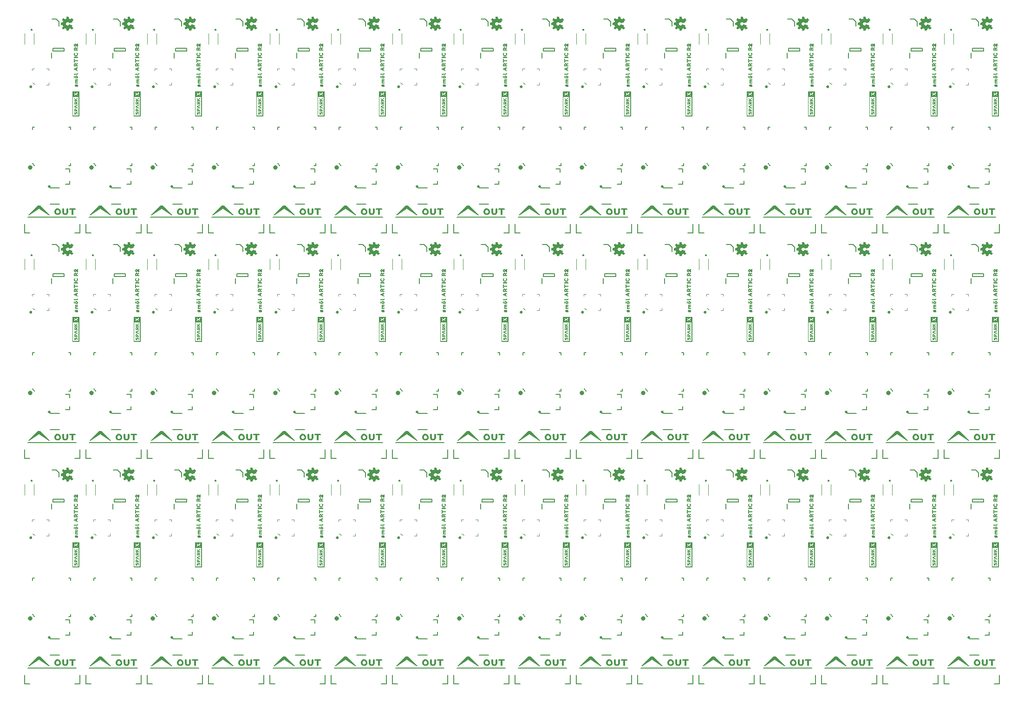
<source format=gto>
G04 EAGLE Gerber RS-274X export*
G75*
%MOMM*%
%FSLAX34Y34*%
%LPD*%
%INSilkscreen Top*%
%IPPOS*%
%AMOC8*
5,1,8,0,0,1.08239X$1,22.5*%
G01*
%ADD10C,0.203200*%
%ADD11C,0.824619*%
%ADD12C,0.250000*%
%ADD13C,0.100000*%
%ADD14C,0.200000*%
%ADD15C,0.152400*%

G36*
X438175Y633717D02*
X438175Y633717D01*
X438169Y633724D01*
X438177Y633730D01*
X438177Y679450D01*
X438141Y679497D01*
X438133Y679492D01*
X438128Y679499D01*
X425472Y679499D01*
X425425Y679463D01*
X425431Y679456D01*
X425423Y679450D01*
X425423Y633730D01*
X425459Y633683D01*
X425467Y633688D01*
X425472Y633681D01*
X438128Y633681D01*
X438175Y633717D01*
G37*
G36*
X996975Y1045197D02*
X996975Y1045197D01*
X996969Y1045204D01*
X996977Y1045210D01*
X996977Y1090930D01*
X996941Y1090977D01*
X996933Y1090972D01*
X996928Y1090979D01*
X984272Y1090979D01*
X984225Y1090943D01*
X984231Y1090936D01*
X984223Y1090930D01*
X984223Y1045210D01*
X984259Y1045163D01*
X984267Y1045168D01*
X984272Y1045161D01*
X996928Y1045161D01*
X996975Y1045197D01*
G37*
G36*
X102895Y633717D02*
X102895Y633717D01*
X102889Y633724D01*
X102897Y633730D01*
X102897Y679450D01*
X102861Y679497D01*
X102853Y679492D01*
X102848Y679499D01*
X90192Y679499D01*
X90145Y679463D01*
X90151Y679456D01*
X90143Y679450D01*
X90143Y633730D01*
X90179Y633683D01*
X90187Y633688D01*
X90192Y633681D01*
X102848Y633681D01*
X102895Y633717D01*
G37*
G36*
X326415Y633717D02*
X326415Y633717D01*
X326409Y633724D01*
X326417Y633730D01*
X326417Y679450D01*
X326381Y679497D01*
X326373Y679492D01*
X326368Y679499D01*
X313712Y679499D01*
X313665Y679463D01*
X313671Y679456D01*
X313663Y679450D01*
X313663Y633730D01*
X313699Y633683D01*
X313707Y633688D01*
X313712Y633681D01*
X326368Y633681D01*
X326415Y633717D01*
G37*
G36*
X1667535Y633717D02*
X1667535Y633717D01*
X1667529Y633724D01*
X1667537Y633730D01*
X1667537Y679450D01*
X1667501Y679497D01*
X1667493Y679492D01*
X1667488Y679499D01*
X1654832Y679499D01*
X1654785Y679463D01*
X1654791Y679456D01*
X1654783Y679450D01*
X1654783Y633730D01*
X1654819Y633683D01*
X1654827Y633688D01*
X1654832Y633681D01*
X1667488Y633681D01*
X1667535Y633717D01*
G37*
G36*
X214655Y1045197D02*
X214655Y1045197D01*
X214649Y1045204D01*
X214657Y1045210D01*
X214657Y1090930D01*
X214621Y1090977D01*
X214613Y1090972D01*
X214608Y1090979D01*
X201952Y1090979D01*
X201905Y1090943D01*
X201911Y1090936D01*
X201903Y1090930D01*
X201903Y1045210D01*
X201939Y1045163D01*
X201947Y1045168D01*
X201952Y1045161D01*
X214608Y1045161D01*
X214655Y1045197D01*
G37*
G36*
X1444015Y1045197D02*
X1444015Y1045197D01*
X1444009Y1045204D01*
X1444017Y1045210D01*
X1444017Y1090930D01*
X1443981Y1090977D01*
X1443973Y1090972D01*
X1443968Y1090979D01*
X1431312Y1090979D01*
X1431265Y1090943D01*
X1431271Y1090936D01*
X1431263Y1090930D01*
X1431263Y1045210D01*
X1431299Y1045163D01*
X1431307Y1045168D01*
X1431312Y1045161D01*
X1443968Y1045161D01*
X1444015Y1045197D01*
G37*
G36*
X438175Y1045197D02*
X438175Y1045197D01*
X438169Y1045204D01*
X438177Y1045210D01*
X438177Y1090930D01*
X438141Y1090977D01*
X438133Y1090972D01*
X438128Y1090979D01*
X425472Y1090979D01*
X425425Y1090943D01*
X425431Y1090936D01*
X425423Y1090930D01*
X425423Y1045210D01*
X425459Y1045163D01*
X425467Y1045168D01*
X425472Y1045161D01*
X438128Y1045161D01*
X438175Y1045197D01*
G37*
G36*
X326415Y1045197D02*
X326415Y1045197D01*
X326409Y1045204D01*
X326417Y1045210D01*
X326417Y1090930D01*
X326381Y1090977D01*
X326373Y1090972D01*
X326368Y1090979D01*
X313712Y1090979D01*
X313665Y1090943D01*
X313671Y1090936D01*
X313663Y1090930D01*
X313663Y1045210D01*
X313699Y1045163D01*
X313707Y1045168D01*
X313712Y1045161D01*
X326368Y1045161D01*
X326415Y1045197D01*
G37*
G36*
X661695Y1045197D02*
X661695Y1045197D01*
X661689Y1045204D01*
X661697Y1045210D01*
X661697Y1090930D01*
X661661Y1090977D01*
X661653Y1090972D01*
X661648Y1090979D01*
X648992Y1090979D01*
X648945Y1090943D01*
X648951Y1090936D01*
X648943Y1090930D01*
X648943Y1045210D01*
X648979Y1045163D01*
X648987Y1045168D01*
X648992Y1045161D01*
X661648Y1045161D01*
X661695Y1045197D01*
G37*
G36*
X885215Y1045197D02*
X885215Y1045197D01*
X885209Y1045204D01*
X885217Y1045210D01*
X885217Y1090930D01*
X885181Y1090977D01*
X885173Y1090972D01*
X885168Y1090979D01*
X872512Y1090979D01*
X872465Y1090943D01*
X872471Y1090936D01*
X872463Y1090930D01*
X872463Y1045210D01*
X872499Y1045163D01*
X872507Y1045168D01*
X872512Y1045161D01*
X885168Y1045161D01*
X885215Y1045197D01*
G37*
G36*
X1332255Y1045197D02*
X1332255Y1045197D01*
X1332249Y1045204D01*
X1332257Y1045210D01*
X1332257Y1090930D01*
X1332221Y1090977D01*
X1332213Y1090972D01*
X1332208Y1090979D01*
X1319552Y1090979D01*
X1319505Y1090943D01*
X1319511Y1090936D01*
X1319503Y1090930D01*
X1319503Y1045210D01*
X1319539Y1045163D01*
X1319547Y1045168D01*
X1319552Y1045161D01*
X1332208Y1045161D01*
X1332255Y1045197D01*
G37*
G36*
X1779295Y1045197D02*
X1779295Y1045197D01*
X1779289Y1045204D01*
X1779297Y1045210D01*
X1779297Y1090930D01*
X1779261Y1090977D01*
X1779253Y1090972D01*
X1779248Y1090979D01*
X1766592Y1090979D01*
X1766545Y1090943D01*
X1766551Y1090936D01*
X1766543Y1090930D01*
X1766543Y1045210D01*
X1766579Y1045163D01*
X1766587Y1045168D01*
X1766592Y1045161D01*
X1779248Y1045161D01*
X1779295Y1045197D01*
G37*
G36*
X549935Y1045197D02*
X549935Y1045197D01*
X549929Y1045204D01*
X549937Y1045210D01*
X549937Y1090930D01*
X549901Y1090977D01*
X549893Y1090972D01*
X549888Y1090979D01*
X537232Y1090979D01*
X537185Y1090943D01*
X537191Y1090936D01*
X537183Y1090930D01*
X537183Y1045210D01*
X537219Y1045163D01*
X537227Y1045168D01*
X537232Y1045161D01*
X549888Y1045161D01*
X549935Y1045197D01*
G37*
G36*
X1555775Y1045197D02*
X1555775Y1045197D01*
X1555769Y1045204D01*
X1555777Y1045210D01*
X1555777Y1090930D01*
X1555741Y1090977D01*
X1555733Y1090972D01*
X1555728Y1090979D01*
X1543072Y1090979D01*
X1543025Y1090943D01*
X1543031Y1090936D01*
X1543023Y1090930D01*
X1543023Y1045210D01*
X1543059Y1045163D01*
X1543067Y1045168D01*
X1543072Y1045161D01*
X1555728Y1045161D01*
X1555775Y1045197D01*
G37*
G36*
X102895Y1045197D02*
X102895Y1045197D01*
X102889Y1045204D01*
X102897Y1045210D01*
X102897Y1090930D01*
X102861Y1090977D01*
X102853Y1090972D01*
X102848Y1090979D01*
X90192Y1090979D01*
X90145Y1090943D01*
X90151Y1090936D01*
X90143Y1090930D01*
X90143Y1045210D01*
X90179Y1045163D01*
X90187Y1045168D01*
X90192Y1045161D01*
X102848Y1045161D01*
X102895Y1045197D01*
G37*
G36*
X1667535Y1045197D02*
X1667535Y1045197D01*
X1667529Y1045204D01*
X1667537Y1045210D01*
X1667537Y1090930D01*
X1667501Y1090977D01*
X1667493Y1090972D01*
X1667488Y1090979D01*
X1654832Y1090979D01*
X1654785Y1090943D01*
X1654791Y1090936D01*
X1654783Y1090930D01*
X1654783Y1045210D01*
X1654819Y1045163D01*
X1654827Y1045168D01*
X1654832Y1045161D01*
X1667488Y1045161D01*
X1667535Y1045197D01*
G37*
G36*
X773455Y222237D02*
X773455Y222237D01*
X773449Y222244D01*
X773457Y222250D01*
X773457Y267970D01*
X773421Y268017D01*
X773413Y268012D01*
X773408Y268019D01*
X760752Y268019D01*
X760705Y267983D01*
X760711Y267976D01*
X760703Y267970D01*
X760703Y222250D01*
X760739Y222203D01*
X760747Y222208D01*
X760752Y222201D01*
X773408Y222201D01*
X773455Y222237D01*
G37*
G36*
X773455Y1045197D02*
X773455Y1045197D01*
X773449Y1045204D01*
X773457Y1045210D01*
X773457Y1090930D01*
X773421Y1090977D01*
X773413Y1090972D01*
X773408Y1090979D01*
X760752Y1090979D01*
X760705Y1090943D01*
X760711Y1090936D01*
X760703Y1090930D01*
X760703Y1045210D01*
X760739Y1045163D01*
X760747Y1045168D01*
X760752Y1045161D01*
X773408Y1045161D01*
X773455Y1045197D01*
G37*
G36*
X1108735Y222237D02*
X1108735Y222237D01*
X1108729Y222244D01*
X1108737Y222250D01*
X1108737Y267970D01*
X1108701Y268017D01*
X1108693Y268012D01*
X1108688Y268019D01*
X1096032Y268019D01*
X1095985Y267983D01*
X1095991Y267976D01*
X1095983Y267970D01*
X1095983Y222250D01*
X1096019Y222203D01*
X1096027Y222208D01*
X1096032Y222201D01*
X1108688Y222201D01*
X1108735Y222237D01*
G37*
G36*
X549935Y222237D02*
X549935Y222237D01*
X549929Y222244D01*
X549937Y222250D01*
X549937Y267970D01*
X549901Y268017D01*
X549893Y268012D01*
X549888Y268019D01*
X537232Y268019D01*
X537185Y267983D01*
X537191Y267976D01*
X537183Y267970D01*
X537183Y222250D01*
X537219Y222203D01*
X537227Y222208D01*
X537232Y222201D01*
X549888Y222201D01*
X549935Y222237D01*
G37*
G36*
X326415Y222237D02*
X326415Y222237D01*
X326409Y222244D01*
X326417Y222250D01*
X326417Y267970D01*
X326381Y268017D01*
X326373Y268012D01*
X326368Y268019D01*
X313712Y268019D01*
X313665Y267983D01*
X313671Y267976D01*
X313663Y267970D01*
X313663Y222250D01*
X313699Y222203D01*
X313707Y222208D01*
X313712Y222201D01*
X326368Y222201D01*
X326415Y222237D01*
G37*
G36*
X1667535Y222237D02*
X1667535Y222237D01*
X1667529Y222244D01*
X1667537Y222250D01*
X1667537Y267970D01*
X1667501Y268017D01*
X1667493Y268012D01*
X1667488Y268019D01*
X1654832Y268019D01*
X1654785Y267983D01*
X1654791Y267976D01*
X1654783Y267970D01*
X1654783Y222250D01*
X1654819Y222203D01*
X1654827Y222208D01*
X1654832Y222201D01*
X1667488Y222201D01*
X1667535Y222237D01*
G37*
G36*
X996975Y222237D02*
X996975Y222237D01*
X996969Y222244D01*
X996977Y222250D01*
X996977Y267970D01*
X996941Y268017D01*
X996933Y268012D01*
X996928Y268019D01*
X984272Y268019D01*
X984225Y267983D01*
X984231Y267976D01*
X984223Y267970D01*
X984223Y222250D01*
X984259Y222203D01*
X984267Y222208D01*
X984272Y222201D01*
X996928Y222201D01*
X996975Y222237D01*
G37*
G36*
X773455Y633717D02*
X773455Y633717D01*
X773449Y633724D01*
X773457Y633730D01*
X773457Y679450D01*
X773421Y679497D01*
X773413Y679492D01*
X773408Y679499D01*
X760752Y679499D01*
X760705Y679463D01*
X760711Y679456D01*
X760703Y679450D01*
X760703Y633730D01*
X760739Y633683D01*
X760747Y633688D01*
X760752Y633681D01*
X773408Y633681D01*
X773455Y633717D01*
G37*
G36*
X1108735Y633717D02*
X1108735Y633717D01*
X1108729Y633724D01*
X1108737Y633730D01*
X1108737Y679450D01*
X1108701Y679497D01*
X1108693Y679492D01*
X1108688Y679499D01*
X1096032Y679499D01*
X1095985Y679463D01*
X1095991Y679456D01*
X1095983Y679450D01*
X1095983Y633730D01*
X1096019Y633683D01*
X1096027Y633688D01*
X1096032Y633681D01*
X1108688Y633681D01*
X1108735Y633717D01*
G37*
G36*
X996975Y633717D02*
X996975Y633717D01*
X996969Y633724D01*
X996977Y633730D01*
X996977Y679450D01*
X996941Y679497D01*
X996933Y679492D01*
X996928Y679499D01*
X984272Y679499D01*
X984225Y679463D01*
X984231Y679456D01*
X984223Y679450D01*
X984223Y633730D01*
X984259Y633683D01*
X984267Y633688D01*
X984272Y633681D01*
X996928Y633681D01*
X996975Y633717D01*
G37*
G36*
X549935Y633717D02*
X549935Y633717D01*
X549929Y633724D01*
X549937Y633730D01*
X549937Y679450D01*
X549901Y679497D01*
X549893Y679492D01*
X549888Y679499D01*
X537232Y679499D01*
X537185Y679463D01*
X537191Y679456D01*
X537183Y679450D01*
X537183Y633730D01*
X537219Y633683D01*
X537227Y633688D01*
X537232Y633681D01*
X549888Y633681D01*
X549935Y633717D01*
G37*
G36*
X1779295Y633717D02*
X1779295Y633717D01*
X1779289Y633724D01*
X1779297Y633730D01*
X1779297Y679450D01*
X1779261Y679497D01*
X1779253Y679492D01*
X1779248Y679499D01*
X1766592Y679499D01*
X1766545Y679463D01*
X1766551Y679456D01*
X1766543Y679450D01*
X1766543Y633730D01*
X1766579Y633683D01*
X1766587Y633688D01*
X1766592Y633681D01*
X1779248Y633681D01*
X1779295Y633717D01*
G37*
G36*
X661695Y633717D02*
X661695Y633717D01*
X661689Y633724D01*
X661697Y633730D01*
X661697Y679450D01*
X661661Y679497D01*
X661653Y679492D01*
X661648Y679499D01*
X648992Y679499D01*
X648945Y679463D01*
X648951Y679456D01*
X648943Y679450D01*
X648943Y633730D01*
X648979Y633683D01*
X648987Y633688D01*
X648992Y633681D01*
X661648Y633681D01*
X661695Y633717D01*
G37*
G36*
X1444015Y222237D02*
X1444015Y222237D01*
X1444009Y222244D01*
X1444017Y222250D01*
X1444017Y267970D01*
X1443981Y268017D01*
X1443973Y268012D01*
X1443968Y268019D01*
X1431312Y268019D01*
X1431265Y267983D01*
X1431271Y267976D01*
X1431263Y267970D01*
X1431263Y222250D01*
X1431299Y222203D01*
X1431307Y222208D01*
X1431312Y222201D01*
X1443968Y222201D01*
X1444015Y222237D01*
G37*
G36*
X1220495Y1045197D02*
X1220495Y1045197D01*
X1220489Y1045204D01*
X1220497Y1045210D01*
X1220497Y1090930D01*
X1220461Y1090977D01*
X1220453Y1090972D01*
X1220448Y1090979D01*
X1207792Y1090979D01*
X1207745Y1090943D01*
X1207751Y1090936D01*
X1207743Y1090930D01*
X1207743Y1045210D01*
X1207779Y1045163D01*
X1207787Y1045168D01*
X1207792Y1045161D01*
X1220448Y1045161D01*
X1220495Y1045197D01*
G37*
G36*
X1108735Y1045197D02*
X1108735Y1045197D01*
X1108729Y1045204D01*
X1108737Y1045210D01*
X1108737Y1090930D01*
X1108701Y1090977D01*
X1108693Y1090972D01*
X1108688Y1090979D01*
X1096032Y1090979D01*
X1095985Y1090943D01*
X1095991Y1090936D01*
X1095983Y1090930D01*
X1095983Y1045210D01*
X1096019Y1045163D01*
X1096027Y1045168D01*
X1096032Y1045161D01*
X1108688Y1045161D01*
X1108735Y1045197D01*
G37*
G36*
X1779295Y222237D02*
X1779295Y222237D01*
X1779289Y222244D01*
X1779297Y222250D01*
X1779297Y267970D01*
X1779261Y268017D01*
X1779253Y268012D01*
X1779248Y268019D01*
X1766592Y268019D01*
X1766545Y267983D01*
X1766551Y267976D01*
X1766543Y267970D01*
X1766543Y222250D01*
X1766579Y222203D01*
X1766587Y222208D01*
X1766592Y222201D01*
X1779248Y222201D01*
X1779295Y222237D01*
G37*
G36*
X885215Y633717D02*
X885215Y633717D01*
X885209Y633724D01*
X885217Y633730D01*
X885217Y679450D01*
X885181Y679497D01*
X885173Y679492D01*
X885168Y679499D01*
X872512Y679499D01*
X872465Y679463D01*
X872471Y679456D01*
X872463Y679450D01*
X872463Y633730D01*
X872499Y633683D01*
X872507Y633688D01*
X872512Y633681D01*
X885168Y633681D01*
X885215Y633717D01*
G37*
G36*
X1555775Y222237D02*
X1555775Y222237D01*
X1555769Y222244D01*
X1555777Y222250D01*
X1555777Y267970D01*
X1555741Y268017D01*
X1555733Y268012D01*
X1555728Y268019D01*
X1543072Y268019D01*
X1543025Y267983D01*
X1543031Y267976D01*
X1543023Y267970D01*
X1543023Y222250D01*
X1543059Y222203D01*
X1543067Y222208D01*
X1543072Y222201D01*
X1555728Y222201D01*
X1555775Y222237D01*
G37*
G36*
X661695Y222237D02*
X661695Y222237D01*
X661689Y222244D01*
X661697Y222250D01*
X661697Y267970D01*
X661661Y268017D01*
X661653Y268012D01*
X661648Y268019D01*
X648992Y268019D01*
X648945Y267983D01*
X648951Y267976D01*
X648943Y267970D01*
X648943Y222250D01*
X648979Y222203D01*
X648987Y222208D01*
X648992Y222201D01*
X661648Y222201D01*
X661695Y222237D01*
G37*
G36*
X1332255Y222237D02*
X1332255Y222237D01*
X1332249Y222244D01*
X1332257Y222250D01*
X1332257Y267970D01*
X1332221Y268017D01*
X1332213Y268012D01*
X1332208Y268019D01*
X1319552Y268019D01*
X1319505Y267983D01*
X1319511Y267976D01*
X1319503Y267970D01*
X1319503Y222250D01*
X1319539Y222203D01*
X1319547Y222208D01*
X1319552Y222201D01*
X1332208Y222201D01*
X1332255Y222237D01*
G37*
G36*
X885215Y222237D02*
X885215Y222237D01*
X885209Y222244D01*
X885217Y222250D01*
X885217Y267970D01*
X885181Y268017D01*
X885173Y268012D01*
X885168Y268019D01*
X872512Y268019D01*
X872465Y267983D01*
X872471Y267976D01*
X872463Y267970D01*
X872463Y222250D01*
X872499Y222203D01*
X872507Y222208D01*
X872512Y222201D01*
X885168Y222201D01*
X885215Y222237D01*
G37*
G36*
X438175Y222237D02*
X438175Y222237D01*
X438169Y222244D01*
X438177Y222250D01*
X438177Y267970D01*
X438141Y268017D01*
X438133Y268012D01*
X438128Y268019D01*
X425472Y268019D01*
X425425Y267983D01*
X425431Y267976D01*
X425423Y267970D01*
X425423Y222250D01*
X425459Y222203D01*
X425467Y222208D01*
X425472Y222201D01*
X438128Y222201D01*
X438175Y222237D01*
G37*
G36*
X214655Y222237D02*
X214655Y222237D01*
X214649Y222244D01*
X214657Y222250D01*
X214657Y267970D01*
X214621Y268017D01*
X214613Y268012D01*
X214608Y268019D01*
X201952Y268019D01*
X201905Y267983D01*
X201911Y267976D01*
X201903Y267970D01*
X201903Y222250D01*
X201939Y222203D01*
X201947Y222208D01*
X201952Y222201D01*
X214608Y222201D01*
X214655Y222237D01*
G37*
G36*
X1220495Y222237D02*
X1220495Y222237D01*
X1220489Y222244D01*
X1220497Y222250D01*
X1220497Y267970D01*
X1220461Y268017D01*
X1220453Y268012D01*
X1220448Y268019D01*
X1207792Y268019D01*
X1207745Y267983D01*
X1207751Y267976D01*
X1207743Y267970D01*
X1207743Y222250D01*
X1207779Y222203D01*
X1207787Y222208D01*
X1207792Y222201D01*
X1220448Y222201D01*
X1220495Y222237D01*
G37*
G36*
X102895Y222237D02*
X102895Y222237D01*
X102889Y222244D01*
X102897Y222250D01*
X102897Y267970D01*
X102861Y268017D01*
X102853Y268012D01*
X102848Y268019D01*
X90192Y268019D01*
X90145Y267983D01*
X90151Y267976D01*
X90143Y267970D01*
X90143Y222250D01*
X90179Y222203D01*
X90187Y222208D01*
X90192Y222201D01*
X102848Y222201D01*
X102895Y222237D01*
G37*
G36*
X214655Y633717D02*
X214655Y633717D01*
X214649Y633724D01*
X214657Y633730D01*
X214657Y679450D01*
X214621Y679497D01*
X214613Y679492D01*
X214608Y679499D01*
X201952Y679499D01*
X201905Y679463D01*
X201911Y679456D01*
X201903Y679450D01*
X201903Y633730D01*
X201939Y633683D01*
X201947Y633688D01*
X201952Y633681D01*
X214608Y633681D01*
X214655Y633717D01*
G37*
G36*
X1555775Y633717D02*
X1555775Y633717D01*
X1555769Y633724D01*
X1555777Y633730D01*
X1555777Y679450D01*
X1555741Y679497D01*
X1555733Y679492D01*
X1555728Y679499D01*
X1543072Y679499D01*
X1543025Y679463D01*
X1543031Y679456D01*
X1543023Y679450D01*
X1543023Y633730D01*
X1543059Y633683D01*
X1543067Y633688D01*
X1543072Y633681D01*
X1555728Y633681D01*
X1555775Y633717D01*
G37*
G36*
X1332255Y633717D02*
X1332255Y633717D01*
X1332249Y633724D01*
X1332257Y633730D01*
X1332257Y679450D01*
X1332221Y679497D01*
X1332213Y679492D01*
X1332208Y679499D01*
X1319552Y679499D01*
X1319505Y679463D01*
X1319511Y679456D01*
X1319503Y679450D01*
X1319503Y633730D01*
X1319539Y633683D01*
X1319547Y633688D01*
X1319552Y633681D01*
X1332208Y633681D01*
X1332255Y633717D01*
G37*
G36*
X1444015Y633717D02*
X1444015Y633717D01*
X1444009Y633724D01*
X1444017Y633730D01*
X1444017Y679450D01*
X1443981Y679497D01*
X1443973Y679492D01*
X1443968Y679499D01*
X1431312Y679499D01*
X1431265Y679463D01*
X1431271Y679456D01*
X1431263Y679450D01*
X1431263Y633730D01*
X1431299Y633683D01*
X1431307Y633688D01*
X1431312Y633681D01*
X1443968Y633681D01*
X1444015Y633717D01*
G37*
G36*
X1220495Y633717D02*
X1220495Y633717D01*
X1220489Y633724D01*
X1220497Y633730D01*
X1220497Y679450D01*
X1220461Y679497D01*
X1220453Y679492D01*
X1220448Y679499D01*
X1207792Y679499D01*
X1207745Y679463D01*
X1207751Y679456D01*
X1207743Y679450D01*
X1207743Y633730D01*
X1207779Y633683D01*
X1207787Y633688D01*
X1207792Y633681D01*
X1220448Y633681D01*
X1220495Y633717D01*
G37*
%LPC*%
G36*
X314937Y223474D02*
X314937Y223474D01*
X314937Y257707D01*
X325143Y257707D01*
X325143Y223474D01*
X314937Y223474D01*
G37*
%LPD*%
%LPC*%
G36*
X1320777Y223474D02*
X1320777Y223474D01*
X1320777Y257707D01*
X1330983Y257707D01*
X1330983Y223474D01*
X1320777Y223474D01*
G37*
%LPD*%
%LPC*%
G36*
X873737Y223474D02*
X873737Y223474D01*
X873737Y257707D01*
X883943Y257707D01*
X883943Y223474D01*
X873737Y223474D01*
G37*
%LPD*%
%LPC*%
G36*
X1209017Y223474D02*
X1209017Y223474D01*
X1209017Y257707D01*
X1219223Y257707D01*
X1219223Y223474D01*
X1209017Y223474D01*
G37*
%LPD*%
%LPC*%
G36*
X1767817Y634954D02*
X1767817Y634954D01*
X1767817Y669187D01*
X1778023Y669187D01*
X1778023Y634954D01*
X1767817Y634954D01*
G37*
%LPD*%
%LPC*%
G36*
X873737Y634954D02*
X873737Y634954D01*
X873737Y669187D01*
X883943Y669187D01*
X883943Y634954D01*
X873737Y634954D01*
G37*
%LPD*%
%LPC*%
G36*
X1320777Y634954D02*
X1320777Y634954D01*
X1320777Y669187D01*
X1330983Y669187D01*
X1330983Y634954D01*
X1320777Y634954D01*
G37*
%LPD*%
%LPC*%
G36*
X314937Y634954D02*
X314937Y634954D01*
X314937Y669187D01*
X325143Y669187D01*
X325143Y634954D01*
X314937Y634954D01*
G37*
%LPD*%
%LPC*%
G36*
X538457Y634954D02*
X538457Y634954D01*
X538457Y669187D01*
X548663Y669187D01*
X548663Y634954D01*
X538457Y634954D01*
G37*
%LPD*%
%LPC*%
G36*
X1432537Y634954D02*
X1432537Y634954D01*
X1432537Y669187D01*
X1442743Y669187D01*
X1442743Y634954D01*
X1432537Y634954D01*
G37*
%LPD*%
%LPC*%
G36*
X650217Y634954D02*
X650217Y634954D01*
X650217Y669187D01*
X660423Y669187D01*
X660423Y634954D01*
X650217Y634954D01*
G37*
%LPD*%
%LPC*%
G36*
X91417Y634954D02*
X91417Y634954D01*
X91417Y669187D01*
X101623Y669187D01*
X101623Y634954D01*
X91417Y634954D01*
G37*
%LPD*%
%LPC*%
G36*
X203177Y634954D02*
X203177Y634954D01*
X203177Y669187D01*
X213383Y669187D01*
X213383Y634954D01*
X203177Y634954D01*
G37*
%LPD*%
%LPC*%
G36*
X873737Y1046434D02*
X873737Y1046434D01*
X873737Y1080667D01*
X883943Y1080667D01*
X883943Y1046434D01*
X873737Y1046434D01*
G37*
%LPD*%
%LPC*%
G36*
X314937Y1046434D02*
X314937Y1046434D01*
X314937Y1080667D01*
X325143Y1080667D01*
X325143Y1046434D01*
X314937Y1046434D01*
G37*
%LPD*%
%LPC*%
G36*
X1767817Y1046434D02*
X1767817Y1046434D01*
X1767817Y1080667D01*
X1778023Y1080667D01*
X1778023Y1046434D01*
X1767817Y1046434D01*
G37*
%LPD*%
%LPC*%
G36*
X1432537Y1046434D02*
X1432537Y1046434D01*
X1432537Y1080667D01*
X1442743Y1080667D01*
X1442743Y1046434D01*
X1432537Y1046434D01*
G37*
%LPD*%
%LPC*%
G36*
X1209017Y634954D02*
X1209017Y634954D01*
X1209017Y669187D01*
X1219223Y669187D01*
X1219223Y634954D01*
X1209017Y634954D01*
G37*
%LPD*%
%LPC*%
G36*
X985497Y634954D02*
X985497Y634954D01*
X985497Y669187D01*
X995703Y669187D01*
X995703Y634954D01*
X985497Y634954D01*
G37*
%LPD*%
%LPC*%
G36*
X1544297Y634954D02*
X1544297Y634954D01*
X1544297Y669187D01*
X1554503Y669187D01*
X1554503Y634954D01*
X1544297Y634954D01*
G37*
%LPD*%
%LPC*%
G36*
X426697Y634954D02*
X426697Y634954D01*
X426697Y669187D01*
X436903Y669187D01*
X436903Y634954D01*
X426697Y634954D01*
G37*
%LPD*%
%LPC*%
G36*
X1656057Y634954D02*
X1656057Y634954D01*
X1656057Y669187D01*
X1666263Y669187D01*
X1666263Y634954D01*
X1656057Y634954D01*
G37*
%LPD*%
%LPC*%
G36*
X761977Y634954D02*
X761977Y634954D01*
X761977Y669187D01*
X772183Y669187D01*
X772183Y634954D01*
X761977Y634954D01*
G37*
%LPD*%
%LPC*%
G36*
X1097257Y634954D02*
X1097257Y634954D01*
X1097257Y669187D01*
X1107463Y669187D01*
X1107463Y634954D01*
X1097257Y634954D01*
G37*
%LPD*%
%LPC*%
G36*
X761977Y223474D02*
X761977Y223474D01*
X761977Y257707D01*
X772183Y257707D01*
X772183Y223474D01*
X761977Y223474D01*
G37*
%LPD*%
%LPC*%
G36*
X650217Y1046434D02*
X650217Y1046434D01*
X650217Y1080667D01*
X660423Y1080667D01*
X660423Y1046434D01*
X650217Y1046434D01*
G37*
%LPD*%
%LPC*%
G36*
X538457Y1046434D02*
X538457Y1046434D01*
X538457Y1080667D01*
X548663Y1080667D01*
X548663Y1046434D01*
X538457Y1046434D01*
G37*
%LPD*%
%LPC*%
G36*
X426697Y1046434D02*
X426697Y1046434D01*
X426697Y1080667D01*
X436903Y1080667D01*
X436903Y1046434D01*
X426697Y1046434D01*
G37*
%LPD*%
%LPC*%
G36*
X1320777Y1046434D02*
X1320777Y1046434D01*
X1320777Y1080667D01*
X1330983Y1080667D01*
X1330983Y1046434D01*
X1320777Y1046434D01*
G37*
%LPD*%
%LPC*%
G36*
X203177Y223474D02*
X203177Y223474D01*
X203177Y257707D01*
X213383Y257707D01*
X213383Y223474D01*
X203177Y223474D01*
G37*
%LPD*%
%LPC*%
G36*
X761977Y1046434D02*
X761977Y1046434D01*
X761977Y1080667D01*
X772183Y1080667D01*
X772183Y1046434D01*
X761977Y1046434D01*
G37*
%LPD*%
%LPC*%
G36*
X985497Y1046434D02*
X985497Y1046434D01*
X985497Y1080667D01*
X995703Y1080667D01*
X995703Y1046434D01*
X985497Y1046434D01*
G37*
%LPD*%
%LPC*%
G36*
X1656057Y1046434D02*
X1656057Y1046434D01*
X1656057Y1080667D01*
X1666263Y1080667D01*
X1666263Y1046434D01*
X1656057Y1046434D01*
G37*
%LPD*%
%LPC*%
G36*
X1209017Y1046434D02*
X1209017Y1046434D01*
X1209017Y1080667D01*
X1219223Y1080667D01*
X1219223Y1046434D01*
X1209017Y1046434D01*
G37*
%LPD*%
%LPC*%
G36*
X91417Y1046434D02*
X91417Y1046434D01*
X91417Y1080667D01*
X101623Y1080667D01*
X101623Y1046434D01*
X91417Y1046434D01*
G37*
%LPD*%
%LPC*%
G36*
X1544297Y1046434D02*
X1544297Y1046434D01*
X1544297Y1080667D01*
X1554503Y1080667D01*
X1554503Y1046434D01*
X1544297Y1046434D01*
G37*
%LPD*%
%LPC*%
G36*
X203177Y1046434D02*
X203177Y1046434D01*
X203177Y1080667D01*
X213383Y1080667D01*
X213383Y1046434D01*
X203177Y1046434D01*
G37*
%LPD*%
%LPC*%
G36*
X1097257Y1046434D02*
X1097257Y1046434D01*
X1097257Y1080667D01*
X1107463Y1080667D01*
X1107463Y1046434D01*
X1097257Y1046434D01*
G37*
%LPD*%
%LPC*%
G36*
X1544297Y223474D02*
X1544297Y223474D01*
X1544297Y257707D01*
X1554503Y257707D01*
X1554503Y223474D01*
X1544297Y223474D01*
G37*
%LPD*%
%LPC*%
G36*
X1097257Y223474D02*
X1097257Y223474D01*
X1097257Y257707D01*
X1107463Y257707D01*
X1107463Y223474D01*
X1097257Y223474D01*
G37*
%LPD*%
%LPC*%
G36*
X985497Y223474D02*
X985497Y223474D01*
X985497Y257707D01*
X995703Y257707D01*
X995703Y223474D01*
X985497Y223474D01*
G37*
%LPD*%
%LPC*%
G36*
X426697Y223474D02*
X426697Y223474D01*
X426697Y257707D01*
X436903Y257707D01*
X436903Y223474D01*
X426697Y223474D01*
G37*
%LPD*%
%LPC*%
G36*
X538457Y223474D02*
X538457Y223474D01*
X538457Y257707D01*
X548663Y257707D01*
X548663Y223474D01*
X538457Y223474D01*
G37*
%LPD*%
%LPC*%
G36*
X650217Y223474D02*
X650217Y223474D01*
X650217Y257707D01*
X660423Y257707D01*
X660423Y223474D01*
X650217Y223474D01*
G37*
%LPD*%
%LPC*%
G36*
X1656057Y223474D02*
X1656057Y223474D01*
X1656057Y257707D01*
X1666263Y257707D01*
X1666263Y223474D01*
X1656057Y223474D01*
G37*
%LPD*%
%LPC*%
G36*
X91417Y223474D02*
X91417Y223474D01*
X91417Y257707D01*
X101623Y257707D01*
X101623Y223474D01*
X91417Y223474D01*
G37*
%LPD*%
%LPC*%
G36*
X1432537Y223474D02*
X1432537Y223474D01*
X1432537Y257707D01*
X1442743Y257707D01*
X1442743Y223474D01*
X1432537Y223474D01*
G37*
%LPD*%
%LPC*%
G36*
X1767817Y223474D02*
X1767817Y223474D01*
X1767817Y257707D01*
X1778023Y257707D01*
X1778023Y223474D01*
X1767817Y223474D01*
G37*
%LPD*%
G36*
X1424145Y789931D02*
X1424145Y789931D01*
X1424164Y789929D01*
X1424229Y789951D01*
X1424295Y789966D01*
X1424310Y789979D01*
X1424328Y789985D01*
X1424376Y790033D01*
X1424428Y790076D01*
X1424436Y790094D01*
X1424450Y790108D01*
X1424490Y790214D01*
X1424499Y790234D01*
X1424499Y790238D01*
X1424500Y790242D01*
X1425058Y793498D01*
X1425116Y793527D01*
X1425226Y793527D01*
X1425301Y793544D01*
X1425376Y793558D01*
X1425386Y793564D01*
X1425395Y793566D01*
X1425422Y793589D01*
X1425478Y793627D01*
X1425526Y793627D01*
X1425601Y793644D01*
X1425676Y793658D01*
X1425686Y793664D01*
X1425695Y793666D01*
X1425722Y793689D01*
X1425794Y793738D01*
X1425851Y793794D01*
X1425916Y793827D01*
X1426026Y793827D01*
X1426101Y793844D01*
X1426176Y793858D01*
X1426186Y793864D01*
X1426195Y793866D01*
X1426222Y793889D01*
X1426278Y793927D01*
X1426326Y793927D01*
X1426401Y793944D01*
X1426476Y793958D01*
X1426486Y793964D01*
X1426495Y793966D01*
X1426522Y793989D01*
X1426594Y794038D01*
X1426651Y794094D01*
X1426796Y794167D01*
X1426824Y794190D01*
X1426894Y794238D01*
X1426951Y794294D01*
X1427016Y794327D01*
X1427026Y794327D01*
X1427042Y794330D01*
X1427058Y794328D01*
X1427189Y794365D01*
X1427191Y794365D01*
X1429806Y792497D01*
X1429821Y792491D01*
X1429832Y792480D01*
X1429900Y792459D01*
X1429966Y792432D01*
X1429982Y792433D01*
X1429997Y792428D01*
X1430067Y792439D01*
X1430139Y792444D01*
X1430152Y792452D01*
X1430168Y792454D01*
X1430284Y792529D01*
X1430288Y792531D01*
X1430288Y792532D01*
X1432588Y794732D01*
X1432600Y794750D01*
X1432617Y794763D01*
X1432647Y794822D01*
X1432683Y794877D01*
X1432685Y794898D01*
X1432695Y794917D01*
X1432695Y794983D01*
X1432703Y795049D01*
X1432696Y795069D01*
X1432696Y795090D01*
X1432654Y795185D01*
X1432645Y795212D01*
X1432641Y795215D01*
X1432639Y795221D01*
X1430762Y797942D01*
X1430779Y797965D01*
X1430781Y797977D01*
X1430786Y797985D01*
X1430789Y798020D01*
X1430792Y798035D01*
X1430794Y798038D01*
X1430835Y798103D01*
X1430879Y798165D01*
X1430881Y798177D01*
X1430886Y798185D01*
X1430889Y798220D01*
X1430892Y798235D01*
X1430894Y798238D01*
X1430935Y798303D01*
X1430979Y798365D01*
X1430981Y798377D01*
X1430986Y798385D01*
X1430989Y798420D01*
X1430992Y798435D01*
X1430994Y798438D01*
X1431035Y798503D01*
X1431079Y798565D01*
X1431081Y798577D01*
X1431086Y798585D01*
X1431089Y798620D01*
X1431092Y798635D01*
X1431094Y798638D01*
X1431135Y798703D01*
X1431179Y798765D01*
X1431181Y798777D01*
X1431186Y798785D01*
X1431189Y798820D01*
X1431192Y798835D01*
X1431194Y798838D01*
X1431235Y798903D01*
X1431279Y798965D01*
X1431281Y798977D01*
X1431286Y798985D01*
X1431289Y799020D01*
X1431306Y799106D01*
X1431306Y799156D01*
X1431316Y799173D01*
X1431323Y799178D01*
X1431325Y799183D01*
X1431351Y799210D01*
X1431364Y799249D01*
X1431386Y799285D01*
X1431390Y799328D01*
X1431393Y799336D01*
X1431393Y799340D01*
X1431404Y799374D01*
X1431398Y799416D01*
X1431402Y799457D01*
X1431387Y799497D01*
X1431386Y799509D01*
X1431384Y799515D01*
X1431379Y799545D01*
X1431355Y799580D01*
X1431340Y799619D01*
X1431313Y799644D01*
X1431303Y799661D01*
X1431294Y799667D01*
X1431281Y799687D01*
X1431238Y799713D01*
X1431213Y799736D01*
X1431188Y799743D01*
X1431169Y799755D01*
X1431162Y799760D01*
X1431160Y799761D01*
X1431158Y799762D01*
X1425758Y801762D01*
X1425701Y801769D01*
X1425646Y801785D01*
X1425616Y801779D01*
X1425586Y801783D01*
X1425532Y801764D01*
X1425476Y801754D01*
X1425451Y801736D01*
X1425423Y801726D01*
X1425383Y801685D01*
X1425337Y801651D01*
X1425320Y801621D01*
X1425302Y801602D01*
X1425292Y801570D01*
X1425267Y801526D01*
X1425175Y801252D01*
X1425015Y800931D01*
X1424858Y800774D01*
X1424839Y800744D01*
X1424787Y800676D01*
X1424715Y800531D01*
X1424602Y800418D01*
X1424457Y800345D01*
X1424429Y800322D01*
X1424358Y800274D01*
X1424202Y800118D01*
X1423881Y799957D01*
X1423606Y799866D01*
X1423587Y799854D01*
X1423557Y799845D01*
X1423237Y799685D01*
X1423026Y799685D01*
X1422991Y799677D01*
X1422906Y799666D01*
X1422665Y799585D01*
X1422188Y799585D01*
X1421094Y799950D01*
X1420568Y800301D01*
X1420421Y800448D01*
X1420242Y800716D01*
X1420219Y800738D01*
X1420194Y800774D01*
X1420021Y800948D01*
X1419870Y801174D01*
X1419786Y801426D01*
X1419767Y801458D01*
X1419742Y801516D01*
X1419606Y801721D01*
X1419606Y801906D01*
X1419597Y801941D01*
X1419594Y801998D01*
X1419506Y802353D01*
X1419506Y802944D01*
X1419586Y803186D01*
X1419589Y803222D01*
X1419606Y803306D01*
X1419606Y803491D01*
X1419742Y803696D01*
X1419755Y803731D01*
X1419786Y803786D01*
X1419870Y804038D01*
X1420221Y804565D01*
X1420568Y804911D01*
X1421094Y805262D01*
X1421346Y805346D01*
X1421378Y805366D01*
X1421437Y805390D01*
X1421641Y805527D01*
X1421826Y805527D01*
X1421861Y805535D01*
X1421946Y805546D01*
X1422188Y805627D01*
X1422965Y805627D01*
X1423206Y805546D01*
X1423242Y805543D01*
X1423326Y805527D01*
X1423437Y805527D01*
X1423557Y805467D01*
X1423579Y805461D01*
X1423606Y805446D01*
X1423881Y805355D01*
X1424002Y805294D01*
X1424158Y805138D01*
X1424189Y805119D01*
X1424257Y805067D01*
X1424402Y804994D01*
X1424715Y804681D01*
X1424787Y804536D01*
X1424810Y804509D01*
X1424830Y804480D01*
X1424838Y804464D01*
X1424842Y804462D01*
X1424858Y804438D01*
X1425015Y804281D01*
X1425287Y803736D01*
X1425307Y803713D01*
X1425319Y803684D01*
X1425362Y803647D01*
X1425398Y803603D01*
X1425426Y803591D01*
X1425449Y803571D01*
X1425504Y803556D01*
X1425556Y803533D01*
X1425587Y803535D01*
X1425617Y803527D01*
X1425691Y803539D01*
X1425729Y803541D01*
X1425741Y803548D01*
X1425758Y803550D01*
X1431158Y805550D01*
X1431175Y805562D01*
X1431195Y805566D01*
X1431246Y805609D01*
X1431302Y805646D01*
X1431313Y805664D01*
X1431328Y805676D01*
X1431355Y805738D01*
X1431389Y805796D01*
X1431390Y805816D01*
X1431399Y805834D01*
X1431396Y805901D01*
X1431400Y805968D01*
X1431393Y805987D01*
X1431392Y806007D01*
X1431360Y806066D01*
X1431334Y806128D01*
X1431319Y806141D01*
X1431309Y806159D01*
X1431290Y806172D01*
X1431288Y806180D01*
X1431275Y806256D01*
X1431268Y806265D01*
X1431266Y806274D01*
X1431243Y806302D01*
X1431194Y806374D01*
X1431188Y806381D01*
X1431175Y806456D01*
X1431168Y806465D01*
X1431166Y806474D01*
X1431143Y806502D01*
X1431094Y806574D01*
X1431088Y806581D01*
X1431075Y806656D01*
X1431068Y806665D01*
X1431066Y806674D01*
X1431043Y806702D01*
X1431006Y806758D01*
X1431006Y806806D01*
X1430988Y806880D01*
X1430975Y806956D01*
X1430968Y806965D01*
X1430966Y806974D01*
X1430943Y807002D01*
X1430894Y807074D01*
X1430893Y807076D01*
X1430892Y807094D01*
X1430883Y807111D01*
X1430875Y807156D01*
X1430868Y807165D01*
X1430866Y807174D01*
X1430843Y807202D01*
X1430794Y807274D01*
X1430777Y807292D01*
X1432639Y809991D01*
X1432645Y810007D01*
X1432656Y810019D01*
X1432676Y810087D01*
X1432702Y810152D01*
X1432700Y810169D01*
X1432705Y810185D01*
X1432693Y810254D01*
X1432687Y810324D01*
X1432678Y810339D01*
X1432675Y810356D01*
X1432603Y810462D01*
X1432597Y810472D01*
X1432595Y810473D01*
X1432594Y810474D01*
X1430294Y812774D01*
X1430274Y812787D01*
X1430258Y812806D01*
X1430201Y812832D01*
X1430147Y812865D01*
X1430123Y812868D01*
X1430100Y812878D01*
X1430038Y812876D01*
X1429975Y812882D01*
X1429952Y812873D01*
X1429927Y812872D01*
X1429845Y812832D01*
X1429814Y812820D01*
X1429808Y812814D01*
X1429799Y812809D01*
X1427205Y810864D01*
X1427194Y810874D01*
X1427164Y810893D01*
X1427096Y810945D01*
X1426896Y811045D01*
X1426880Y811049D01*
X1426867Y811058D01*
X1426733Y811084D01*
X1426728Y811085D01*
X1426727Y811085D01*
X1426726Y811085D01*
X1426716Y811085D01*
X1426651Y811118D01*
X1426594Y811174D01*
X1426564Y811193D01*
X1426496Y811245D01*
X1426296Y811345D01*
X1426280Y811349D01*
X1426267Y811358D01*
X1426133Y811384D01*
X1426128Y811385D01*
X1426127Y811385D01*
X1426126Y811385D01*
X1426116Y811385D01*
X1425796Y811545D01*
X1425780Y811549D01*
X1425767Y811558D01*
X1425633Y811584D01*
X1425628Y811585D01*
X1425627Y811585D01*
X1425626Y811585D01*
X1425616Y811585D01*
X1425496Y811645D01*
X1425480Y811649D01*
X1425467Y811658D01*
X1425333Y811684D01*
X1425328Y811685D01*
X1425327Y811685D01*
X1425326Y811685D01*
X1425316Y811685D01*
X1425196Y811745D01*
X1425180Y811749D01*
X1425167Y811758D01*
X1425065Y811778D01*
X1424500Y815070D01*
X1424493Y815088D01*
X1424492Y815107D01*
X1424459Y815167D01*
X1424433Y815229D01*
X1424418Y815242D01*
X1424409Y815259D01*
X1424353Y815298D01*
X1424302Y815342D01*
X1424283Y815347D01*
X1424267Y815358D01*
X1424156Y815380D01*
X1424134Y815385D01*
X1424130Y815384D01*
X1424126Y815385D01*
X1420926Y815385D01*
X1420907Y815381D01*
X1420886Y815383D01*
X1420823Y815361D01*
X1420758Y815346D01*
X1420742Y815333D01*
X1420723Y815326D01*
X1420676Y815278D01*
X1420624Y815236D01*
X1420616Y815217D01*
X1420602Y815203D01*
X1420564Y815101D01*
X1420554Y815078D01*
X1420554Y815073D01*
X1420552Y815068D01*
X1420005Y811785D01*
X1419926Y811785D01*
X1419852Y811768D01*
X1419777Y811754D01*
X1419767Y811748D01*
X1419758Y811746D01*
X1419730Y811723D01*
X1419675Y811685D01*
X1419626Y811685D01*
X1419552Y811668D01*
X1419477Y811654D01*
X1419467Y811648D01*
X1419458Y811646D01*
X1419430Y811623D01*
X1419358Y811574D01*
X1419302Y811518D01*
X1419237Y811485D01*
X1419126Y811485D01*
X1419052Y811468D01*
X1418977Y811454D01*
X1418967Y811448D01*
X1418958Y811446D01*
X1418930Y811423D01*
X1418875Y811385D01*
X1418826Y811385D01*
X1418752Y811368D01*
X1418677Y811354D01*
X1418667Y811348D01*
X1418658Y811346D01*
X1418630Y811323D01*
X1418558Y811274D01*
X1418502Y811218D01*
X1418357Y811145D01*
X1418329Y811122D01*
X1418275Y811085D01*
X1418226Y811085D01*
X1418152Y811068D01*
X1418077Y811054D01*
X1418067Y811048D01*
X1418058Y811046D01*
X1418030Y811023D01*
X1417958Y810974D01*
X1417902Y810918D01*
X1417822Y810878D01*
X1415149Y812813D01*
X1415125Y812823D01*
X1415106Y812840D01*
X1415046Y812856D01*
X1414989Y812880D01*
X1414964Y812878D01*
X1414939Y812885D01*
X1414878Y812873D01*
X1414816Y812869D01*
X1414794Y812856D01*
X1414769Y812851D01*
X1414697Y812800D01*
X1414667Y812782D01*
X1414662Y812775D01*
X1414652Y812768D01*
X1412452Y810468D01*
X1412446Y810457D01*
X1412435Y810449D01*
X1412402Y810383D01*
X1412364Y810319D01*
X1412363Y810306D01*
X1412358Y810295D01*
X1412357Y810221D01*
X1412352Y810147D01*
X1412357Y810135D01*
X1412357Y810122D01*
X1412414Y809991D01*
X1414258Y807317D01*
X1414187Y807176D01*
X1414183Y807160D01*
X1414174Y807147D01*
X1414162Y807082D01*
X1414154Y807065D01*
X1414155Y807045D01*
X1414148Y807013D01*
X1414147Y807007D01*
X1414147Y807006D01*
X1414147Y806996D01*
X1414115Y806931D01*
X1414058Y806874D01*
X1414046Y806855D01*
X1414032Y806843D01*
X1414023Y806822D01*
X1413987Y806776D01*
X1413887Y806576D01*
X1413883Y806560D01*
X1413874Y806547D01*
X1413848Y806413D01*
X1413847Y806407D01*
X1413847Y806406D01*
X1413847Y806396D01*
X1413815Y806331D01*
X1413758Y806274D01*
X1413718Y806209D01*
X1413674Y806147D01*
X1413672Y806135D01*
X1413667Y806127D01*
X1413664Y806092D01*
X1413647Y806006D01*
X1413647Y805896D01*
X1413587Y805776D01*
X1413583Y805760D01*
X1413574Y805747D01*
X1413548Y805613D01*
X1413547Y805607D01*
X1413547Y805606D01*
X1413547Y805596D01*
X1413487Y805476D01*
X1413483Y805460D01*
X1413474Y805447D01*
X1413448Y805313D01*
X1413447Y805307D01*
X1413447Y805306D01*
X1413447Y805296D01*
X1413387Y805176D01*
X1413383Y805160D01*
X1413374Y805147D01*
X1413371Y805130D01*
X1410162Y804580D01*
X1410144Y804572D01*
X1410125Y804571D01*
X1410066Y804539D01*
X1410003Y804512D01*
X1409990Y804498D01*
X1409973Y804488D01*
X1409934Y804433D01*
X1409890Y804381D01*
X1409885Y804362D01*
X1409874Y804347D01*
X1409853Y804236D01*
X1409847Y804214D01*
X1409848Y804210D01*
X1409847Y804206D01*
X1409847Y801006D01*
X1409851Y800987D01*
X1409849Y800968D01*
X1409871Y800904D01*
X1409887Y800838D01*
X1409899Y800823D01*
X1409905Y800804D01*
X1409953Y800757D01*
X1409997Y800704D01*
X1410014Y800696D01*
X1410028Y800683D01*
X1410134Y800643D01*
X1410155Y800634D01*
X1410158Y800634D01*
X1410162Y800632D01*
X1413418Y800074D01*
X1413447Y800016D01*
X1413447Y799906D01*
X1413465Y799832D01*
X1413478Y799756D01*
X1413484Y799747D01*
X1413487Y799738D01*
X1413509Y799710D01*
X1413547Y799654D01*
X1413547Y799606D01*
X1413551Y799590D01*
X1413548Y799574D01*
X1413585Y799443D01*
X1413587Y799438D01*
X1413587Y799437D01*
X1413587Y799436D01*
X1413647Y799316D01*
X1413647Y799306D01*
X1413651Y799290D01*
X1413648Y799274D01*
X1413685Y799143D01*
X1413687Y799138D01*
X1413687Y799137D01*
X1413687Y799136D01*
X1413787Y798936D01*
X1413810Y798909D01*
X1413847Y798854D01*
X1413847Y798806D01*
X1413865Y798732D01*
X1413878Y798656D01*
X1413884Y798647D01*
X1413887Y798638D01*
X1413909Y798610D01*
X1413958Y798538D01*
X1414015Y798481D01*
X1414087Y798336D01*
X1414110Y798309D01*
X1414147Y798254D01*
X1414147Y798206D01*
X1414165Y798132D01*
X1414178Y798056D01*
X1414184Y798047D01*
X1414187Y798038D01*
X1414209Y798010D01*
X1414258Y797938D01*
X1414276Y797920D01*
X1412414Y795221D01*
X1412408Y795205D01*
X1412396Y795193D01*
X1412377Y795126D01*
X1412351Y795060D01*
X1412352Y795043D01*
X1412348Y795027D01*
X1412360Y794958D01*
X1412366Y794888D01*
X1412375Y794873D01*
X1412378Y794856D01*
X1412450Y794750D01*
X1412456Y794740D01*
X1412457Y794739D01*
X1412458Y794738D01*
X1414658Y792538D01*
X1414673Y792529D01*
X1414683Y792515D01*
X1414746Y792484D01*
X1414805Y792447D01*
X1414822Y792445D01*
X1414838Y792437D01*
X1414908Y792437D01*
X1414977Y792430D01*
X1414993Y792436D01*
X1415011Y792436D01*
X1415128Y792488D01*
X1415139Y792492D01*
X1415140Y792493D01*
X1415142Y792494D01*
X1417825Y794345D01*
X1417840Y794343D01*
X1417926Y794327D01*
X1417976Y794327D01*
X1417989Y794319D01*
X1418057Y794267D01*
X1418202Y794194D01*
X1418258Y794138D01*
X1418323Y794098D01*
X1418386Y794054D01*
X1418397Y794052D01*
X1418405Y794047D01*
X1418440Y794043D01*
X1418526Y794027D01*
X1418576Y794027D01*
X1418589Y794019D01*
X1418657Y793967D01*
X1418857Y793867D01*
X1418872Y793863D01*
X1418886Y793854D01*
X1419020Y793828D01*
X1419025Y793827D01*
X1419026Y793827D01*
X1419037Y793827D01*
X1419357Y793667D01*
X1419372Y793663D01*
X1419386Y793654D01*
X1419520Y793628D01*
X1419525Y793627D01*
X1419526Y793627D01*
X1419537Y793627D01*
X1419657Y793567D01*
X1419672Y793563D01*
X1419686Y793554D01*
X1419820Y793528D01*
X1419825Y793527D01*
X1419826Y793527D01*
X1419837Y793527D01*
X1419957Y793467D01*
X1419972Y793463D01*
X1419986Y793454D01*
X1420002Y793451D01*
X1420553Y790242D01*
X1420560Y790224D01*
X1420561Y790205D01*
X1420593Y790145D01*
X1420620Y790083D01*
X1420635Y790070D01*
X1420644Y790053D01*
X1420699Y790014D01*
X1420751Y789970D01*
X1420770Y789965D01*
X1420786Y789954D01*
X1420897Y789932D01*
X1420919Y789927D01*
X1420922Y789928D01*
X1420926Y789927D01*
X1424126Y789927D01*
X1424145Y789931D01*
G37*
G36*
X83025Y789931D02*
X83025Y789931D01*
X83044Y789929D01*
X83109Y789951D01*
X83175Y789966D01*
X83190Y789979D01*
X83208Y789985D01*
X83256Y790033D01*
X83308Y790076D01*
X83316Y790094D01*
X83330Y790108D01*
X83370Y790214D01*
X83379Y790234D01*
X83379Y790238D01*
X83380Y790242D01*
X83938Y793498D01*
X83996Y793527D01*
X84106Y793527D01*
X84181Y793544D01*
X84256Y793558D01*
X84266Y793564D01*
X84275Y793566D01*
X84302Y793589D01*
X84358Y793627D01*
X84406Y793627D01*
X84481Y793644D01*
X84556Y793658D01*
X84566Y793664D01*
X84575Y793666D01*
X84602Y793689D01*
X84674Y793738D01*
X84731Y793794D01*
X84796Y793827D01*
X84906Y793827D01*
X84981Y793844D01*
X85056Y793858D01*
X85066Y793864D01*
X85075Y793866D01*
X85102Y793889D01*
X85158Y793927D01*
X85206Y793927D01*
X85281Y793944D01*
X85356Y793958D01*
X85366Y793964D01*
X85375Y793966D01*
X85402Y793989D01*
X85474Y794038D01*
X85531Y794094D01*
X85676Y794167D01*
X85704Y794190D01*
X85774Y794238D01*
X85831Y794294D01*
X85896Y794327D01*
X85906Y794327D01*
X85922Y794330D01*
X85938Y794328D01*
X86069Y794365D01*
X86071Y794365D01*
X88686Y792497D01*
X88701Y792491D01*
X88712Y792480D01*
X88780Y792459D01*
X88846Y792432D01*
X88862Y792433D01*
X88877Y792428D01*
X88947Y792439D01*
X89019Y792444D01*
X89032Y792452D01*
X89048Y792454D01*
X89164Y792529D01*
X89168Y792531D01*
X89168Y792532D01*
X91468Y794732D01*
X91480Y794750D01*
X91497Y794763D01*
X91527Y794822D01*
X91563Y794877D01*
X91565Y794898D01*
X91575Y794917D01*
X91575Y794983D01*
X91583Y795049D01*
X91576Y795069D01*
X91576Y795090D01*
X91534Y795185D01*
X91525Y795212D01*
X91521Y795215D01*
X91519Y795221D01*
X89642Y797942D01*
X89659Y797965D01*
X89661Y797977D01*
X89666Y797985D01*
X89669Y798020D01*
X89672Y798035D01*
X89674Y798038D01*
X89715Y798103D01*
X89759Y798165D01*
X89761Y798177D01*
X89766Y798185D01*
X89769Y798220D01*
X89772Y798235D01*
X89774Y798238D01*
X89815Y798303D01*
X89859Y798365D01*
X89861Y798377D01*
X89866Y798385D01*
X89869Y798420D01*
X89872Y798435D01*
X89874Y798438D01*
X89915Y798503D01*
X89959Y798565D01*
X89961Y798577D01*
X89966Y798585D01*
X89969Y798620D01*
X89972Y798635D01*
X89974Y798638D01*
X90015Y798703D01*
X90059Y798765D01*
X90061Y798777D01*
X90066Y798785D01*
X90069Y798820D01*
X90072Y798835D01*
X90074Y798838D01*
X90115Y798903D01*
X90159Y798965D01*
X90161Y798977D01*
X90166Y798985D01*
X90169Y799020D01*
X90186Y799106D01*
X90186Y799156D01*
X90196Y799173D01*
X90203Y799178D01*
X90205Y799183D01*
X90231Y799210D01*
X90244Y799249D01*
X90266Y799285D01*
X90270Y799328D01*
X90273Y799336D01*
X90273Y799340D01*
X90284Y799374D01*
X90278Y799416D01*
X90282Y799457D01*
X90267Y799497D01*
X90266Y799509D01*
X90264Y799515D01*
X90259Y799545D01*
X90235Y799580D01*
X90220Y799619D01*
X90193Y799644D01*
X90183Y799661D01*
X90174Y799667D01*
X90161Y799687D01*
X90118Y799713D01*
X90093Y799736D01*
X90068Y799743D01*
X90049Y799755D01*
X90042Y799760D01*
X90040Y799761D01*
X90038Y799762D01*
X84638Y801762D01*
X84581Y801769D01*
X84526Y801785D01*
X84496Y801779D01*
X84466Y801783D01*
X84412Y801764D01*
X84356Y801754D01*
X84331Y801736D01*
X84303Y801726D01*
X84263Y801685D01*
X84217Y801651D01*
X84200Y801621D01*
X84182Y801602D01*
X84172Y801570D01*
X84147Y801526D01*
X84055Y801252D01*
X83895Y800931D01*
X83738Y800774D01*
X83719Y800744D01*
X83667Y800676D01*
X83595Y800531D01*
X83482Y800418D01*
X83337Y800345D01*
X83309Y800322D01*
X83238Y800274D01*
X83082Y800118D01*
X82761Y799957D01*
X82486Y799866D01*
X82467Y799854D01*
X82437Y799845D01*
X82117Y799685D01*
X81906Y799685D01*
X81871Y799677D01*
X81786Y799666D01*
X81545Y799585D01*
X81068Y799585D01*
X79974Y799950D01*
X79448Y800301D01*
X79301Y800448D01*
X79122Y800716D01*
X79099Y800738D01*
X79074Y800774D01*
X78901Y800948D01*
X78750Y801174D01*
X78666Y801426D01*
X78647Y801458D01*
X78622Y801516D01*
X78486Y801721D01*
X78486Y801906D01*
X78477Y801941D01*
X78474Y801998D01*
X78386Y802353D01*
X78386Y802944D01*
X78466Y803186D01*
X78469Y803222D01*
X78486Y803306D01*
X78486Y803491D01*
X78622Y803696D01*
X78635Y803731D01*
X78666Y803786D01*
X78750Y804038D01*
X79101Y804565D01*
X79448Y804911D01*
X79974Y805262D01*
X80226Y805346D01*
X80258Y805366D01*
X80317Y805390D01*
X80521Y805527D01*
X80706Y805527D01*
X80741Y805535D01*
X80826Y805546D01*
X81068Y805627D01*
X81845Y805627D01*
X82086Y805546D01*
X82122Y805543D01*
X82206Y805527D01*
X82317Y805527D01*
X82437Y805467D01*
X82459Y805461D01*
X82486Y805446D01*
X82761Y805355D01*
X82882Y805294D01*
X83038Y805138D01*
X83069Y805119D01*
X83137Y805067D01*
X83282Y804994D01*
X83595Y804681D01*
X83667Y804536D01*
X83690Y804509D01*
X83710Y804480D01*
X83718Y804464D01*
X83722Y804462D01*
X83738Y804438D01*
X83895Y804281D01*
X84167Y803736D01*
X84187Y803713D01*
X84199Y803684D01*
X84242Y803647D01*
X84278Y803603D01*
X84306Y803591D01*
X84329Y803571D01*
X84384Y803556D01*
X84436Y803533D01*
X84467Y803535D01*
X84497Y803527D01*
X84571Y803539D01*
X84609Y803541D01*
X84621Y803548D01*
X84638Y803550D01*
X90038Y805550D01*
X90055Y805562D01*
X90075Y805566D01*
X90126Y805609D01*
X90182Y805646D01*
X90193Y805664D01*
X90208Y805676D01*
X90235Y805738D01*
X90269Y805796D01*
X90270Y805816D01*
X90279Y805834D01*
X90276Y805901D01*
X90280Y805968D01*
X90273Y805987D01*
X90272Y806007D01*
X90240Y806066D01*
X90214Y806128D01*
X90199Y806141D01*
X90189Y806159D01*
X90170Y806172D01*
X90168Y806180D01*
X90155Y806256D01*
X90148Y806265D01*
X90146Y806274D01*
X90123Y806302D01*
X90074Y806374D01*
X90068Y806381D01*
X90055Y806456D01*
X90048Y806465D01*
X90046Y806474D01*
X90023Y806502D01*
X89974Y806574D01*
X89968Y806581D01*
X89955Y806656D01*
X89948Y806665D01*
X89946Y806674D01*
X89923Y806702D01*
X89886Y806758D01*
X89886Y806806D01*
X89868Y806880D01*
X89855Y806956D01*
X89848Y806965D01*
X89846Y806974D01*
X89823Y807002D01*
X89774Y807074D01*
X89773Y807076D01*
X89772Y807094D01*
X89763Y807111D01*
X89755Y807156D01*
X89748Y807165D01*
X89746Y807174D01*
X89723Y807202D01*
X89674Y807274D01*
X89657Y807292D01*
X91519Y809991D01*
X91525Y810007D01*
X91536Y810019D01*
X91556Y810087D01*
X91582Y810152D01*
X91580Y810169D01*
X91585Y810185D01*
X91573Y810254D01*
X91567Y810324D01*
X91558Y810339D01*
X91555Y810356D01*
X91483Y810462D01*
X91477Y810472D01*
X91475Y810473D01*
X91474Y810474D01*
X89174Y812774D01*
X89154Y812787D01*
X89138Y812806D01*
X89081Y812832D01*
X89027Y812865D01*
X89003Y812868D01*
X88980Y812878D01*
X88918Y812876D01*
X88855Y812882D01*
X88832Y812873D01*
X88807Y812872D01*
X88725Y812832D01*
X88694Y812820D01*
X88688Y812814D01*
X88679Y812809D01*
X86085Y810864D01*
X86074Y810874D01*
X86044Y810893D01*
X85976Y810945D01*
X85776Y811045D01*
X85760Y811049D01*
X85747Y811058D01*
X85613Y811084D01*
X85608Y811085D01*
X85607Y811085D01*
X85606Y811085D01*
X85596Y811085D01*
X85531Y811118D01*
X85474Y811174D01*
X85444Y811193D01*
X85376Y811245D01*
X85176Y811345D01*
X85160Y811349D01*
X85147Y811358D01*
X85013Y811384D01*
X85008Y811385D01*
X85007Y811385D01*
X85006Y811385D01*
X84996Y811385D01*
X84676Y811545D01*
X84660Y811549D01*
X84647Y811558D01*
X84513Y811584D01*
X84508Y811585D01*
X84507Y811585D01*
X84506Y811585D01*
X84496Y811585D01*
X84376Y811645D01*
X84360Y811649D01*
X84347Y811658D01*
X84213Y811684D01*
X84208Y811685D01*
X84207Y811685D01*
X84206Y811685D01*
X84196Y811685D01*
X84076Y811745D01*
X84060Y811749D01*
X84047Y811758D01*
X83945Y811778D01*
X83380Y815070D01*
X83373Y815088D01*
X83372Y815107D01*
X83339Y815167D01*
X83313Y815229D01*
X83298Y815242D01*
X83289Y815259D01*
X83233Y815298D01*
X83182Y815342D01*
X83163Y815347D01*
X83147Y815358D01*
X83036Y815380D01*
X83014Y815385D01*
X83010Y815384D01*
X83006Y815385D01*
X79806Y815385D01*
X79787Y815381D01*
X79766Y815383D01*
X79703Y815361D01*
X79638Y815346D01*
X79622Y815333D01*
X79603Y815326D01*
X79556Y815278D01*
X79504Y815236D01*
X79496Y815217D01*
X79482Y815203D01*
X79444Y815101D01*
X79434Y815078D01*
X79434Y815073D01*
X79432Y815068D01*
X78885Y811785D01*
X78806Y811785D01*
X78732Y811768D01*
X78657Y811754D01*
X78647Y811748D01*
X78638Y811746D01*
X78610Y811723D01*
X78555Y811685D01*
X78506Y811685D01*
X78432Y811668D01*
X78357Y811654D01*
X78347Y811648D01*
X78338Y811646D01*
X78310Y811623D01*
X78238Y811574D01*
X78182Y811518D01*
X78117Y811485D01*
X78006Y811485D01*
X77932Y811468D01*
X77857Y811454D01*
X77847Y811448D01*
X77838Y811446D01*
X77810Y811423D01*
X77755Y811385D01*
X77706Y811385D01*
X77632Y811368D01*
X77557Y811354D01*
X77547Y811348D01*
X77538Y811346D01*
X77510Y811323D01*
X77438Y811274D01*
X77382Y811218D01*
X77237Y811145D01*
X77209Y811122D01*
X77155Y811085D01*
X77106Y811085D01*
X77032Y811068D01*
X76957Y811054D01*
X76947Y811048D01*
X76938Y811046D01*
X76910Y811023D01*
X76838Y810974D01*
X76782Y810918D01*
X76702Y810878D01*
X74029Y812813D01*
X74005Y812823D01*
X73986Y812840D01*
X73926Y812856D01*
X73869Y812880D01*
X73844Y812878D01*
X73819Y812885D01*
X73758Y812873D01*
X73696Y812869D01*
X73674Y812856D01*
X73649Y812851D01*
X73577Y812800D01*
X73547Y812782D01*
X73542Y812775D01*
X73532Y812768D01*
X71332Y810468D01*
X71326Y810457D01*
X71315Y810449D01*
X71282Y810383D01*
X71244Y810319D01*
X71243Y810306D01*
X71238Y810295D01*
X71237Y810221D01*
X71232Y810147D01*
X71237Y810135D01*
X71237Y810122D01*
X71294Y809991D01*
X73138Y807317D01*
X73067Y807176D01*
X73063Y807160D01*
X73054Y807147D01*
X73042Y807082D01*
X73034Y807065D01*
X73035Y807045D01*
X73028Y807013D01*
X73027Y807007D01*
X73027Y807006D01*
X73027Y806996D01*
X72995Y806931D01*
X72938Y806874D01*
X72926Y806855D01*
X72912Y806843D01*
X72903Y806822D01*
X72867Y806776D01*
X72767Y806576D01*
X72763Y806560D01*
X72754Y806547D01*
X72728Y806413D01*
X72727Y806407D01*
X72727Y806406D01*
X72727Y806396D01*
X72695Y806331D01*
X72638Y806274D01*
X72598Y806209D01*
X72554Y806147D01*
X72552Y806135D01*
X72547Y806127D01*
X72544Y806092D01*
X72527Y806006D01*
X72527Y805896D01*
X72467Y805776D01*
X72463Y805760D01*
X72454Y805747D01*
X72428Y805613D01*
X72427Y805607D01*
X72427Y805606D01*
X72427Y805596D01*
X72367Y805476D01*
X72363Y805460D01*
X72354Y805447D01*
X72328Y805313D01*
X72327Y805307D01*
X72327Y805306D01*
X72327Y805296D01*
X72267Y805176D01*
X72263Y805160D01*
X72254Y805147D01*
X72251Y805130D01*
X69042Y804580D01*
X69024Y804572D01*
X69005Y804571D01*
X68946Y804539D01*
X68883Y804512D01*
X68870Y804498D01*
X68853Y804488D01*
X68814Y804433D01*
X68770Y804381D01*
X68765Y804362D01*
X68754Y804347D01*
X68733Y804236D01*
X68727Y804214D01*
X68728Y804210D01*
X68727Y804206D01*
X68727Y801006D01*
X68731Y800987D01*
X68729Y800968D01*
X68751Y800904D01*
X68767Y800838D01*
X68779Y800823D01*
X68785Y800804D01*
X68833Y800757D01*
X68877Y800704D01*
X68894Y800696D01*
X68908Y800683D01*
X69014Y800643D01*
X69035Y800634D01*
X69038Y800634D01*
X69042Y800632D01*
X72298Y800074D01*
X72327Y800016D01*
X72327Y799906D01*
X72345Y799832D01*
X72358Y799756D01*
X72364Y799747D01*
X72367Y799738D01*
X72389Y799710D01*
X72427Y799654D01*
X72427Y799606D01*
X72431Y799590D01*
X72428Y799574D01*
X72465Y799443D01*
X72467Y799438D01*
X72467Y799437D01*
X72467Y799436D01*
X72527Y799316D01*
X72527Y799306D01*
X72531Y799290D01*
X72528Y799274D01*
X72565Y799143D01*
X72567Y799138D01*
X72567Y799137D01*
X72567Y799136D01*
X72667Y798936D01*
X72690Y798909D01*
X72727Y798854D01*
X72727Y798806D01*
X72745Y798732D01*
X72758Y798656D01*
X72764Y798647D01*
X72767Y798638D01*
X72789Y798610D01*
X72838Y798538D01*
X72895Y798481D01*
X72967Y798336D01*
X72990Y798309D01*
X73027Y798254D01*
X73027Y798206D01*
X73045Y798132D01*
X73058Y798056D01*
X73064Y798047D01*
X73067Y798038D01*
X73089Y798010D01*
X73138Y797938D01*
X73156Y797920D01*
X71294Y795221D01*
X71288Y795205D01*
X71276Y795193D01*
X71257Y795126D01*
X71231Y795060D01*
X71232Y795043D01*
X71228Y795027D01*
X71240Y794958D01*
X71246Y794888D01*
X71255Y794873D01*
X71258Y794856D01*
X71330Y794750D01*
X71336Y794740D01*
X71337Y794739D01*
X71338Y794738D01*
X73538Y792538D01*
X73553Y792529D01*
X73563Y792515D01*
X73626Y792484D01*
X73685Y792447D01*
X73702Y792445D01*
X73718Y792437D01*
X73788Y792437D01*
X73857Y792430D01*
X73873Y792436D01*
X73891Y792436D01*
X74008Y792488D01*
X74019Y792492D01*
X74020Y792493D01*
X74022Y792494D01*
X76705Y794345D01*
X76720Y794343D01*
X76806Y794327D01*
X76856Y794327D01*
X76869Y794319D01*
X76937Y794267D01*
X77082Y794194D01*
X77138Y794138D01*
X77203Y794098D01*
X77266Y794054D01*
X77277Y794052D01*
X77285Y794047D01*
X77320Y794043D01*
X77406Y794027D01*
X77456Y794027D01*
X77469Y794019D01*
X77537Y793967D01*
X77737Y793867D01*
X77752Y793863D01*
X77766Y793854D01*
X77900Y793828D01*
X77905Y793827D01*
X77906Y793827D01*
X77917Y793827D01*
X78237Y793667D01*
X78252Y793663D01*
X78266Y793654D01*
X78400Y793628D01*
X78405Y793627D01*
X78406Y793627D01*
X78417Y793627D01*
X78537Y793567D01*
X78552Y793563D01*
X78566Y793554D01*
X78700Y793528D01*
X78705Y793527D01*
X78706Y793527D01*
X78717Y793527D01*
X78837Y793467D01*
X78852Y793463D01*
X78866Y793454D01*
X78882Y793451D01*
X79433Y790242D01*
X79440Y790224D01*
X79441Y790205D01*
X79473Y790145D01*
X79500Y790083D01*
X79515Y790070D01*
X79524Y790053D01*
X79579Y790014D01*
X79631Y789970D01*
X79650Y789965D01*
X79666Y789954D01*
X79777Y789932D01*
X79799Y789927D01*
X79802Y789928D01*
X79806Y789927D01*
X83006Y789927D01*
X83025Y789931D01*
G37*
G36*
X977105Y789931D02*
X977105Y789931D01*
X977124Y789929D01*
X977189Y789951D01*
X977255Y789966D01*
X977270Y789979D01*
X977288Y789985D01*
X977336Y790033D01*
X977388Y790076D01*
X977396Y790094D01*
X977410Y790108D01*
X977450Y790214D01*
X977459Y790234D01*
X977459Y790238D01*
X977460Y790242D01*
X978018Y793498D01*
X978076Y793527D01*
X978186Y793527D01*
X978261Y793544D01*
X978336Y793558D01*
X978346Y793564D01*
X978355Y793566D01*
X978382Y793589D01*
X978438Y793627D01*
X978486Y793627D01*
X978561Y793644D01*
X978636Y793658D01*
X978646Y793664D01*
X978655Y793666D01*
X978682Y793689D01*
X978754Y793738D01*
X978811Y793794D01*
X978876Y793827D01*
X978986Y793827D01*
X979061Y793844D01*
X979136Y793858D01*
X979146Y793864D01*
X979155Y793866D01*
X979182Y793889D01*
X979238Y793927D01*
X979286Y793927D01*
X979361Y793944D01*
X979436Y793958D01*
X979446Y793964D01*
X979455Y793966D01*
X979482Y793989D01*
X979554Y794038D01*
X979611Y794094D01*
X979756Y794167D01*
X979784Y794190D01*
X979854Y794238D01*
X979911Y794294D01*
X979976Y794327D01*
X979986Y794327D01*
X980002Y794330D01*
X980018Y794328D01*
X980149Y794365D01*
X980151Y794365D01*
X982766Y792497D01*
X982781Y792491D01*
X982792Y792480D01*
X982860Y792459D01*
X982926Y792432D01*
X982942Y792433D01*
X982957Y792428D01*
X983027Y792439D01*
X983099Y792444D01*
X983112Y792452D01*
X983128Y792454D01*
X983244Y792529D01*
X983248Y792531D01*
X983248Y792532D01*
X985548Y794732D01*
X985560Y794750D01*
X985577Y794763D01*
X985607Y794822D01*
X985643Y794877D01*
X985645Y794898D01*
X985655Y794917D01*
X985655Y794983D01*
X985663Y795049D01*
X985656Y795069D01*
X985656Y795090D01*
X985614Y795185D01*
X985605Y795212D01*
X985601Y795215D01*
X985599Y795221D01*
X983722Y797942D01*
X983739Y797965D01*
X983741Y797977D01*
X983746Y797985D01*
X983749Y798020D01*
X983752Y798035D01*
X983754Y798038D01*
X983795Y798103D01*
X983839Y798165D01*
X983841Y798177D01*
X983846Y798185D01*
X983849Y798220D01*
X983852Y798235D01*
X983854Y798238D01*
X983895Y798303D01*
X983939Y798365D01*
X983941Y798377D01*
X983946Y798385D01*
X983949Y798420D01*
X983952Y798435D01*
X983954Y798438D01*
X983995Y798503D01*
X984039Y798565D01*
X984041Y798577D01*
X984046Y798585D01*
X984049Y798620D01*
X984052Y798635D01*
X984054Y798638D01*
X984095Y798703D01*
X984139Y798765D01*
X984141Y798777D01*
X984146Y798785D01*
X984149Y798820D01*
X984152Y798835D01*
X984154Y798838D01*
X984195Y798903D01*
X984239Y798965D01*
X984241Y798977D01*
X984246Y798985D01*
X984249Y799020D01*
X984266Y799106D01*
X984266Y799156D01*
X984276Y799173D01*
X984283Y799178D01*
X984285Y799183D01*
X984311Y799210D01*
X984324Y799249D01*
X984346Y799285D01*
X984350Y799328D01*
X984353Y799336D01*
X984353Y799340D01*
X984364Y799374D01*
X984358Y799416D01*
X984362Y799457D01*
X984347Y799497D01*
X984346Y799509D01*
X984344Y799515D01*
X984339Y799545D01*
X984315Y799580D01*
X984300Y799619D01*
X984273Y799644D01*
X984263Y799661D01*
X984254Y799667D01*
X984241Y799687D01*
X984198Y799713D01*
X984173Y799736D01*
X984148Y799743D01*
X984129Y799755D01*
X984122Y799760D01*
X984120Y799761D01*
X984118Y799762D01*
X978718Y801762D01*
X978661Y801769D01*
X978606Y801785D01*
X978576Y801779D01*
X978546Y801783D01*
X978492Y801764D01*
X978436Y801754D01*
X978411Y801736D01*
X978383Y801726D01*
X978343Y801685D01*
X978297Y801651D01*
X978280Y801621D01*
X978262Y801602D01*
X978252Y801570D01*
X978227Y801526D01*
X978135Y801252D01*
X977975Y800931D01*
X977818Y800774D01*
X977799Y800744D01*
X977747Y800676D01*
X977675Y800531D01*
X977562Y800418D01*
X977417Y800345D01*
X977389Y800322D01*
X977318Y800274D01*
X977162Y800118D01*
X976841Y799957D01*
X976566Y799866D01*
X976547Y799854D01*
X976517Y799845D01*
X976197Y799685D01*
X975986Y799685D01*
X975951Y799677D01*
X975866Y799666D01*
X975625Y799585D01*
X975148Y799585D01*
X974054Y799950D01*
X973528Y800301D01*
X973381Y800448D01*
X973202Y800716D01*
X973179Y800738D01*
X973154Y800774D01*
X972981Y800948D01*
X972830Y801174D01*
X972746Y801426D01*
X972727Y801458D01*
X972702Y801516D01*
X972566Y801721D01*
X972566Y801906D01*
X972557Y801941D01*
X972554Y801998D01*
X972466Y802353D01*
X972466Y802944D01*
X972546Y803186D01*
X972549Y803222D01*
X972566Y803306D01*
X972566Y803491D01*
X972702Y803696D01*
X972715Y803731D01*
X972746Y803786D01*
X972830Y804038D01*
X973181Y804565D01*
X973528Y804911D01*
X974054Y805262D01*
X974306Y805346D01*
X974338Y805366D01*
X974397Y805390D01*
X974601Y805527D01*
X974786Y805527D01*
X974821Y805535D01*
X974906Y805546D01*
X975148Y805627D01*
X975925Y805627D01*
X976166Y805546D01*
X976202Y805543D01*
X976286Y805527D01*
X976397Y805527D01*
X976517Y805467D01*
X976539Y805461D01*
X976566Y805446D01*
X976841Y805355D01*
X976962Y805294D01*
X977118Y805138D01*
X977149Y805119D01*
X977217Y805067D01*
X977362Y804994D01*
X977675Y804681D01*
X977747Y804536D01*
X977770Y804509D01*
X977790Y804480D01*
X977798Y804464D01*
X977802Y804462D01*
X977818Y804438D01*
X977975Y804281D01*
X978247Y803736D01*
X978267Y803713D01*
X978279Y803684D01*
X978322Y803647D01*
X978358Y803603D01*
X978386Y803591D01*
X978409Y803571D01*
X978464Y803556D01*
X978516Y803533D01*
X978547Y803535D01*
X978577Y803527D01*
X978651Y803539D01*
X978689Y803541D01*
X978701Y803548D01*
X978718Y803550D01*
X984118Y805550D01*
X984135Y805562D01*
X984155Y805566D01*
X984206Y805609D01*
X984262Y805646D01*
X984273Y805664D01*
X984288Y805676D01*
X984315Y805738D01*
X984349Y805796D01*
X984350Y805816D01*
X984359Y805834D01*
X984356Y805901D01*
X984360Y805968D01*
X984353Y805987D01*
X984352Y806007D01*
X984320Y806066D01*
X984294Y806128D01*
X984279Y806141D01*
X984269Y806159D01*
X984250Y806172D01*
X984248Y806180D01*
X984235Y806256D01*
X984228Y806265D01*
X984226Y806274D01*
X984203Y806302D01*
X984154Y806374D01*
X984148Y806381D01*
X984135Y806456D01*
X984128Y806465D01*
X984126Y806474D01*
X984103Y806502D01*
X984054Y806574D01*
X984048Y806581D01*
X984035Y806656D01*
X984028Y806665D01*
X984026Y806674D01*
X984003Y806702D01*
X983966Y806758D01*
X983966Y806806D01*
X983948Y806880D01*
X983935Y806956D01*
X983928Y806965D01*
X983926Y806974D01*
X983903Y807002D01*
X983854Y807074D01*
X983853Y807076D01*
X983852Y807094D01*
X983843Y807111D01*
X983835Y807156D01*
X983828Y807165D01*
X983826Y807174D01*
X983803Y807202D01*
X983754Y807274D01*
X983737Y807292D01*
X985599Y809991D01*
X985605Y810007D01*
X985616Y810019D01*
X985636Y810087D01*
X985662Y810152D01*
X985660Y810169D01*
X985665Y810185D01*
X985653Y810254D01*
X985647Y810324D01*
X985638Y810339D01*
X985635Y810356D01*
X985563Y810462D01*
X985557Y810472D01*
X985555Y810473D01*
X985554Y810474D01*
X983254Y812774D01*
X983234Y812787D01*
X983218Y812806D01*
X983161Y812832D01*
X983107Y812865D01*
X983083Y812868D01*
X983060Y812878D01*
X982998Y812876D01*
X982935Y812882D01*
X982912Y812873D01*
X982887Y812872D01*
X982805Y812832D01*
X982774Y812820D01*
X982768Y812814D01*
X982759Y812809D01*
X980165Y810864D01*
X980154Y810874D01*
X980124Y810893D01*
X980056Y810945D01*
X979856Y811045D01*
X979840Y811049D01*
X979827Y811058D01*
X979693Y811084D01*
X979688Y811085D01*
X979687Y811085D01*
X979686Y811085D01*
X979676Y811085D01*
X979611Y811118D01*
X979554Y811174D01*
X979524Y811193D01*
X979456Y811245D01*
X979256Y811345D01*
X979240Y811349D01*
X979227Y811358D01*
X979093Y811384D01*
X979088Y811385D01*
X979087Y811385D01*
X979086Y811385D01*
X979076Y811385D01*
X978756Y811545D01*
X978740Y811549D01*
X978727Y811558D01*
X978593Y811584D01*
X978588Y811585D01*
X978587Y811585D01*
X978586Y811585D01*
X978576Y811585D01*
X978456Y811645D01*
X978440Y811649D01*
X978427Y811658D01*
X978293Y811684D01*
X978288Y811685D01*
X978287Y811685D01*
X978286Y811685D01*
X978276Y811685D01*
X978156Y811745D01*
X978140Y811749D01*
X978127Y811758D01*
X978025Y811778D01*
X977460Y815070D01*
X977453Y815088D01*
X977452Y815107D01*
X977419Y815167D01*
X977393Y815229D01*
X977378Y815242D01*
X977369Y815259D01*
X977313Y815298D01*
X977262Y815342D01*
X977243Y815347D01*
X977227Y815358D01*
X977116Y815380D01*
X977094Y815385D01*
X977090Y815384D01*
X977086Y815385D01*
X973886Y815385D01*
X973867Y815381D01*
X973846Y815383D01*
X973783Y815361D01*
X973718Y815346D01*
X973702Y815333D01*
X973683Y815326D01*
X973636Y815278D01*
X973584Y815236D01*
X973576Y815217D01*
X973562Y815203D01*
X973524Y815101D01*
X973514Y815078D01*
X973514Y815073D01*
X973512Y815068D01*
X972965Y811785D01*
X972886Y811785D01*
X972812Y811768D01*
X972737Y811754D01*
X972727Y811748D01*
X972718Y811746D01*
X972690Y811723D01*
X972635Y811685D01*
X972586Y811685D01*
X972512Y811668D01*
X972437Y811654D01*
X972427Y811648D01*
X972418Y811646D01*
X972390Y811623D01*
X972318Y811574D01*
X972262Y811518D01*
X972197Y811485D01*
X972086Y811485D01*
X972012Y811468D01*
X971937Y811454D01*
X971927Y811448D01*
X971918Y811446D01*
X971890Y811423D01*
X971835Y811385D01*
X971786Y811385D01*
X971712Y811368D01*
X971637Y811354D01*
X971627Y811348D01*
X971618Y811346D01*
X971590Y811323D01*
X971518Y811274D01*
X971462Y811218D01*
X971317Y811145D01*
X971289Y811122D01*
X971235Y811085D01*
X971186Y811085D01*
X971112Y811068D01*
X971037Y811054D01*
X971027Y811048D01*
X971018Y811046D01*
X970990Y811023D01*
X970918Y810974D01*
X970862Y810918D01*
X970782Y810878D01*
X968109Y812813D01*
X968085Y812823D01*
X968066Y812840D01*
X968006Y812856D01*
X967949Y812880D01*
X967924Y812878D01*
X967899Y812885D01*
X967838Y812873D01*
X967776Y812869D01*
X967754Y812856D01*
X967729Y812851D01*
X967657Y812800D01*
X967627Y812782D01*
X967622Y812775D01*
X967612Y812768D01*
X965412Y810468D01*
X965406Y810457D01*
X965395Y810449D01*
X965362Y810383D01*
X965324Y810319D01*
X965323Y810306D01*
X965318Y810295D01*
X965317Y810221D01*
X965312Y810147D01*
X965317Y810135D01*
X965317Y810122D01*
X965374Y809991D01*
X967218Y807317D01*
X967147Y807176D01*
X967143Y807160D01*
X967134Y807147D01*
X967122Y807082D01*
X967114Y807065D01*
X967115Y807045D01*
X967108Y807013D01*
X967107Y807007D01*
X967107Y807006D01*
X967107Y806996D01*
X967075Y806931D01*
X967018Y806874D01*
X967006Y806855D01*
X966992Y806843D01*
X966983Y806822D01*
X966947Y806776D01*
X966847Y806576D01*
X966843Y806560D01*
X966834Y806547D01*
X966808Y806413D01*
X966807Y806407D01*
X966807Y806406D01*
X966807Y806396D01*
X966775Y806331D01*
X966718Y806274D01*
X966678Y806209D01*
X966634Y806147D01*
X966632Y806135D01*
X966627Y806127D01*
X966624Y806092D01*
X966607Y806006D01*
X966607Y805896D01*
X966547Y805776D01*
X966543Y805760D01*
X966534Y805747D01*
X966508Y805613D01*
X966507Y805607D01*
X966507Y805606D01*
X966507Y805596D01*
X966447Y805476D01*
X966443Y805460D01*
X966434Y805447D01*
X966408Y805313D01*
X966407Y805307D01*
X966407Y805306D01*
X966407Y805296D01*
X966347Y805176D01*
X966343Y805160D01*
X966334Y805147D01*
X966331Y805130D01*
X963122Y804580D01*
X963104Y804572D01*
X963085Y804571D01*
X963026Y804539D01*
X962963Y804512D01*
X962950Y804498D01*
X962933Y804488D01*
X962894Y804433D01*
X962850Y804381D01*
X962845Y804362D01*
X962834Y804347D01*
X962813Y804236D01*
X962807Y804214D01*
X962808Y804210D01*
X962807Y804206D01*
X962807Y801006D01*
X962811Y800987D01*
X962809Y800968D01*
X962831Y800904D01*
X962847Y800838D01*
X962859Y800823D01*
X962865Y800804D01*
X962913Y800757D01*
X962957Y800704D01*
X962974Y800696D01*
X962988Y800683D01*
X963094Y800643D01*
X963115Y800634D01*
X963118Y800634D01*
X963122Y800632D01*
X966378Y800074D01*
X966407Y800016D01*
X966407Y799906D01*
X966425Y799832D01*
X966438Y799756D01*
X966444Y799747D01*
X966447Y799738D01*
X966469Y799710D01*
X966507Y799654D01*
X966507Y799606D01*
X966511Y799590D01*
X966508Y799574D01*
X966545Y799443D01*
X966547Y799438D01*
X966547Y799437D01*
X966547Y799436D01*
X966607Y799316D01*
X966607Y799306D01*
X966611Y799290D01*
X966608Y799274D01*
X966645Y799143D01*
X966647Y799138D01*
X966647Y799137D01*
X966647Y799136D01*
X966747Y798936D01*
X966770Y798909D01*
X966807Y798854D01*
X966807Y798806D01*
X966825Y798732D01*
X966838Y798656D01*
X966844Y798647D01*
X966847Y798638D01*
X966869Y798610D01*
X966918Y798538D01*
X966975Y798481D01*
X967047Y798336D01*
X967070Y798309D01*
X967107Y798254D01*
X967107Y798206D01*
X967125Y798132D01*
X967138Y798056D01*
X967144Y798047D01*
X967147Y798038D01*
X967169Y798010D01*
X967218Y797938D01*
X967236Y797920D01*
X965374Y795221D01*
X965368Y795205D01*
X965356Y795193D01*
X965337Y795126D01*
X965311Y795060D01*
X965312Y795043D01*
X965308Y795027D01*
X965320Y794958D01*
X965326Y794888D01*
X965335Y794873D01*
X965338Y794856D01*
X965410Y794750D01*
X965416Y794740D01*
X965417Y794739D01*
X965418Y794738D01*
X967618Y792538D01*
X967633Y792529D01*
X967643Y792515D01*
X967706Y792484D01*
X967765Y792447D01*
X967782Y792445D01*
X967798Y792437D01*
X967868Y792437D01*
X967937Y792430D01*
X967953Y792436D01*
X967971Y792436D01*
X968088Y792488D01*
X968099Y792492D01*
X968100Y792493D01*
X968102Y792494D01*
X970785Y794345D01*
X970800Y794343D01*
X970886Y794327D01*
X970936Y794327D01*
X970949Y794319D01*
X971017Y794267D01*
X971162Y794194D01*
X971218Y794138D01*
X971283Y794098D01*
X971346Y794054D01*
X971357Y794052D01*
X971365Y794047D01*
X971400Y794043D01*
X971486Y794027D01*
X971536Y794027D01*
X971549Y794019D01*
X971617Y793967D01*
X971817Y793867D01*
X971832Y793863D01*
X971846Y793854D01*
X971980Y793828D01*
X971985Y793827D01*
X971986Y793827D01*
X971997Y793827D01*
X972317Y793667D01*
X972332Y793663D01*
X972346Y793654D01*
X972480Y793628D01*
X972485Y793627D01*
X972486Y793627D01*
X972497Y793627D01*
X972617Y793567D01*
X972632Y793563D01*
X972646Y793554D01*
X972780Y793528D01*
X972785Y793527D01*
X972786Y793527D01*
X972797Y793527D01*
X972917Y793467D01*
X972932Y793463D01*
X972946Y793454D01*
X972962Y793451D01*
X973513Y790242D01*
X973520Y790224D01*
X973521Y790205D01*
X973553Y790145D01*
X973580Y790083D01*
X973595Y790070D01*
X973604Y790053D01*
X973659Y790014D01*
X973711Y789970D01*
X973730Y789965D01*
X973746Y789954D01*
X973857Y789932D01*
X973879Y789927D01*
X973882Y789928D01*
X973886Y789927D01*
X977086Y789927D01*
X977105Y789931D01*
G37*
G36*
X1647665Y789931D02*
X1647665Y789931D01*
X1647684Y789929D01*
X1647749Y789951D01*
X1647815Y789966D01*
X1647830Y789979D01*
X1647848Y789985D01*
X1647896Y790033D01*
X1647948Y790076D01*
X1647956Y790094D01*
X1647970Y790108D01*
X1648010Y790214D01*
X1648019Y790234D01*
X1648019Y790238D01*
X1648020Y790242D01*
X1648578Y793498D01*
X1648636Y793527D01*
X1648746Y793527D01*
X1648821Y793544D01*
X1648896Y793558D01*
X1648906Y793564D01*
X1648915Y793566D01*
X1648942Y793589D01*
X1648998Y793627D01*
X1649046Y793627D01*
X1649121Y793644D01*
X1649196Y793658D01*
X1649206Y793664D01*
X1649215Y793666D01*
X1649242Y793689D01*
X1649314Y793738D01*
X1649371Y793794D01*
X1649436Y793827D01*
X1649546Y793827D01*
X1649621Y793844D01*
X1649696Y793858D01*
X1649706Y793864D01*
X1649715Y793866D01*
X1649742Y793889D01*
X1649798Y793927D01*
X1649846Y793927D01*
X1649921Y793944D01*
X1649996Y793958D01*
X1650006Y793964D01*
X1650015Y793966D01*
X1650042Y793989D01*
X1650114Y794038D01*
X1650171Y794094D01*
X1650316Y794167D01*
X1650344Y794190D01*
X1650414Y794238D01*
X1650471Y794294D01*
X1650536Y794327D01*
X1650546Y794327D01*
X1650562Y794330D01*
X1650578Y794328D01*
X1650709Y794365D01*
X1650711Y794365D01*
X1653326Y792497D01*
X1653341Y792491D01*
X1653352Y792480D01*
X1653420Y792459D01*
X1653486Y792432D01*
X1653502Y792433D01*
X1653517Y792428D01*
X1653587Y792439D01*
X1653659Y792444D01*
X1653672Y792452D01*
X1653688Y792454D01*
X1653804Y792529D01*
X1653808Y792531D01*
X1653808Y792532D01*
X1656108Y794732D01*
X1656120Y794750D01*
X1656137Y794763D01*
X1656167Y794822D01*
X1656203Y794877D01*
X1656205Y794898D01*
X1656215Y794917D01*
X1656215Y794983D01*
X1656223Y795049D01*
X1656216Y795069D01*
X1656216Y795090D01*
X1656174Y795185D01*
X1656165Y795212D01*
X1656161Y795215D01*
X1656159Y795221D01*
X1654282Y797942D01*
X1654299Y797965D01*
X1654301Y797977D01*
X1654306Y797985D01*
X1654309Y798020D01*
X1654312Y798035D01*
X1654314Y798038D01*
X1654355Y798103D01*
X1654399Y798165D01*
X1654401Y798177D01*
X1654406Y798185D01*
X1654409Y798220D01*
X1654412Y798235D01*
X1654414Y798238D01*
X1654455Y798303D01*
X1654499Y798365D01*
X1654501Y798377D01*
X1654506Y798385D01*
X1654509Y798420D01*
X1654512Y798435D01*
X1654514Y798438D01*
X1654555Y798503D01*
X1654599Y798565D01*
X1654601Y798577D01*
X1654606Y798585D01*
X1654609Y798620D01*
X1654612Y798635D01*
X1654614Y798638D01*
X1654655Y798703D01*
X1654699Y798765D01*
X1654701Y798777D01*
X1654706Y798785D01*
X1654709Y798820D01*
X1654712Y798835D01*
X1654714Y798838D01*
X1654755Y798903D01*
X1654799Y798965D01*
X1654801Y798977D01*
X1654806Y798985D01*
X1654809Y799020D01*
X1654826Y799106D01*
X1654826Y799156D01*
X1654836Y799173D01*
X1654843Y799178D01*
X1654845Y799183D01*
X1654871Y799210D01*
X1654884Y799249D01*
X1654906Y799285D01*
X1654910Y799328D01*
X1654913Y799336D01*
X1654913Y799340D01*
X1654924Y799374D01*
X1654918Y799416D01*
X1654922Y799457D01*
X1654907Y799497D01*
X1654906Y799509D01*
X1654904Y799515D01*
X1654899Y799545D01*
X1654875Y799580D01*
X1654860Y799619D01*
X1654833Y799644D01*
X1654823Y799661D01*
X1654814Y799667D01*
X1654801Y799687D01*
X1654758Y799713D01*
X1654733Y799736D01*
X1654708Y799743D01*
X1654689Y799755D01*
X1654682Y799760D01*
X1654680Y799761D01*
X1654678Y799762D01*
X1649278Y801762D01*
X1649221Y801769D01*
X1649166Y801785D01*
X1649136Y801779D01*
X1649106Y801783D01*
X1649052Y801764D01*
X1648996Y801754D01*
X1648971Y801736D01*
X1648943Y801726D01*
X1648903Y801685D01*
X1648857Y801651D01*
X1648840Y801621D01*
X1648822Y801602D01*
X1648812Y801570D01*
X1648787Y801526D01*
X1648695Y801252D01*
X1648535Y800931D01*
X1648378Y800774D01*
X1648359Y800744D01*
X1648307Y800676D01*
X1648235Y800531D01*
X1648122Y800418D01*
X1647977Y800345D01*
X1647949Y800322D01*
X1647878Y800274D01*
X1647722Y800118D01*
X1647401Y799957D01*
X1647126Y799866D01*
X1647107Y799854D01*
X1647077Y799845D01*
X1646757Y799685D01*
X1646546Y799685D01*
X1646511Y799677D01*
X1646426Y799666D01*
X1646185Y799585D01*
X1645708Y799585D01*
X1644614Y799950D01*
X1644088Y800301D01*
X1643941Y800448D01*
X1643762Y800716D01*
X1643739Y800738D01*
X1643714Y800774D01*
X1643541Y800948D01*
X1643390Y801174D01*
X1643306Y801426D01*
X1643287Y801458D01*
X1643262Y801516D01*
X1643126Y801721D01*
X1643126Y801906D01*
X1643117Y801941D01*
X1643114Y801998D01*
X1643026Y802353D01*
X1643026Y802944D01*
X1643106Y803186D01*
X1643109Y803222D01*
X1643126Y803306D01*
X1643126Y803491D01*
X1643262Y803696D01*
X1643275Y803731D01*
X1643306Y803786D01*
X1643390Y804038D01*
X1643741Y804565D01*
X1644088Y804911D01*
X1644614Y805262D01*
X1644866Y805346D01*
X1644898Y805366D01*
X1644957Y805390D01*
X1645161Y805527D01*
X1645346Y805527D01*
X1645381Y805535D01*
X1645466Y805546D01*
X1645708Y805627D01*
X1646485Y805627D01*
X1646726Y805546D01*
X1646762Y805543D01*
X1646846Y805527D01*
X1646957Y805527D01*
X1647077Y805467D01*
X1647099Y805461D01*
X1647126Y805446D01*
X1647401Y805355D01*
X1647522Y805294D01*
X1647678Y805138D01*
X1647709Y805119D01*
X1647777Y805067D01*
X1647922Y804994D01*
X1648235Y804681D01*
X1648307Y804536D01*
X1648330Y804509D01*
X1648350Y804480D01*
X1648358Y804464D01*
X1648362Y804462D01*
X1648378Y804438D01*
X1648535Y804281D01*
X1648807Y803736D01*
X1648827Y803713D01*
X1648839Y803684D01*
X1648882Y803647D01*
X1648918Y803603D01*
X1648946Y803591D01*
X1648969Y803571D01*
X1649024Y803556D01*
X1649076Y803533D01*
X1649107Y803535D01*
X1649137Y803527D01*
X1649211Y803539D01*
X1649249Y803541D01*
X1649261Y803548D01*
X1649278Y803550D01*
X1654678Y805550D01*
X1654695Y805562D01*
X1654715Y805566D01*
X1654766Y805609D01*
X1654822Y805646D01*
X1654833Y805664D01*
X1654848Y805676D01*
X1654875Y805738D01*
X1654909Y805796D01*
X1654910Y805816D01*
X1654919Y805834D01*
X1654916Y805901D01*
X1654920Y805968D01*
X1654913Y805987D01*
X1654912Y806007D01*
X1654880Y806066D01*
X1654854Y806128D01*
X1654839Y806141D01*
X1654829Y806159D01*
X1654810Y806172D01*
X1654808Y806180D01*
X1654795Y806256D01*
X1654788Y806265D01*
X1654786Y806274D01*
X1654763Y806302D01*
X1654714Y806374D01*
X1654708Y806381D01*
X1654695Y806456D01*
X1654688Y806465D01*
X1654686Y806474D01*
X1654663Y806502D01*
X1654614Y806574D01*
X1654608Y806581D01*
X1654595Y806656D01*
X1654588Y806665D01*
X1654586Y806674D01*
X1654563Y806702D01*
X1654526Y806758D01*
X1654526Y806806D01*
X1654508Y806880D01*
X1654495Y806956D01*
X1654488Y806965D01*
X1654486Y806974D01*
X1654463Y807002D01*
X1654414Y807074D01*
X1654413Y807076D01*
X1654412Y807094D01*
X1654403Y807111D01*
X1654395Y807156D01*
X1654388Y807165D01*
X1654386Y807174D01*
X1654363Y807202D01*
X1654314Y807274D01*
X1654297Y807292D01*
X1656159Y809991D01*
X1656165Y810007D01*
X1656176Y810019D01*
X1656196Y810087D01*
X1656222Y810152D01*
X1656220Y810169D01*
X1656225Y810185D01*
X1656213Y810254D01*
X1656207Y810324D01*
X1656198Y810339D01*
X1656195Y810356D01*
X1656123Y810462D01*
X1656117Y810472D01*
X1656115Y810473D01*
X1656114Y810474D01*
X1653814Y812774D01*
X1653794Y812787D01*
X1653778Y812806D01*
X1653721Y812832D01*
X1653667Y812865D01*
X1653643Y812868D01*
X1653620Y812878D01*
X1653558Y812876D01*
X1653495Y812882D01*
X1653472Y812873D01*
X1653447Y812872D01*
X1653365Y812832D01*
X1653334Y812820D01*
X1653328Y812814D01*
X1653319Y812809D01*
X1650725Y810864D01*
X1650714Y810874D01*
X1650684Y810893D01*
X1650616Y810945D01*
X1650416Y811045D01*
X1650400Y811049D01*
X1650387Y811058D01*
X1650253Y811084D01*
X1650248Y811085D01*
X1650247Y811085D01*
X1650246Y811085D01*
X1650236Y811085D01*
X1650171Y811118D01*
X1650114Y811174D01*
X1650084Y811193D01*
X1650016Y811245D01*
X1649816Y811345D01*
X1649800Y811349D01*
X1649787Y811358D01*
X1649653Y811384D01*
X1649648Y811385D01*
X1649647Y811385D01*
X1649646Y811385D01*
X1649636Y811385D01*
X1649316Y811545D01*
X1649300Y811549D01*
X1649287Y811558D01*
X1649153Y811584D01*
X1649148Y811585D01*
X1649147Y811585D01*
X1649146Y811585D01*
X1649136Y811585D01*
X1649016Y811645D01*
X1649000Y811649D01*
X1648987Y811658D01*
X1648853Y811684D01*
X1648848Y811685D01*
X1648847Y811685D01*
X1648846Y811685D01*
X1648836Y811685D01*
X1648716Y811745D01*
X1648700Y811749D01*
X1648687Y811758D01*
X1648585Y811778D01*
X1648020Y815070D01*
X1648013Y815088D01*
X1648012Y815107D01*
X1647979Y815167D01*
X1647953Y815229D01*
X1647938Y815242D01*
X1647929Y815259D01*
X1647873Y815298D01*
X1647822Y815342D01*
X1647803Y815347D01*
X1647787Y815358D01*
X1647676Y815380D01*
X1647654Y815385D01*
X1647650Y815384D01*
X1647646Y815385D01*
X1644446Y815385D01*
X1644427Y815381D01*
X1644406Y815383D01*
X1644343Y815361D01*
X1644278Y815346D01*
X1644262Y815333D01*
X1644243Y815326D01*
X1644196Y815278D01*
X1644144Y815236D01*
X1644136Y815217D01*
X1644122Y815203D01*
X1644084Y815101D01*
X1644074Y815078D01*
X1644074Y815073D01*
X1644072Y815068D01*
X1643525Y811785D01*
X1643446Y811785D01*
X1643372Y811768D01*
X1643297Y811754D01*
X1643287Y811748D01*
X1643278Y811746D01*
X1643250Y811723D01*
X1643195Y811685D01*
X1643146Y811685D01*
X1643072Y811668D01*
X1642997Y811654D01*
X1642987Y811648D01*
X1642978Y811646D01*
X1642950Y811623D01*
X1642878Y811574D01*
X1642822Y811518D01*
X1642757Y811485D01*
X1642646Y811485D01*
X1642572Y811468D01*
X1642497Y811454D01*
X1642487Y811448D01*
X1642478Y811446D01*
X1642450Y811423D01*
X1642395Y811385D01*
X1642346Y811385D01*
X1642272Y811368D01*
X1642197Y811354D01*
X1642187Y811348D01*
X1642178Y811346D01*
X1642150Y811323D01*
X1642078Y811274D01*
X1642022Y811218D01*
X1641877Y811145D01*
X1641849Y811122D01*
X1641795Y811085D01*
X1641746Y811085D01*
X1641672Y811068D01*
X1641597Y811054D01*
X1641587Y811048D01*
X1641578Y811046D01*
X1641550Y811023D01*
X1641478Y810974D01*
X1641422Y810918D01*
X1641342Y810878D01*
X1638669Y812813D01*
X1638645Y812823D01*
X1638626Y812840D01*
X1638566Y812856D01*
X1638509Y812880D01*
X1638484Y812878D01*
X1638459Y812885D01*
X1638398Y812873D01*
X1638336Y812869D01*
X1638314Y812856D01*
X1638289Y812851D01*
X1638217Y812800D01*
X1638187Y812782D01*
X1638182Y812775D01*
X1638172Y812768D01*
X1635972Y810468D01*
X1635966Y810457D01*
X1635955Y810449D01*
X1635922Y810383D01*
X1635884Y810319D01*
X1635883Y810306D01*
X1635878Y810295D01*
X1635877Y810221D01*
X1635872Y810147D01*
X1635877Y810135D01*
X1635877Y810122D01*
X1635934Y809991D01*
X1637778Y807317D01*
X1637707Y807176D01*
X1637703Y807160D01*
X1637694Y807147D01*
X1637682Y807082D01*
X1637674Y807065D01*
X1637675Y807045D01*
X1637668Y807013D01*
X1637667Y807007D01*
X1637667Y807006D01*
X1637667Y806996D01*
X1637635Y806931D01*
X1637578Y806874D01*
X1637566Y806855D01*
X1637552Y806843D01*
X1637543Y806822D01*
X1637507Y806776D01*
X1637407Y806576D01*
X1637403Y806560D01*
X1637394Y806547D01*
X1637368Y806413D01*
X1637367Y806407D01*
X1637367Y806406D01*
X1637367Y806396D01*
X1637335Y806331D01*
X1637278Y806274D01*
X1637238Y806209D01*
X1637194Y806147D01*
X1637192Y806135D01*
X1637187Y806127D01*
X1637184Y806092D01*
X1637167Y806006D01*
X1637167Y805896D01*
X1637107Y805776D01*
X1637103Y805760D01*
X1637094Y805747D01*
X1637068Y805613D01*
X1637067Y805607D01*
X1637067Y805606D01*
X1637067Y805596D01*
X1637007Y805476D01*
X1637003Y805460D01*
X1636994Y805447D01*
X1636968Y805313D01*
X1636967Y805307D01*
X1636967Y805306D01*
X1636967Y805296D01*
X1636907Y805176D01*
X1636903Y805160D01*
X1636894Y805147D01*
X1636891Y805130D01*
X1633682Y804580D01*
X1633664Y804572D01*
X1633645Y804571D01*
X1633586Y804539D01*
X1633523Y804512D01*
X1633510Y804498D01*
X1633493Y804488D01*
X1633454Y804433D01*
X1633410Y804381D01*
X1633405Y804362D01*
X1633394Y804347D01*
X1633373Y804236D01*
X1633367Y804214D01*
X1633368Y804210D01*
X1633367Y804206D01*
X1633367Y801006D01*
X1633371Y800987D01*
X1633369Y800968D01*
X1633391Y800904D01*
X1633407Y800838D01*
X1633419Y800823D01*
X1633425Y800804D01*
X1633473Y800757D01*
X1633517Y800704D01*
X1633534Y800696D01*
X1633548Y800683D01*
X1633654Y800643D01*
X1633675Y800634D01*
X1633678Y800634D01*
X1633682Y800632D01*
X1636938Y800074D01*
X1636967Y800016D01*
X1636967Y799906D01*
X1636985Y799832D01*
X1636998Y799756D01*
X1637004Y799747D01*
X1637007Y799738D01*
X1637029Y799710D01*
X1637067Y799654D01*
X1637067Y799606D01*
X1637071Y799590D01*
X1637068Y799574D01*
X1637105Y799443D01*
X1637107Y799438D01*
X1637107Y799437D01*
X1637107Y799436D01*
X1637167Y799316D01*
X1637167Y799306D01*
X1637171Y799290D01*
X1637168Y799274D01*
X1637205Y799143D01*
X1637207Y799138D01*
X1637207Y799137D01*
X1637207Y799136D01*
X1637307Y798936D01*
X1637330Y798909D01*
X1637367Y798854D01*
X1637367Y798806D01*
X1637385Y798732D01*
X1637398Y798656D01*
X1637404Y798647D01*
X1637407Y798638D01*
X1637429Y798610D01*
X1637478Y798538D01*
X1637535Y798481D01*
X1637607Y798336D01*
X1637630Y798309D01*
X1637667Y798254D01*
X1637667Y798206D01*
X1637685Y798132D01*
X1637698Y798056D01*
X1637704Y798047D01*
X1637707Y798038D01*
X1637729Y798010D01*
X1637778Y797938D01*
X1637796Y797920D01*
X1635934Y795221D01*
X1635928Y795205D01*
X1635916Y795193D01*
X1635897Y795126D01*
X1635871Y795060D01*
X1635872Y795043D01*
X1635868Y795027D01*
X1635880Y794958D01*
X1635886Y794888D01*
X1635895Y794873D01*
X1635898Y794856D01*
X1635970Y794750D01*
X1635976Y794740D01*
X1635977Y794739D01*
X1635978Y794738D01*
X1638178Y792538D01*
X1638193Y792529D01*
X1638203Y792515D01*
X1638266Y792484D01*
X1638325Y792447D01*
X1638342Y792445D01*
X1638358Y792437D01*
X1638428Y792437D01*
X1638497Y792430D01*
X1638513Y792436D01*
X1638531Y792436D01*
X1638648Y792488D01*
X1638659Y792492D01*
X1638660Y792493D01*
X1638662Y792494D01*
X1641345Y794345D01*
X1641360Y794343D01*
X1641446Y794327D01*
X1641496Y794327D01*
X1641509Y794319D01*
X1641577Y794267D01*
X1641722Y794194D01*
X1641778Y794138D01*
X1641843Y794098D01*
X1641906Y794054D01*
X1641917Y794052D01*
X1641925Y794047D01*
X1641960Y794043D01*
X1642046Y794027D01*
X1642096Y794027D01*
X1642109Y794019D01*
X1642177Y793967D01*
X1642377Y793867D01*
X1642392Y793863D01*
X1642406Y793854D01*
X1642540Y793828D01*
X1642545Y793827D01*
X1642546Y793827D01*
X1642557Y793827D01*
X1642877Y793667D01*
X1642892Y793663D01*
X1642906Y793654D01*
X1643040Y793628D01*
X1643045Y793627D01*
X1643046Y793627D01*
X1643057Y793627D01*
X1643177Y793567D01*
X1643192Y793563D01*
X1643206Y793554D01*
X1643340Y793528D01*
X1643345Y793527D01*
X1643346Y793527D01*
X1643357Y793527D01*
X1643477Y793467D01*
X1643492Y793463D01*
X1643506Y793454D01*
X1643522Y793451D01*
X1644073Y790242D01*
X1644080Y790224D01*
X1644081Y790205D01*
X1644113Y790145D01*
X1644140Y790083D01*
X1644155Y790070D01*
X1644164Y790053D01*
X1644219Y790014D01*
X1644271Y789970D01*
X1644290Y789965D01*
X1644306Y789954D01*
X1644417Y789932D01*
X1644439Y789927D01*
X1644442Y789928D01*
X1644446Y789927D01*
X1647646Y789927D01*
X1647665Y789931D01*
G37*
G36*
X1088865Y789931D02*
X1088865Y789931D01*
X1088884Y789929D01*
X1088949Y789951D01*
X1089015Y789966D01*
X1089030Y789979D01*
X1089048Y789985D01*
X1089096Y790033D01*
X1089148Y790076D01*
X1089156Y790094D01*
X1089170Y790108D01*
X1089210Y790214D01*
X1089219Y790234D01*
X1089219Y790238D01*
X1089220Y790242D01*
X1089778Y793498D01*
X1089836Y793527D01*
X1089946Y793527D01*
X1090021Y793544D01*
X1090096Y793558D01*
X1090106Y793564D01*
X1090115Y793566D01*
X1090142Y793589D01*
X1090198Y793627D01*
X1090246Y793627D01*
X1090321Y793644D01*
X1090396Y793658D01*
X1090406Y793664D01*
X1090415Y793666D01*
X1090442Y793689D01*
X1090514Y793738D01*
X1090571Y793794D01*
X1090636Y793827D01*
X1090746Y793827D01*
X1090821Y793844D01*
X1090896Y793858D01*
X1090906Y793864D01*
X1090915Y793866D01*
X1090942Y793889D01*
X1090998Y793927D01*
X1091046Y793927D01*
X1091121Y793944D01*
X1091196Y793958D01*
X1091206Y793964D01*
X1091215Y793966D01*
X1091242Y793989D01*
X1091314Y794038D01*
X1091371Y794094D01*
X1091516Y794167D01*
X1091544Y794190D01*
X1091614Y794238D01*
X1091671Y794294D01*
X1091736Y794327D01*
X1091746Y794327D01*
X1091762Y794330D01*
X1091778Y794328D01*
X1091909Y794365D01*
X1091911Y794365D01*
X1094526Y792497D01*
X1094541Y792491D01*
X1094552Y792480D01*
X1094620Y792459D01*
X1094686Y792432D01*
X1094702Y792433D01*
X1094717Y792428D01*
X1094787Y792439D01*
X1094859Y792444D01*
X1094872Y792452D01*
X1094888Y792454D01*
X1095004Y792529D01*
X1095008Y792531D01*
X1095008Y792532D01*
X1097308Y794732D01*
X1097320Y794750D01*
X1097337Y794763D01*
X1097367Y794822D01*
X1097403Y794877D01*
X1097405Y794898D01*
X1097415Y794917D01*
X1097415Y794983D01*
X1097423Y795049D01*
X1097416Y795069D01*
X1097416Y795090D01*
X1097374Y795185D01*
X1097365Y795212D01*
X1097361Y795215D01*
X1097359Y795221D01*
X1095482Y797942D01*
X1095499Y797965D01*
X1095501Y797977D01*
X1095506Y797985D01*
X1095509Y798020D01*
X1095512Y798035D01*
X1095514Y798038D01*
X1095555Y798103D01*
X1095599Y798165D01*
X1095601Y798177D01*
X1095606Y798185D01*
X1095609Y798220D01*
X1095612Y798235D01*
X1095614Y798238D01*
X1095655Y798303D01*
X1095699Y798365D01*
X1095701Y798377D01*
X1095706Y798385D01*
X1095709Y798420D01*
X1095712Y798435D01*
X1095714Y798438D01*
X1095755Y798503D01*
X1095799Y798565D01*
X1095801Y798577D01*
X1095806Y798585D01*
X1095809Y798620D01*
X1095812Y798635D01*
X1095814Y798638D01*
X1095855Y798703D01*
X1095899Y798765D01*
X1095901Y798777D01*
X1095906Y798785D01*
X1095909Y798820D01*
X1095912Y798835D01*
X1095914Y798838D01*
X1095955Y798903D01*
X1095999Y798965D01*
X1096001Y798977D01*
X1096006Y798985D01*
X1096009Y799020D01*
X1096026Y799106D01*
X1096026Y799156D01*
X1096036Y799173D01*
X1096043Y799178D01*
X1096045Y799183D01*
X1096071Y799210D01*
X1096084Y799249D01*
X1096106Y799285D01*
X1096110Y799328D01*
X1096113Y799336D01*
X1096113Y799340D01*
X1096124Y799374D01*
X1096118Y799416D01*
X1096122Y799457D01*
X1096107Y799497D01*
X1096106Y799509D01*
X1096104Y799515D01*
X1096099Y799545D01*
X1096075Y799580D01*
X1096060Y799619D01*
X1096033Y799644D01*
X1096023Y799661D01*
X1096014Y799667D01*
X1096001Y799687D01*
X1095958Y799713D01*
X1095933Y799736D01*
X1095908Y799743D01*
X1095889Y799755D01*
X1095882Y799760D01*
X1095880Y799761D01*
X1095878Y799762D01*
X1090478Y801762D01*
X1090421Y801769D01*
X1090366Y801785D01*
X1090336Y801779D01*
X1090306Y801783D01*
X1090252Y801764D01*
X1090196Y801754D01*
X1090171Y801736D01*
X1090143Y801726D01*
X1090103Y801685D01*
X1090057Y801651D01*
X1090040Y801621D01*
X1090022Y801602D01*
X1090012Y801570D01*
X1089987Y801526D01*
X1089895Y801252D01*
X1089735Y800931D01*
X1089578Y800774D01*
X1089559Y800744D01*
X1089507Y800676D01*
X1089435Y800531D01*
X1089322Y800418D01*
X1089177Y800345D01*
X1089149Y800322D01*
X1089078Y800274D01*
X1088922Y800118D01*
X1088601Y799957D01*
X1088326Y799866D01*
X1088307Y799854D01*
X1088277Y799845D01*
X1087957Y799685D01*
X1087746Y799685D01*
X1087711Y799677D01*
X1087626Y799666D01*
X1087385Y799585D01*
X1086908Y799585D01*
X1085814Y799950D01*
X1085288Y800301D01*
X1085141Y800448D01*
X1084962Y800716D01*
X1084939Y800738D01*
X1084914Y800774D01*
X1084741Y800948D01*
X1084590Y801174D01*
X1084506Y801426D01*
X1084487Y801458D01*
X1084462Y801516D01*
X1084326Y801721D01*
X1084326Y801906D01*
X1084317Y801941D01*
X1084314Y801998D01*
X1084226Y802353D01*
X1084226Y802944D01*
X1084306Y803186D01*
X1084309Y803222D01*
X1084326Y803306D01*
X1084326Y803491D01*
X1084462Y803696D01*
X1084475Y803731D01*
X1084506Y803786D01*
X1084590Y804038D01*
X1084941Y804565D01*
X1085288Y804911D01*
X1085814Y805262D01*
X1086066Y805346D01*
X1086098Y805366D01*
X1086157Y805390D01*
X1086361Y805527D01*
X1086546Y805527D01*
X1086581Y805535D01*
X1086666Y805546D01*
X1086908Y805627D01*
X1087685Y805627D01*
X1087926Y805546D01*
X1087962Y805543D01*
X1088046Y805527D01*
X1088157Y805527D01*
X1088277Y805467D01*
X1088299Y805461D01*
X1088326Y805446D01*
X1088601Y805355D01*
X1088722Y805294D01*
X1088878Y805138D01*
X1088909Y805119D01*
X1088977Y805067D01*
X1089122Y804994D01*
X1089435Y804681D01*
X1089507Y804536D01*
X1089530Y804509D01*
X1089550Y804480D01*
X1089558Y804464D01*
X1089562Y804462D01*
X1089578Y804438D01*
X1089735Y804281D01*
X1090007Y803736D01*
X1090027Y803713D01*
X1090039Y803684D01*
X1090082Y803647D01*
X1090118Y803603D01*
X1090146Y803591D01*
X1090169Y803571D01*
X1090224Y803556D01*
X1090276Y803533D01*
X1090307Y803535D01*
X1090337Y803527D01*
X1090411Y803539D01*
X1090449Y803541D01*
X1090461Y803548D01*
X1090478Y803550D01*
X1095878Y805550D01*
X1095895Y805562D01*
X1095915Y805566D01*
X1095966Y805609D01*
X1096022Y805646D01*
X1096033Y805664D01*
X1096048Y805676D01*
X1096075Y805738D01*
X1096109Y805796D01*
X1096110Y805816D01*
X1096119Y805834D01*
X1096116Y805901D01*
X1096120Y805968D01*
X1096113Y805987D01*
X1096112Y806007D01*
X1096080Y806066D01*
X1096054Y806128D01*
X1096039Y806141D01*
X1096029Y806159D01*
X1096010Y806172D01*
X1096008Y806180D01*
X1095995Y806256D01*
X1095988Y806265D01*
X1095986Y806274D01*
X1095963Y806302D01*
X1095914Y806374D01*
X1095908Y806381D01*
X1095895Y806456D01*
X1095888Y806465D01*
X1095886Y806474D01*
X1095863Y806502D01*
X1095814Y806574D01*
X1095808Y806581D01*
X1095795Y806656D01*
X1095788Y806665D01*
X1095786Y806674D01*
X1095763Y806702D01*
X1095726Y806758D01*
X1095726Y806806D01*
X1095708Y806880D01*
X1095695Y806956D01*
X1095688Y806965D01*
X1095686Y806974D01*
X1095663Y807002D01*
X1095614Y807074D01*
X1095613Y807076D01*
X1095612Y807094D01*
X1095603Y807111D01*
X1095595Y807156D01*
X1095588Y807165D01*
X1095586Y807174D01*
X1095563Y807202D01*
X1095514Y807274D01*
X1095497Y807292D01*
X1097359Y809991D01*
X1097365Y810007D01*
X1097376Y810019D01*
X1097396Y810087D01*
X1097422Y810152D01*
X1097420Y810169D01*
X1097425Y810185D01*
X1097413Y810254D01*
X1097407Y810324D01*
X1097398Y810339D01*
X1097395Y810356D01*
X1097323Y810462D01*
X1097317Y810472D01*
X1097315Y810473D01*
X1097314Y810474D01*
X1095014Y812774D01*
X1094994Y812787D01*
X1094978Y812806D01*
X1094921Y812832D01*
X1094867Y812865D01*
X1094843Y812868D01*
X1094820Y812878D01*
X1094758Y812876D01*
X1094695Y812882D01*
X1094672Y812873D01*
X1094647Y812872D01*
X1094565Y812832D01*
X1094534Y812820D01*
X1094528Y812814D01*
X1094519Y812809D01*
X1091925Y810864D01*
X1091914Y810874D01*
X1091884Y810893D01*
X1091816Y810945D01*
X1091616Y811045D01*
X1091600Y811049D01*
X1091587Y811058D01*
X1091453Y811084D01*
X1091448Y811085D01*
X1091447Y811085D01*
X1091446Y811085D01*
X1091436Y811085D01*
X1091371Y811118D01*
X1091314Y811174D01*
X1091284Y811193D01*
X1091216Y811245D01*
X1091016Y811345D01*
X1091000Y811349D01*
X1090987Y811358D01*
X1090853Y811384D01*
X1090848Y811385D01*
X1090847Y811385D01*
X1090846Y811385D01*
X1090836Y811385D01*
X1090516Y811545D01*
X1090500Y811549D01*
X1090487Y811558D01*
X1090353Y811584D01*
X1090348Y811585D01*
X1090347Y811585D01*
X1090346Y811585D01*
X1090336Y811585D01*
X1090216Y811645D01*
X1090200Y811649D01*
X1090187Y811658D01*
X1090053Y811684D01*
X1090048Y811685D01*
X1090047Y811685D01*
X1090046Y811685D01*
X1090036Y811685D01*
X1089916Y811745D01*
X1089900Y811749D01*
X1089887Y811758D01*
X1089785Y811778D01*
X1089220Y815070D01*
X1089213Y815088D01*
X1089212Y815107D01*
X1089179Y815167D01*
X1089153Y815229D01*
X1089138Y815242D01*
X1089129Y815259D01*
X1089073Y815298D01*
X1089022Y815342D01*
X1089003Y815347D01*
X1088987Y815358D01*
X1088876Y815380D01*
X1088854Y815385D01*
X1088850Y815384D01*
X1088846Y815385D01*
X1085646Y815385D01*
X1085627Y815381D01*
X1085606Y815383D01*
X1085543Y815361D01*
X1085478Y815346D01*
X1085462Y815333D01*
X1085443Y815326D01*
X1085396Y815278D01*
X1085344Y815236D01*
X1085336Y815217D01*
X1085322Y815203D01*
X1085284Y815101D01*
X1085274Y815078D01*
X1085274Y815073D01*
X1085272Y815068D01*
X1084725Y811785D01*
X1084646Y811785D01*
X1084572Y811768D01*
X1084497Y811754D01*
X1084487Y811748D01*
X1084478Y811746D01*
X1084450Y811723D01*
X1084395Y811685D01*
X1084346Y811685D01*
X1084272Y811668D01*
X1084197Y811654D01*
X1084187Y811648D01*
X1084178Y811646D01*
X1084150Y811623D01*
X1084078Y811574D01*
X1084022Y811518D01*
X1083957Y811485D01*
X1083846Y811485D01*
X1083772Y811468D01*
X1083697Y811454D01*
X1083687Y811448D01*
X1083678Y811446D01*
X1083650Y811423D01*
X1083595Y811385D01*
X1083546Y811385D01*
X1083472Y811368D01*
X1083397Y811354D01*
X1083387Y811348D01*
X1083378Y811346D01*
X1083350Y811323D01*
X1083278Y811274D01*
X1083222Y811218D01*
X1083077Y811145D01*
X1083049Y811122D01*
X1082995Y811085D01*
X1082946Y811085D01*
X1082872Y811068D01*
X1082797Y811054D01*
X1082787Y811048D01*
X1082778Y811046D01*
X1082750Y811023D01*
X1082678Y810974D01*
X1082622Y810918D01*
X1082542Y810878D01*
X1079869Y812813D01*
X1079845Y812823D01*
X1079826Y812840D01*
X1079766Y812856D01*
X1079709Y812880D01*
X1079684Y812878D01*
X1079659Y812885D01*
X1079598Y812873D01*
X1079536Y812869D01*
X1079514Y812856D01*
X1079489Y812851D01*
X1079417Y812800D01*
X1079387Y812782D01*
X1079382Y812775D01*
X1079372Y812768D01*
X1077172Y810468D01*
X1077166Y810457D01*
X1077155Y810449D01*
X1077122Y810383D01*
X1077084Y810319D01*
X1077083Y810306D01*
X1077078Y810295D01*
X1077077Y810221D01*
X1077072Y810147D01*
X1077077Y810135D01*
X1077077Y810122D01*
X1077134Y809991D01*
X1078978Y807317D01*
X1078907Y807176D01*
X1078903Y807160D01*
X1078894Y807147D01*
X1078882Y807082D01*
X1078874Y807065D01*
X1078875Y807045D01*
X1078868Y807013D01*
X1078867Y807007D01*
X1078867Y807006D01*
X1078867Y806996D01*
X1078835Y806931D01*
X1078778Y806874D01*
X1078766Y806855D01*
X1078752Y806843D01*
X1078743Y806822D01*
X1078707Y806776D01*
X1078607Y806576D01*
X1078603Y806560D01*
X1078594Y806547D01*
X1078568Y806413D01*
X1078567Y806407D01*
X1078567Y806406D01*
X1078567Y806396D01*
X1078535Y806331D01*
X1078478Y806274D01*
X1078438Y806209D01*
X1078394Y806147D01*
X1078392Y806135D01*
X1078387Y806127D01*
X1078384Y806092D01*
X1078367Y806006D01*
X1078367Y805896D01*
X1078307Y805776D01*
X1078303Y805760D01*
X1078294Y805747D01*
X1078268Y805613D01*
X1078267Y805607D01*
X1078267Y805606D01*
X1078267Y805596D01*
X1078207Y805476D01*
X1078203Y805460D01*
X1078194Y805447D01*
X1078168Y805313D01*
X1078167Y805307D01*
X1078167Y805306D01*
X1078167Y805296D01*
X1078107Y805176D01*
X1078103Y805160D01*
X1078094Y805147D01*
X1078091Y805130D01*
X1074882Y804580D01*
X1074864Y804572D01*
X1074845Y804571D01*
X1074786Y804539D01*
X1074723Y804512D01*
X1074710Y804498D01*
X1074693Y804488D01*
X1074654Y804433D01*
X1074610Y804381D01*
X1074605Y804362D01*
X1074594Y804347D01*
X1074573Y804236D01*
X1074567Y804214D01*
X1074568Y804210D01*
X1074567Y804206D01*
X1074567Y801006D01*
X1074571Y800987D01*
X1074569Y800968D01*
X1074591Y800904D01*
X1074607Y800838D01*
X1074619Y800823D01*
X1074625Y800804D01*
X1074673Y800757D01*
X1074717Y800704D01*
X1074734Y800696D01*
X1074748Y800683D01*
X1074854Y800643D01*
X1074875Y800634D01*
X1074878Y800634D01*
X1074882Y800632D01*
X1078138Y800074D01*
X1078167Y800016D01*
X1078167Y799906D01*
X1078185Y799832D01*
X1078198Y799756D01*
X1078204Y799747D01*
X1078207Y799738D01*
X1078229Y799710D01*
X1078267Y799654D01*
X1078267Y799606D01*
X1078271Y799590D01*
X1078268Y799574D01*
X1078305Y799443D01*
X1078307Y799438D01*
X1078307Y799437D01*
X1078307Y799436D01*
X1078367Y799316D01*
X1078367Y799306D01*
X1078371Y799290D01*
X1078368Y799274D01*
X1078405Y799143D01*
X1078407Y799138D01*
X1078407Y799137D01*
X1078407Y799136D01*
X1078507Y798936D01*
X1078530Y798909D01*
X1078567Y798854D01*
X1078567Y798806D01*
X1078585Y798732D01*
X1078598Y798656D01*
X1078604Y798647D01*
X1078607Y798638D01*
X1078629Y798610D01*
X1078678Y798538D01*
X1078735Y798481D01*
X1078807Y798336D01*
X1078830Y798309D01*
X1078867Y798254D01*
X1078867Y798206D01*
X1078885Y798132D01*
X1078898Y798056D01*
X1078904Y798047D01*
X1078907Y798038D01*
X1078929Y798010D01*
X1078978Y797938D01*
X1078996Y797920D01*
X1077134Y795221D01*
X1077128Y795205D01*
X1077116Y795193D01*
X1077097Y795126D01*
X1077071Y795060D01*
X1077072Y795043D01*
X1077068Y795027D01*
X1077080Y794958D01*
X1077086Y794888D01*
X1077095Y794873D01*
X1077098Y794856D01*
X1077170Y794750D01*
X1077176Y794740D01*
X1077177Y794739D01*
X1077178Y794738D01*
X1079378Y792538D01*
X1079393Y792529D01*
X1079403Y792515D01*
X1079466Y792484D01*
X1079525Y792447D01*
X1079542Y792445D01*
X1079558Y792437D01*
X1079628Y792437D01*
X1079697Y792430D01*
X1079713Y792436D01*
X1079731Y792436D01*
X1079848Y792488D01*
X1079859Y792492D01*
X1079860Y792493D01*
X1079862Y792494D01*
X1082545Y794345D01*
X1082560Y794343D01*
X1082646Y794327D01*
X1082696Y794327D01*
X1082709Y794319D01*
X1082777Y794267D01*
X1082922Y794194D01*
X1082978Y794138D01*
X1083043Y794098D01*
X1083106Y794054D01*
X1083117Y794052D01*
X1083125Y794047D01*
X1083160Y794043D01*
X1083246Y794027D01*
X1083296Y794027D01*
X1083309Y794019D01*
X1083377Y793967D01*
X1083577Y793867D01*
X1083592Y793863D01*
X1083606Y793854D01*
X1083740Y793828D01*
X1083745Y793827D01*
X1083746Y793827D01*
X1083757Y793827D01*
X1084077Y793667D01*
X1084092Y793663D01*
X1084106Y793654D01*
X1084240Y793628D01*
X1084245Y793627D01*
X1084246Y793627D01*
X1084257Y793627D01*
X1084377Y793567D01*
X1084392Y793563D01*
X1084406Y793554D01*
X1084540Y793528D01*
X1084545Y793527D01*
X1084546Y793527D01*
X1084557Y793527D01*
X1084677Y793467D01*
X1084692Y793463D01*
X1084706Y793454D01*
X1084722Y793451D01*
X1085273Y790242D01*
X1085280Y790224D01*
X1085281Y790205D01*
X1085313Y790145D01*
X1085340Y790083D01*
X1085355Y790070D01*
X1085364Y790053D01*
X1085419Y790014D01*
X1085471Y789970D01*
X1085490Y789965D01*
X1085506Y789954D01*
X1085617Y789932D01*
X1085639Y789927D01*
X1085642Y789928D01*
X1085646Y789927D01*
X1088846Y789927D01*
X1088865Y789931D01*
G37*
G36*
X306545Y789931D02*
X306545Y789931D01*
X306564Y789929D01*
X306629Y789951D01*
X306695Y789966D01*
X306710Y789979D01*
X306728Y789985D01*
X306776Y790033D01*
X306828Y790076D01*
X306836Y790094D01*
X306850Y790108D01*
X306890Y790214D01*
X306899Y790234D01*
X306899Y790238D01*
X306900Y790242D01*
X307458Y793498D01*
X307516Y793527D01*
X307626Y793527D01*
X307701Y793544D01*
X307776Y793558D01*
X307786Y793564D01*
X307795Y793566D01*
X307822Y793589D01*
X307878Y793627D01*
X307926Y793627D01*
X308001Y793644D01*
X308076Y793658D01*
X308086Y793664D01*
X308095Y793666D01*
X308122Y793689D01*
X308194Y793738D01*
X308251Y793794D01*
X308316Y793827D01*
X308426Y793827D01*
X308501Y793844D01*
X308576Y793858D01*
X308586Y793864D01*
X308595Y793866D01*
X308622Y793889D01*
X308678Y793927D01*
X308726Y793927D01*
X308801Y793944D01*
X308876Y793958D01*
X308886Y793964D01*
X308895Y793966D01*
X308922Y793989D01*
X308994Y794038D01*
X309051Y794094D01*
X309196Y794167D01*
X309224Y794190D01*
X309294Y794238D01*
X309351Y794294D01*
X309416Y794327D01*
X309426Y794327D01*
X309442Y794330D01*
X309458Y794328D01*
X309589Y794365D01*
X309591Y794365D01*
X312206Y792497D01*
X312221Y792491D01*
X312232Y792480D01*
X312300Y792459D01*
X312366Y792432D01*
X312382Y792433D01*
X312397Y792428D01*
X312467Y792439D01*
X312539Y792444D01*
X312552Y792452D01*
X312568Y792454D01*
X312684Y792529D01*
X312688Y792531D01*
X312688Y792532D01*
X314988Y794732D01*
X315000Y794750D01*
X315017Y794763D01*
X315047Y794822D01*
X315083Y794877D01*
X315085Y794898D01*
X315095Y794917D01*
X315095Y794983D01*
X315103Y795049D01*
X315096Y795069D01*
X315096Y795090D01*
X315054Y795185D01*
X315045Y795212D01*
X315041Y795215D01*
X315039Y795221D01*
X313162Y797942D01*
X313179Y797965D01*
X313181Y797977D01*
X313186Y797985D01*
X313189Y798020D01*
X313192Y798035D01*
X313194Y798038D01*
X313235Y798103D01*
X313279Y798165D01*
X313281Y798177D01*
X313286Y798185D01*
X313289Y798220D01*
X313292Y798235D01*
X313294Y798238D01*
X313335Y798303D01*
X313379Y798365D01*
X313381Y798377D01*
X313386Y798385D01*
X313389Y798420D01*
X313392Y798435D01*
X313394Y798438D01*
X313435Y798503D01*
X313479Y798565D01*
X313481Y798577D01*
X313486Y798585D01*
X313489Y798620D01*
X313492Y798635D01*
X313494Y798638D01*
X313535Y798703D01*
X313579Y798765D01*
X313581Y798777D01*
X313586Y798785D01*
X313589Y798820D01*
X313592Y798835D01*
X313594Y798838D01*
X313635Y798903D01*
X313679Y798965D01*
X313681Y798977D01*
X313686Y798985D01*
X313689Y799020D01*
X313706Y799106D01*
X313706Y799156D01*
X313716Y799173D01*
X313723Y799178D01*
X313725Y799183D01*
X313751Y799210D01*
X313764Y799249D01*
X313786Y799285D01*
X313790Y799328D01*
X313793Y799336D01*
X313793Y799340D01*
X313804Y799374D01*
X313798Y799416D01*
X313802Y799457D01*
X313787Y799497D01*
X313786Y799509D01*
X313784Y799515D01*
X313779Y799545D01*
X313755Y799580D01*
X313740Y799619D01*
X313713Y799644D01*
X313703Y799661D01*
X313694Y799667D01*
X313681Y799687D01*
X313638Y799713D01*
X313613Y799736D01*
X313588Y799743D01*
X313569Y799755D01*
X313562Y799760D01*
X313560Y799761D01*
X313558Y799762D01*
X308158Y801762D01*
X308101Y801769D01*
X308046Y801785D01*
X308016Y801779D01*
X307986Y801783D01*
X307932Y801764D01*
X307876Y801754D01*
X307851Y801736D01*
X307823Y801726D01*
X307783Y801685D01*
X307737Y801651D01*
X307720Y801621D01*
X307702Y801602D01*
X307692Y801570D01*
X307667Y801526D01*
X307575Y801252D01*
X307415Y800931D01*
X307258Y800774D01*
X307239Y800744D01*
X307187Y800676D01*
X307115Y800531D01*
X307002Y800418D01*
X306857Y800345D01*
X306829Y800322D01*
X306758Y800274D01*
X306602Y800118D01*
X306281Y799957D01*
X306006Y799866D01*
X305987Y799854D01*
X305957Y799845D01*
X305637Y799685D01*
X305426Y799685D01*
X305391Y799677D01*
X305306Y799666D01*
X305065Y799585D01*
X304588Y799585D01*
X303494Y799950D01*
X302968Y800301D01*
X302821Y800448D01*
X302642Y800716D01*
X302619Y800738D01*
X302594Y800774D01*
X302421Y800948D01*
X302270Y801174D01*
X302186Y801426D01*
X302167Y801458D01*
X302142Y801516D01*
X302006Y801721D01*
X302006Y801906D01*
X301997Y801941D01*
X301994Y801998D01*
X301906Y802353D01*
X301906Y802944D01*
X301986Y803186D01*
X301989Y803222D01*
X302006Y803306D01*
X302006Y803491D01*
X302142Y803696D01*
X302155Y803731D01*
X302186Y803786D01*
X302270Y804038D01*
X302621Y804565D01*
X302968Y804911D01*
X303494Y805262D01*
X303746Y805346D01*
X303778Y805366D01*
X303837Y805390D01*
X304041Y805527D01*
X304226Y805527D01*
X304261Y805535D01*
X304346Y805546D01*
X304588Y805627D01*
X305365Y805627D01*
X305606Y805546D01*
X305642Y805543D01*
X305726Y805527D01*
X305837Y805527D01*
X305957Y805467D01*
X305979Y805461D01*
X306006Y805446D01*
X306281Y805355D01*
X306402Y805294D01*
X306558Y805138D01*
X306589Y805119D01*
X306657Y805067D01*
X306802Y804994D01*
X307115Y804681D01*
X307187Y804536D01*
X307210Y804509D01*
X307230Y804480D01*
X307238Y804464D01*
X307242Y804462D01*
X307258Y804438D01*
X307415Y804281D01*
X307687Y803736D01*
X307707Y803713D01*
X307719Y803684D01*
X307762Y803647D01*
X307798Y803603D01*
X307826Y803591D01*
X307849Y803571D01*
X307904Y803556D01*
X307956Y803533D01*
X307987Y803535D01*
X308017Y803527D01*
X308091Y803539D01*
X308129Y803541D01*
X308141Y803548D01*
X308158Y803550D01*
X313558Y805550D01*
X313575Y805562D01*
X313595Y805566D01*
X313646Y805609D01*
X313702Y805646D01*
X313713Y805664D01*
X313728Y805676D01*
X313755Y805738D01*
X313789Y805796D01*
X313790Y805816D01*
X313799Y805834D01*
X313796Y805901D01*
X313800Y805968D01*
X313793Y805987D01*
X313792Y806007D01*
X313760Y806066D01*
X313734Y806128D01*
X313719Y806141D01*
X313709Y806159D01*
X313690Y806172D01*
X313688Y806180D01*
X313675Y806256D01*
X313668Y806265D01*
X313666Y806274D01*
X313643Y806302D01*
X313594Y806374D01*
X313588Y806381D01*
X313575Y806456D01*
X313568Y806465D01*
X313566Y806474D01*
X313543Y806502D01*
X313494Y806574D01*
X313488Y806581D01*
X313475Y806656D01*
X313468Y806665D01*
X313466Y806674D01*
X313443Y806702D01*
X313406Y806758D01*
X313406Y806806D01*
X313388Y806880D01*
X313375Y806956D01*
X313368Y806965D01*
X313366Y806974D01*
X313343Y807002D01*
X313294Y807074D01*
X313293Y807076D01*
X313292Y807094D01*
X313283Y807111D01*
X313275Y807156D01*
X313268Y807165D01*
X313266Y807174D01*
X313243Y807202D01*
X313194Y807274D01*
X313177Y807292D01*
X315039Y809991D01*
X315045Y810007D01*
X315056Y810019D01*
X315076Y810087D01*
X315102Y810152D01*
X315100Y810169D01*
X315105Y810185D01*
X315093Y810254D01*
X315087Y810324D01*
X315078Y810339D01*
X315075Y810356D01*
X315003Y810462D01*
X314997Y810472D01*
X314995Y810473D01*
X314994Y810474D01*
X312694Y812774D01*
X312674Y812787D01*
X312658Y812806D01*
X312601Y812832D01*
X312547Y812865D01*
X312523Y812868D01*
X312500Y812878D01*
X312438Y812876D01*
X312375Y812882D01*
X312352Y812873D01*
X312327Y812872D01*
X312245Y812832D01*
X312214Y812820D01*
X312208Y812814D01*
X312199Y812809D01*
X309605Y810864D01*
X309594Y810874D01*
X309564Y810893D01*
X309496Y810945D01*
X309296Y811045D01*
X309280Y811049D01*
X309267Y811058D01*
X309133Y811084D01*
X309128Y811085D01*
X309127Y811085D01*
X309126Y811085D01*
X309116Y811085D01*
X309051Y811118D01*
X308994Y811174D01*
X308964Y811193D01*
X308896Y811245D01*
X308696Y811345D01*
X308680Y811349D01*
X308667Y811358D01*
X308533Y811384D01*
X308528Y811385D01*
X308527Y811385D01*
X308526Y811385D01*
X308516Y811385D01*
X308196Y811545D01*
X308180Y811549D01*
X308167Y811558D01*
X308033Y811584D01*
X308028Y811585D01*
X308027Y811585D01*
X308026Y811585D01*
X308016Y811585D01*
X307896Y811645D01*
X307880Y811649D01*
X307867Y811658D01*
X307733Y811684D01*
X307728Y811685D01*
X307727Y811685D01*
X307726Y811685D01*
X307716Y811685D01*
X307596Y811745D01*
X307580Y811749D01*
X307567Y811758D01*
X307465Y811778D01*
X306900Y815070D01*
X306893Y815088D01*
X306892Y815107D01*
X306859Y815167D01*
X306833Y815229D01*
X306818Y815242D01*
X306809Y815259D01*
X306753Y815298D01*
X306702Y815342D01*
X306683Y815347D01*
X306667Y815358D01*
X306556Y815380D01*
X306534Y815385D01*
X306530Y815384D01*
X306526Y815385D01*
X303326Y815385D01*
X303307Y815381D01*
X303286Y815383D01*
X303223Y815361D01*
X303158Y815346D01*
X303142Y815333D01*
X303123Y815326D01*
X303076Y815278D01*
X303024Y815236D01*
X303016Y815217D01*
X303002Y815203D01*
X302964Y815101D01*
X302954Y815078D01*
X302954Y815073D01*
X302952Y815068D01*
X302405Y811785D01*
X302326Y811785D01*
X302252Y811768D01*
X302177Y811754D01*
X302167Y811748D01*
X302158Y811746D01*
X302130Y811723D01*
X302075Y811685D01*
X302026Y811685D01*
X301952Y811668D01*
X301877Y811654D01*
X301867Y811648D01*
X301858Y811646D01*
X301830Y811623D01*
X301758Y811574D01*
X301702Y811518D01*
X301637Y811485D01*
X301526Y811485D01*
X301452Y811468D01*
X301377Y811454D01*
X301367Y811448D01*
X301358Y811446D01*
X301330Y811423D01*
X301275Y811385D01*
X301226Y811385D01*
X301152Y811368D01*
X301077Y811354D01*
X301067Y811348D01*
X301058Y811346D01*
X301030Y811323D01*
X300958Y811274D01*
X300902Y811218D01*
X300757Y811145D01*
X300729Y811122D01*
X300675Y811085D01*
X300626Y811085D01*
X300552Y811068D01*
X300477Y811054D01*
X300467Y811048D01*
X300458Y811046D01*
X300430Y811023D01*
X300358Y810974D01*
X300302Y810918D01*
X300222Y810878D01*
X297549Y812813D01*
X297525Y812823D01*
X297506Y812840D01*
X297446Y812856D01*
X297389Y812880D01*
X297364Y812878D01*
X297339Y812885D01*
X297278Y812873D01*
X297216Y812869D01*
X297194Y812856D01*
X297169Y812851D01*
X297097Y812800D01*
X297067Y812782D01*
X297062Y812775D01*
X297052Y812768D01*
X294852Y810468D01*
X294846Y810457D01*
X294835Y810449D01*
X294802Y810383D01*
X294764Y810319D01*
X294763Y810306D01*
X294758Y810295D01*
X294757Y810221D01*
X294752Y810147D01*
X294757Y810135D01*
X294757Y810122D01*
X294814Y809991D01*
X296658Y807317D01*
X296587Y807176D01*
X296583Y807160D01*
X296574Y807147D01*
X296562Y807082D01*
X296554Y807065D01*
X296555Y807045D01*
X296548Y807013D01*
X296547Y807007D01*
X296547Y807006D01*
X296547Y806996D01*
X296515Y806931D01*
X296458Y806874D01*
X296446Y806855D01*
X296432Y806843D01*
X296423Y806822D01*
X296387Y806776D01*
X296287Y806576D01*
X296283Y806560D01*
X296274Y806547D01*
X296248Y806413D01*
X296247Y806407D01*
X296247Y806406D01*
X296247Y806396D01*
X296215Y806331D01*
X296158Y806274D01*
X296118Y806209D01*
X296074Y806147D01*
X296072Y806135D01*
X296067Y806127D01*
X296064Y806092D01*
X296047Y806006D01*
X296047Y805896D01*
X295987Y805776D01*
X295983Y805760D01*
X295974Y805747D01*
X295948Y805613D01*
X295947Y805607D01*
X295947Y805606D01*
X295947Y805596D01*
X295887Y805476D01*
X295883Y805460D01*
X295874Y805447D01*
X295848Y805313D01*
X295847Y805307D01*
X295847Y805306D01*
X295847Y805296D01*
X295787Y805176D01*
X295783Y805160D01*
X295774Y805147D01*
X295771Y805130D01*
X292562Y804580D01*
X292544Y804572D01*
X292525Y804571D01*
X292466Y804539D01*
X292403Y804512D01*
X292390Y804498D01*
X292373Y804488D01*
X292334Y804433D01*
X292290Y804381D01*
X292285Y804362D01*
X292274Y804347D01*
X292253Y804236D01*
X292247Y804214D01*
X292248Y804210D01*
X292247Y804206D01*
X292247Y801006D01*
X292251Y800987D01*
X292249Y800968D01*
X292271Y800904D01*
X292287Y800838D01*
X292299Y800823D01*
X292305Y800804D01*
X292353Y800757D01*
X292397Y800704D01*
X292414Y800696D01*
X292428Y800683D01*
X292534Y800643D01*
X292555Y800634D01*
X292558Y800634D01*
X292562Y800632D01*
X295818Y800074D01*
X295847Y800016D01*
X295847Y799906D01*
X295865Y799832D01*
X295878Y799756D01*
X295884Y799747D01*
X295887Y799738D01*
X295909Y799710D01*
X295947Y799654D01*
X295947Y799606D01*
X295951Y799590D01*
X295948Y799574D01*
X295985Y799443D01*
X295987Y799438D01*
X295987Y799437D01*
X295987Y799436D01*
X296047Y799316D01*
X296047Y799306D01*
X296051Y799290D01*
X296048Y799274D01*
X296085Y799143D01*
X296087Y799138D01*
X296087Y799137D01*
X296087Y799136D01*
X296187Y798936D01*
X296210Y798909D01*
X296247Y798854D01*
X296247Y798806D01*
X296265Y798732D01*
X296278Y798656D01*
X296284Y798647D01*
X296287Y798638D01*
X296309Y798610D01*
X296358Y798538D01*
X296415Y798481D01*
X296487Y798336D01*
X296510Y798309D01*
X296547Y798254D01*
X296547Y798206D01*
X296565Y798132D01*
X296578Y798056D01*
X296584Y798047D01*
X296587Y798038D01*
X296609Y798010D01*
X296658Y797938D01*
X296676Y797920D01*
X294814Y795221D01*
X294808Y795205D01*
X294796Y795193D01*
X294777Y795126D01*
X294751Y795060D01*
X294752Y795043D01*
X294748Y795027D01*
X294760Y794958D01*
X294766Y794888D01*
X294775Y794873D01*
X294778Y794856D01*
X294850Y794750D01*
X294856Y794740D01*
X294857Y794739D01*
X294858Y794738D01*
X297058Y792538D01*
X297073Y792529D01*
X297083Y792515D01*
X297146Y792484D01*
X297205Y792447D01*
X297222Y792445D01*
X297238Y792437D01*
X297308Y792437D01*
X297377Y792430D01*
X297393Y792436D01*
X297411Y792436D01*
X297528Y792488D01*
X297539Y792492D01*
X297540Y792493D01*
X297542Y792494D01*
X300225Y794345D01*
X300240Y794343D01*
X300326Y794327D01*
X300376Y794327D01*
X300389Y794319D01*
X300457Y794267D01*
X300602Y794194D01*
X300658Y794138D01*
X300723Y794098D01*
X300786Y794054D01*
X300797Y794052D01*
X300805Y794047D01*
X300840Y794043D01*
X300926Y794027D01*
X300976Y794027D01*
X300989Y794019D01*
X301057Y793967D01*
X301257Y793867D01*
X301272Y793863D01*
X301286Y793854D01*
X301420Y793828D01*
X301425Y793827D01*
X301426Y793827D01*
X301437Y793827D01*
X301757Y793667D01*
X301772Y793663D01*
X301786Y793654D01*
X301920Y793628D01*
X301925Y793627D01*
X301926Y793627D01*
X301937Y793627D01*
X302057Y793567D01*
X302072Y793563D01*
X302086Y793554D01*
X302220Y793528D01*
X302225Y793527D01*
X302226Y793527D01*
X302237Y793527D01*
X302357Y793467D01*
X302372Y793463D01*
X302386Y793454D01*
X302402Y793451D01*
X302953Y790242D01*
X302960Y790224D01*
X302961Y790205D01*
X302993Y790145D01*
X303020Y790083D01*
X303035Y790070D01*
X303044Y790053D01*
X303099Y790014D01*
X303151Y789970D01*
X303170Y789965D01*
X303186Y789954D01*
X303297Y789932D01*
X303319Y789927D01*
X303322Y789928D01*
X303326Y789927D01*
X306526Y789927D01*
X306545Y789931D01*
G37*
G36*
X530065Y789931D02*
X530065Y789931D01*
X530084Y789929D01*
X530149Y789951D01*
X530215Y789966D01*
X530230Y789979D01*
X530248Y789985D01*
X530296Y790033D01*
X530348Y790076D01*
X530356Y790094D01*
X530370Y790108D01*
X530410Y790214D01*
X530419Y790234D01*
X530419Y790238D01*
X530420Y790242D01*
X530978Y793498D01*
X531036Y793527D01*
X531146Y793527D01*
X531221Y793544D01*
X531296Y793558D01*
X531306Y793564D01*
X531315Y793566D01*
X531342Y793589D01*
X531398Y793627D01*
X531446Y793627D01*
X531521Y793644D01*
X531596Y793658D01*
X531606Y793664D01*
X531615Y793666D01*
X531642Y793689D01*
X531714Y793738D01*
X531771Y793794D01*
X531836Y793827D01*
X531946Y793827D01*
X532021Y793844D01*
X532096Y793858D01*
X532106Y793864D01*
X532115Y793866D01*
X532142Y793889D01*
X532198Y793927D01*
X532246Y793927D01*
X532321Y793944D01*
X532396Y793958D01*
X532406Y793964D01*
X532415Y793966D01*
X532442Y793989D01*
X532514Y794038D01*
X532571Y794094D01*
X532716Y794167D01*
X532744Y794190D01*
X532814Y794238D01*
X532871Y794294D01*
X532936Y794327D01*
X532946Y794327D01*
X532962Y794330D01*
X532978Y794328D01*
X533109Y794365D01*
X533111Y794365D01*
X535726Y792497D01*
X535741Y792491D01*
X535752Y792480D01*
X535820Y792459D01*
X535886Y792432D01*
X535902Y792433D01*
X535917Y792428D01*
X535987Y792439D01*
X536059Y792444D01*
X536072Y792452D01*
X536088Y792454D01*
X536204Y792529D01*
X536208Y792531D01*
X536208Y792532D01*
X538508Y794732D01*
X538520Y794750D01*
X538537Y794763D01*
X538567Y794822D01*
X538603Y794877D01*
X538605Y794898D01*
X538615Y794917D01*
X538615Y794983D01*
X538623Y795049D01*
X538616Y795069D01*
X538616Y795090D01*
X538574Y795185D01*
X538565Y795212D01*
X538561Y795215D01*
X538559Y795221D01*
X536682Y797942D01*
X536699Y797965D01*
X536701Y797977D01*
X536706Y797985D01*
X536709Y798020D01*
X536712Y798035D01*
X536714Y798038D01*
X536755Y798103D01*
X536799Y798165D01*
X536801Y798177D01*
X536806Y798185D01*
X536809Y798220D01*
X536812Y798235D01*
X536814Y798238D01*
X536855Y798303D01*
X536899Y798365D01*
X536901Y798377D01*
X536906Y798385D01*
X536909Y798420D01*
X536912Y798435D01*
X536914Y798438D01*
X536955Y798503D01*
X536999Y798565D01*
X537001Y798577D01*
X537006Y798585D01*
X537009Y798620D01*
X537012Y798635D01*
X537014Y798638D01*
X537055Y798703D01*
X537099Y798765D01*
X537101Y798777D01*
X537106Y798785D01*
X537109Y798820D01*
X537112Y798835D01*
X537114Y798838D01*
X537155Y798903D01*
X537199Y798965D01*
X537201Y798977D01*
X537206Y798985D01*
X537209Y799020D01*
X537226Y799106D01*
X537226Y799156D01*
X537236Y799173D01*
X537243Y799178D01*
X537245Y799183D01*
X537271Y799210D01*
X537284Y799249D01*
X537306Y799285D01*
X537310Y799328D01*
X537313Y799336D01*
X537313Y799340D01*
X537324Y799374D01*
X537318Y799416D01*
X537322Y799457D01*
X537307Y799497D01*
X537306Y799509D01*
X537304Y799515D01*
X537299Y799545D01*
X537275Y799580D01*
X537260Y799619D01*
X537233Y799644D01*
X537223Y799661D01*
X537214Y799667D01*
X537201Y799687D01*
X537158Y799713D01*
X537133Y799736D01*
X537108Y799743D01*
X537089Y799755D01*
X537082Y799760D01*
X537080Y799761D01*
X537078Y799762D01*
X531678Y801762D01*
X531621Y801769D01*
X531566Y801785D01*
X531536Y801779D01*
X531506Y801783D01*
X531452Y801764D01*
X531396Y801754D01*
X531371Y801736D01*
X531343Y801726D01*
X531303Y801685D01*
X531257Y801651D01*
X531240Y801621D01*
X531222Y801602D01*
X531212Y801570D01*
X531187Y801526D01*
X531095Y801252D01*
X530935Y800931D01*
X530778Y800774D01*
X530759Y800744D01*
X530707Y800676D01*
X530635Y800531D01*
X530522Y800418D01*
X530377Y800345D01*
X530349Y800322D01*
X530278Y800274D01*
X530122Y800118D01*
X529801Y799957D01*
X529526Y799866D01*
X529507Y799854D01*
X529477Y799845D01*
X529157Y799685D01*
X528946Y799685D01*
X528911Y799677D01*
X528826Y799666D01*
X528585Y799585D01*
X528108Y799585D01*
X527014Y799950D01*
X526488Y800301D01*
X526341Y800448D01*
X526162Y800716D01*
X526139Y800738D01*
X526114Y800774D01*
X525941Y800948D01*
X525790Y801174D01*
X525706Y801426D01*
X525687Y801458D01*
X525662Y801516D01*
X525526Y801721D01*
X525526Y801906D01*
X525517Y801941D01*
X525514Y801998D01*
X525426Y802353D01*
X525426Y802944D01*
X525506Y803186D01*
X525509Y803222D01*
X525526Y803306D01*
X525526Y803491D01*
X525662Y803696D01*
X525675Y803731D01*
X525706Y803786D01*
X525790Y804038D01*
X526141Y804565D01*
X526488Y804911D01*
X527014Y805262D01*
X527266Y805346D01*
X527298Y805366D01*
X527357Y805390D01*
X527561Y805527D01*
X527746Y805527D01*
X527781Y805535D01*
X527866Y805546D01*
X528108Y805627D01*
X528885Y805627D01*
X529126Y805546D01*
X529162Y805543D01*
X529246Y805527D01*
X529357Y805527D01*
X529477Y805467D01*
X529499Y805461D01*
X529526Y805446D01*
X529801Y805355D01*
X529922Y805294D01*
X530078Y805138D01*
X530109Y805119D01*
X530177Y805067D01*
X530322Y804994D01*
X530635Y804681D01*
X530707Y804536D01*
X530730Y804509D01*
X530750Y804480D01*
X530758Y804464D01*
X530762Y804462D01*
X530778Y804438D01*
X530935Y804281D01*
X531207Y803736D01*
X531227Y803713D01*
X531239Y803684D01*
X531282Y803647D01*
X531318Y803603D01*
X531346Y803591D01*
X531369Y803571D01*
X531424Y803556D01*
X531476Y803533D01*
X531507Y803535D01*
X531537Y803527D01*
X531611Y803539D01*
X531649Y803541D01*
X531661Y803548D01*
X531678Y803550D01*
X537078Y805550D01*
X537095Y805562D01*
X537115Y805566D01*
X537166Y805609D01*
X537222Y805646D01*
X537233Y805664D01*
X537248Y805676D01*
X537275Y805738D01*
X537309Y805796D01*
X537310Y805816D01*
X537319Y805834D01*
X537316Y805901D01*
X537320Y805968D01*
X537313Y805987D01*
X537312Y806007D01*
X537280Y806066D01*
X537254Y806128D01*
X537239Y806141D01*
X537229Y806159D01*
X537210Y806172D01*
X537208Y806180D01*
X537195Y806256D01*
X537188Y806265D01*
X537186Y806274D01*
X537163Y806302D01*
X537114Y806374D01*
X537108Y806381D01*
X537095Y806456D01*
X537088Y806465D01*
X537086Y806474D01*
X537063Y806502D01*
X537014Y806574D01*
X537008Y806581D01*
X536995Y806656D01*
X536988Y806665D01*
X536986Y806674D01*
X536963Y806702D01*
X536926Y806758D01*
X536926Y806806D01*
X536908Y806880D01*
X536895Y806956D01*
X536888Y806965D01*
X536886Y806974D01*
X536863Y807002D01*
X536814Y807074D01*
X536813Y807076D01*
X536812Y807094D01*
X536803Y807111D01*
X536795Y807156D01*
X536788Y807165D01*
X536786Y807174D01*
X536763Y807202D01*
X536714Y807274D01*
X536697Y807292D01*
X538559Y809991D01*
X538565Y810007D01*
X538576Y810019D01*
X538596Y810087D01*
X538622Y810152D01*
X538620Y810169D01*
X538625Y810185D01*
X538613Y810254D01*
X538607Y810324D01*
X538598Y810339D01*
X538595Y810356D01*
X538523Y810462D01*
X538517Y810472D01*
X538515Y810473D01*
X538514Y810474D01*
X536214Y812774D01*
X536194Y812787D01*
X536178Y812806D01*
X536121Y812832D01*
X536067Y812865D01*
X536043Y812868D01*
X536020Y812878D01*
X535958Y812876D01*
X535895Y812882D01*
X535872Y812873D01*
X535847Y812872D01*
X535765Y812832D01*
X535734Y812820D01*
X535728Y812814D01*
X535719Y812809D01*
X533125Y810864D01*
X533114Y810874D01*
X533084Y810893D01*
X533016Y810945D01*
X532816Y811045D01*
X532800Y811049D01*
X532787Y811058D01*
X532653Y811084D01*
X532648Y811085D01*
X532647Y811085D01*
X532646Y811085D01*
X532636Y811085D01*
X532571Y811118D01*
X532514Y811174D01*
X532484Y811193D01*
X532416Y811245D01*
X532216Y811345D01*
X532200Y811349D01*
X532187Y811358D01*
X532053Y811384D01*
X532048Y811385D01*
X532047Y811385D01*
X532046Y811385D01*
X532036Y811385D01*
X531716Y811545D01*
X531700Y811549D01*
X531687Y811558D01*
X531553Y811584D01*
X531548Y811585D01*
X531547Y811585D01*
X531546Y811585D01*
X531536Y811585D01*
X531416Y811645D01*
X531400Y811649D01*
X531387Y811658D01*
X531253Y811684D01*
X531248Y811685D01*
X531247Y811685D01*
X531246Y811685D01*
X531236Y811685D01*
X531116Y811745D01*
X531100Y811749D01*
X531087Y811758D01*
X530985Y811778D01*
X530420Y815070D01*
X530413Y815088D01*
X530412Y815107D01*
X530379Y815167D01*
X530353Y815229D01*
X530338Y815242D01*
X530329Y815259D01*
X530273Y815298D01*
X530222Y815342D01*
X530203Y815347D01*
X530187Y815358D01*
X530076Y815380D01*
X530054Y815385D01*
X530050Y815384D01*
X530046Y815385D01*
X526846Y815385D01*
X526827Y815381D01*
X526806Y815383D01*
X526743Y815361D01*
X526678Y815346D01*
X526662Y815333D01*
X526643Y815326D01*
X526596Y815278D01*
X526544Y815236D01*
X526536Y815217D01*
X526522Y815203D01*
X526484Y815101D01*
X526474Y815078D01*
X526474Y815073D01*
X526472Y815068D01*
X525925Y811785D01*
X525846Y811785D01*
X525772Y811768D01*
X525697Y811754D01*
X525687Y811748D01*
X525678Y811746D01*
X525650Y811723D01*
X525595Y811685D01*
X525546Y811685D01*
X525472Y811668D01*
X525397Y811654D01*
X525387Y811648D01*
X525378Y811646D01*
X525350Y811623D01*
X525278Y811574D01*
X525222Y811518D01*
X525157Y811485D01*
X525046Y811485D01*
X524972Y811468D01*
X524897Y811454D01*
X524887Y811448D01*
X524878Y811446D01*
X524850Y811423D01*
X524795Y811385D01*
X524746Y811385D01*
X524672Y811368D01*
X524597Y811354D01*
X524587Y811348D01*
X524578Y811346D01*
X524550Y811323D01*
X524478Y811274D01*
X524422Y811218D01*
X524277Y811145D01*
X524249Y811122D01*
X524195Y811085D01*
X524146Y811085D01*
X524072Y811068D01*
X523997Y811054D01*
X523987Y811048D01*
X523978Y811046D01*
X523950Y811023D01*
X523878Y810974D01*
X523822Y810918D01*
X523742Y810878D01*
X521069Y812813D01*
X521045Y812823D01*
X521026Y812840D01*
X520966Y812856D01*
X520909Y812880D01*
X520884Y812878D01*
X520859Y812885D01*
X520798Y812873D01*
X520736Y812869D01*
X520714Y812856D01*
X520689Y812851D01*
X520617Y812800D01*
X520587Y812782D01*
X520582Y812775D01*
X520572Y812768D01*
X518372Y810468D01*
X518366Y810457D01*
X518355Y810449D01*
X518322Y810383D01*
X518284Y810319D01*
X518283Y810306D01*
X518278Y810295D01*
X518277Y810221D01*
X518272Y810147D01*
X518277Y810135D01*
X518277Y810122D01*
X518334Y809991D01*
X520178Y807317D01*
X520107Y807176D01*
X520103Y807160D01*
X520094Y807147D01*
X520082Y807082D01*
X520074Y807065D01*
X520075Y807045D01*
X520068Y807013D01*
X520067Y807007D01*
X520067Y807006D01*
X520067Y806996D01*
X520035Y806931D01*
X519978Y806874D01*
X519966Y806855D01*
X519952Y806843D01*
X519943Y806822D01*
X519907Y806776D01*
X519807Y806576D01*
X519803Y806560D01*
X519794Y806547D01*
X519768Y806413D01*
X519767Y806407D01*
X519767Y806406D01*
X519767Y806396D01*
X519735Y806331D01*
X519678Y806274D01*
X519638Y806209D01*
X519594Y806147D01*
X519592Y806135D01*
X519587Y806127D01*
X519584Y806092D01*
X519567Y806006D01*
X519567Y805896D01*
X519507Y805776D01*
X519503Y805760D01*
X519494Y805747D01*
X519468Y805613D01*
X519467Y805607D01*
X519467Y805606D01*
X519467Y805596D01*
X519407Y805476D01*
X519403Y805460D01*
X519394Y805447D01*
X519368Y805313D01*
X519367Y805307D01*
X519367Y805306D01*
X519367Y805296D01*
X519307Y805176D01*
X519303Y805160D01*
X519294Y805147D01*
X519291Y805130D01*
X516082Y804580D01*
X516064Y804572D01*
X516045Y804571D01*
X515986Y804539D01*
X515923Y804512D01*
X515910Y804498D01*
X515893Y804488D01*
X515854Y804433D01*
X515810Y804381D01*
X515805Y804362D01*
X515794Y804347D01*
X515773Y804236D01*
X515767Y804214D01*
X515768Y804210D01*
X515767Y804206D01*
X515767Y801006D01*
X515771Y800987D01*
X515769Y800968D01*
X515791Y800904D01*
X515807Y800838D01*
X515819Y800823D01*
X515825Y800804D01*
X515873Y800757D01*
X515917Y800704D01*
X515934Y800696D01*
X515948Y800683D01*
X516054Y800643D01*
X516075Y800634D01*
X516078Y800634D01*
X516082Y800632D01*
X519338Y800074D01*
X519367Y800016D01*
X519367Y799906D01*
X519385Y799832D01*
X519398Y799756D01*
X519404Y799747D01*
X519407Y799738D01*
X519429Y799710D01*
X519467Y799654D01*
X519467Y799606D01*
X519471Y799590D01*
X519468Y799574D01*
X519505Y799443D01*
X519507Y799438D01*
X519507Y799437D01*
X519507Y799436D01*
X519567Y799316D01*
X519567Y799306D01*
X519571Y799290D01*
X519568Y799274D01*
X519605Y799143D01*
X519607Y799138D01*
X519607Y799137D01*
X519607Y799136D01*
X519707Y798936D01*
X519730Y798909D01*
X519767Y798854D01*
X519767Y798806D01*
X519785Y798732D01*
X519798Y798656D01*
X519804Y798647D01*
X519807Y798638D01*
X519829Y798610D01*
X519878Y798538D01*
X519935Y798481D01*
X520007Y798336D01*
X520030Y798309D01*
X520067Y798254D01*
X520067Y798206D01*
X520085Y798132D01*
X520098Y798056D01*
X520104Y798047D01*
X520107Y798038D01*
X520129Y798010D01*
X520178Y797938D01*
X520196Y797920D01*
X518334Y795221D01*
X518328Y795205D01*
X518316Y795193D01*
X518297Y795126D01*
X518271Y795060D01*
X518272Y795043D01*
X518268Y795027D01*
X518280Y794958D01*
X518286Y794888D01*
X518295Y794873D01*
X518298Y794856D01*
X518370Y794750D01*
X518376Y794740D01*
X518377Y794739D01*
X518378Y794738D01*
X520578Y792538D01*
X520593Y792529D01*
X520603Y792515D01*
X520666Y792484D01*
X520725Y792447D01*
X520742Y792445D01*
X520758Y792437D01*
X520828Y792437D01*
X520897Y792430D01*
X520913Y792436D01*
X520931Y792436D01*
X521048Y792488D01*
X521059Y792492D01*
X521060Y792493D01*
X521062Y792494D01*
X523745Y794345D01*
X523760Y794343D01*
X523846Y794327D01*
X523896Y794327D01*
X523909Y794319D01*
X523977Y794267D01*
X524122Y794194D01*
X524178Y794138D01*
X524243Y794098D01*
X524306Y794054D01*
X524317Y794052D01*
X524325Y794047D01*
X524360Y794043D01*
X524446Y794027D01*
X524496Y794027D01*
X524509Y794019D01*
X524577Y793967D01*
X524777Y793867D01*
X524792Y793863D01*
X524806Y793854D01*
X524940Y793828D01*
X524945Y793827D01*
X524946Y793827D01*
X524957Y793827D01*
X525277Y793667D01*
X525292Y793663D01*
X525306Y793654D01*
X525440Y793628D01*
X525445Y793627D01*
X525446Y793627D01*
X525457Y793627D01*
X525577Y793567D01*
X525592Y793563D01*
X525606Y793554D01*
X525740Y793528D01*
X525745Y793527D01*
X525746Y793527D01*
X525757Y793527D01*
X525877Y793467D01*
X525892Y793463D01*
X525906Y793454D01*
X525922Y793451D01*
X526473Y790242D01*
X526480Y790224D01*
X526481Y790205D01*
X526513Y790145D01*
X526540Y790083D01*
X526555Y790070D01*
X526564Y790053D01*
X526619Y790014D01*
X526671Y789970D01*
X526690Y789965D01*
X526706Y789954D01*
X526817Y789932D01*
X526839Y789927D01*
X526842Y789928D01*
X526846Y789927D01*
X530046Y789927D01*
X530065Y789931D01*
G37*
G36*
X865345Y789931D02*
X865345Y789931D01*
X865364Y789929D01*
X865429Y789951D01*
X865495Y789966D01*
X865510Y789979D01*
X865528Y789985D01*
X865576Y790033D01*
X865628Y790076D01*
X865636Y790094D01*
X865650Y790108D01*
X865690Y790214D01*
X865699Y790234D01*
X865699Y790238D01*
X865700Y790242D01*
X866258Y793498D01*
X866316Y793527D01*
X866426Y793527D01*
X866501Y793544D01*
X866576Y793558D01*
X866586Y793564D01*
X866595Y793566D01*
X866622Y793589D01*
X866678Y793627D01*
X866726Y793627D01*
X866801Y793644D01*
X866876Y793658D01*
X866886Y793664D01*
X866895Y793666D01*
X866922Y793689D01*
X866994Y793738D01*
X867051Y793794D01*
X867116Y793827D01*
X867226Y793827D01*
X867301Y793844D01*
X867376Y793858D01*
X867386Y793864D01*
X867395Y793866D01*
X867422Y793889D01*
X867478Y793927D01*
X867526Y793927D01*
X867601Y793944D01*
X867676Y793958D01*
X867686Y793964D01*
X867695Y793966D01*
X867722Y793989D01*
X867794Y794038D01*
X867851Y794094D01*
X867996Y794167D01*
X868024Y794190D01*
X868094Y794238D01*
X868151Y794294D01*
X868216Y794327D01*
X868226Y794327D01*
X868242Y794330D01*
X868258Y794328D01*
X868389Y794365D01*
X868391Y794365D01*
X871006Y792497D01*
X871021Y792491D01*
X871032Y792480D01*
X871100Y792459D01*
X871166Y792432D01*
X871182Y792433D01*
X871197Y792428D01*
X871267Y792439D01*
X871339Y792444D01*
X871352Y792452D01*
X871368Y792454D01*
X871484Y792529D01*
X871488Y792531D01*
X871488Y792532D01*
X873788Y794732D01*
X873800Y794750D01*
X873817Y794763D01*
X873847Y794822D01*
X873883Y794877D01*
X873885Y794898D01*
X873895Y794917D01*
X873895Y794983D01*
X873903Y795049D01*
X873896Y795069D01*
X873896Y795090D01*
X873854Y795185D01*
X873845Y795212D01*
X873841Y795215D01*
X873839Y795221D01*
X871962Y797942D01*
X871979Y797965D01*
X871981Y797977D01*
X871986Y797985D01*
X871989Y798020D01*
X871992Y798035D01*
X871994Y798038D01*
X872035Y798103D01*
X872079Y798165D01*
X872081Y798177D01*
X872086Y798185D01*
X872089Y798220D01*
X872092Y798235D01*
X872094Y798238D01*
X872135Y798303D01*
X872179Y798365D01*
X872181Y798377D01*
X872186Y798385D01*
X872189Y798420D01*
X872192Y798435D01*
X872194Y798438D01*
X872235Y798503D01*
X872279Y798565D01*
X872281Y798577D01*
X872286Y798585D01*
X872289Y798620D01*
X872292Y798635D01*
X872294Y798638D01*
X872335Y798703D01*
X872379Y798765D01*
X872381Y798777D01*
X872386Y798785D01*
X872389Y798820D01*
X872392Y798835D01*
X872394Y798838D01*
X872435Y798903D01*
X872479Y798965D01*
X872481Y798977D01*
X872486Y798985D01*
X872489Y799020D01*
X872506Y799106D01*
X872506Y799156D01*
X872516Y799173D01*
X872523Y799178D01*
X872525Y799183D01*
X872551Y799210D01*
X872564Y799249D01*
X872586Y799285D01*
X872590Y799328D01*
X872593Y799336D01*
X872593Y799340D01*
X872604Y799374D01*
X872598Y799416D01*
X872602Y799457D01*
X872587Y799497D01*
X872586Y799509D01*
X872584Y799515D01*
X872579Y799545D01*
X872555Y799580D01*
X872540Y799619D01*
X872513Y799644D01*
X872503Y799661D01*
X872494Y799667D01*
X872481Y799687D01*
X872438Y799713D01*
X872413Y799736D01*
X872388Y799743D01*
X872369Y799755D01*
X872362Y799760D01*
X872360Y799761D01*
X872358Y799762D01*
X866958Y801762D01*
X866901Y801769D01*
X866846Y801785D01*
X866816Y801779D01*
X866786Y801783D01*
X866732Y801764D01*
X866676Y801754D01*
X866651Y801736D01*
X866623Y801726D01*
X866583Y801685D01*
X866537Y801651D01*
X866520Y801621D01*
X866502Y801602D01*
X866492Y801570D01*
X866467Y801526D01*
X866375Y801252D01*
X866215Y800931D01*
X866058Y800774D01*
X866039Y800744D01*
X865987Y800676D01*
X865915Y800531D01*
X865802Y800418D01*
X865657Y800345D01*
X865629Y800322D01*
X865558Y800274D01*
X865402Y800118D01*
X865081Y799957D01*
X864806Y799866D01*
X864787Y799854D01*
X864757Y799845D01*
X864437Y799685D01*
X864226Y799685D01*
X864191Y799677D01*
X864106Y799666D01*
X863865Y799585D01*
X863388Y799585D01*
X862294Y799950D01*
X861768Y800301D01*
X861621Y800448D01*
X861442Y800716D01*
X861419Y800738D01*
X861394Y800774D01*
X861221Y800948D01*
X861070Y801174D01*
X860986Y801426D01*
X860967Y801458D01*
X860942Y801516D01*
X860806Y801721D01*
X860806Y801906D01*
X860797Y801941D01*
X860794Y801998D01*
X860706Y802353D01*
X860706Y802944D01*
X860786Y803186D01*
X860789Y803222D01*
X860806Y803306D01*
X860806Y803491D01*
X860942Y803696D01*
X860955Y803731D01*
X860986Y803786D01*
X861070Y804038D01*
X861421Y804565D01*
X861768Y804911D01*
X862294Y805262D01*
X862546Y805346D01*
X862578Y805366D01*
X862637Y805390D01*
X862841Y805527D01*
X863026Y805527D01*
X863061Y805535D01*
X863146Y805546D01*
X863388Y805627D01*
X864165Y805627D01*
X864406Y805546D01*
X864442Y805543D01*
X864526Y805527D01*
X864637Y805527D01*
X864757Y805467D01*
X864779Y805461D01*
X864806Y805446D01*
X865081Y805355D01*
X865202Y805294D01*
X865358Y805138D01*
X865389Y805119D01*
X865457Y805067D01*
X865602Y804994D01*
X865915Y804681D01*
X865987Y804536D01*
X866010Y804509D01*
X866030Y804480D01*
X866038Y804464D01*
X866042Y804462D01*
X866058Y804438D01*
X866215Y804281D01*
X866487Y803736D01*
X866507Y803713D01*
X866519Y803684D01*
X866562Y803647D01*
X866598Y803603D01*
X866626Y803591D01*
X866649Y803571D01*
X866704Y803556D01*
X866756Y803533D01*
X866787Y803535D01*
X866817Y803527D01*
X866891Y803539D01*
X866929Y803541D01*
X866941Y803548D01*
X866958Y803550D01*
X872358Y805550D01*
X872375Y805562D01*
X872395Y805566D01*
X872446Y805609D01*
X872502Y805646D01*
X872513Y805664D01*
X872528Y805676D01*
X872555Y805738D01*
X872589Y805796D01*
X872590Y805816D01*
X872599Y805834D01*
X872596Y805901D01*
X872600Y805968D01*
X872593Y805987D01*
X872592Y806007D01*
X872560Y806066D01*
X872534Y806128D01*
X872519Y806141D01*
X872509Y806159D01*
X872490Y806172D01*
X872488Y806180D01*
X872475Y806256D01*
X872468Y806265D01*
X872466Y806274D01*
X872443Y806302D01*
X872394Y806374D01*
X872388Y806381D01*
X872375Y806456D01*
X872368Y806465D01*
X872366Y806474D01*
X872343Y806502D01*
X872294Y806574D01*
X872288Y806581D01*
X872275Y806656D01*
X872268Y806665D01*
X872266Y806674D01*
X872243Y806702D01*
X872206Y806758D01*
X872206Y806806D01*
X872188Y806880D01*
X872175Y806956D01*
X872168Y806965D01*
X872166Y806974D01*
X872143Y807002D01*
X872094Y807074D01*
X872093Y807076D01*
X872092Y807094D01*
X872083Y807111D01*
X872075Y807156D01*
X872068Y807165D01*
X872066Y807174D01*
X872043Y807202D01*
X871994Y807274D01*
X871977Y807292D01*
X873839Y809991D01*
X873845Y810007D01*
X873856Y810019D01*
X873876Y810087D01*
X873902Y810152D01*
X873900Y810169D01*
X873905Y810185D01*
X873893Y810254D01*
X873887Y810324D01*
X873878Y810339D01*
X873875Y810356D01*
X873803Y810462D01*
X873797Y810472D01*
X873795Y810473D01*
X873794Y810474D01*
X871494Y812774D01*
X871474Y812787D01*
X871458Y812806D01*
X871401Y812832D01*
X871347Y812865D01*
X871323Y812868D01*
X871300Y812878D01*
X871238Y812876D01*
X871175Y812882D01*
X871152Y812873D01*
X871127Y812872D01*
X871045Y812832D01*
X871014Y812820D01*
X871008Y812814D01*
X870999Y812809D01*
X868405Y810864D01*
X868394Y810874D01*
X868364Y810893D01*
X868296Y810945D01*
X868096Y811045D01*
X868080Y811049D01*
X868067Y811058D01*
X867933Y811084D01*
X867928Y811085D01*
X867927Y811085D01*
X867926Y811085D01*
X867916Y811085D01*
X867851Y811118D01*
X867794Y811174D01*
X867764Y811193D01*
X867696Y811245D01*
X867496Y811345D01*
X867480Y811349D01*
X867467Y811358D01*
X867333Y811384D01*
X867328Y811385D01*
X867327Y811385D01*
X867326Y811385D01*
X867316Y811385D01*
X866996Y811545D01*
X866980Y811549D01*
X866967Y811558D01*
X866833Y811584D01*
X866828Y811585D01*
X866827Y811585D01*
X866826Y811585D01*
X866816Y811585D01*
X866696Y811645D01*
X866680Y811649D01*
X866667Y811658D01*
X866533Y811684D01*
X866528Y811685D01*
X866527Y811685D01*
X866526Y811685D01*
X866516Y811685D01*
X866396Y811745D01*
X866380Y811749D01*
X866367Y811758D01*
X866265Y811778D01*
X865700Y815070D01*
X865693Y815088D01*
X865692Y815107D01*
X865659Y815167D01*
X865633Y815229D01*
X865618Y815242D01*
X865609Y815259D01*
X865553Y815298D01*
X865502Y815342D01*
X865483Y815347D01*
X865467Y815358D01*
X865356Y815380D01*
X865334Y815385D01*
X865330Y815384D01*
X865326Y815385D01*
X862126Y815385D01*
X862107Y815381D01*
X862086Y815383D01*
X862023Y815361D01*
X861958Y815346D01*
X861942Y815333D01*
X861923Y815326D01*
X861876Y815278D01*
X861824Y815236D01*
X861816Y815217D01*
X861802Y815203D01*
X861764Y815101D01*
X861754Y815078D01*
X861754Y815073D01*
X861752Y815068D01*
X861205Y811785D01*
X861126Y811785D01*
X861052Y811768D01*
X860977Y811754D01*
X860967Y811748D01*
X860958Y811746D01*
X860930Y811723D01*
X860875Y811685D01*
X860826Y811685D01*
X860752Y811668D01*
X860677Y811654D01*
X860667Y811648D01*
X860658Y811646D01*
X860630Y811623D01*
X860558Y811574D01*
X860502Y811518D01*
X860437Y811485D01*
X860326Y811485D01*
X860252Y811468D01*
X860177Y811454D01*
X860167Y811448D01*
X860158Y811446D01*
X860130Y811423D01*
X860075Y811385D01*
X860026Y811385D01*
X859952Y811368D01*
X859877Y811354D01*
X859867Y811348D01*
X859858Y811346D01*
X859830Y811323D01*
X859758Y811274D01*
X859702Y811218D01*
X859557Y811145D01*
X859529Y811122D01*
X859475Y811085D01*
X859426Y811085D01*
X859352Y811068D01*
X859277Y811054D01*
X859267Y811048D01*
X859258Y811046D01*
X859230Y811023D01*
X859158Y810974D01*
X859102Y810918D01*
X859022Y810878D01*
X856349Y812813D01*
X856325Y812823D01*
X856306Y812840D01*
X856246Y812856D01*
X856189Y812880D01*
X856164Y812878D01*
X856139Y812885D01*
X856078Y812873D01*
X856016Y812869D01*
X855994Y812856D01*
X855969Y812851D01*
X855897Y812800D01*
X855867Y812782D01*
X855862Y812775D01*
X855852Y812768D01*
X853652Y810468D01*
X853646Y810457D01*
X853635Y810449D01*
X853602Y810383D01*
X853564Y810319D01*
X853563Y810306D01*
X853558Y810295D01*
X853557Y810221D01*
X853552Y810147D01*
X853557Y810135D01*
X853557Y810122D01*
X853614Y809991D01*
X855458Y807317D01*
X855387Y807176D01*
X855383Y807160D01*
X855374Y807147D01*
X855362Y807082D01*
X855354Y807065D01*
X855355Y807045D01*
X855348Y807013D01*
X855347Y807007D01*
X855347Y807006D01*
X855347Y806996D01*
X855315Y806931D01*
X855258Y806874D01*
X855246Y806855D01*
X855232Y806843D01*
X855223Y806822D01*
X855187Y806776D01*
X855087Y806576D01*
X855083Y806560D01*
X855074Y806547D01*
X855048Y806413D01*
X855047Y806407D01*
X855047Y806406D01*
X855047Y806396D01*
X855015Y806331D01*
X854958Y806274D01*
X854918Y806209D01*
X854874Y806147D01*
X854872Y806135D01*
X854867Y806127D01*
X854864Y806092D01*
X854847Y806006D01*
X854847Y805896D01*
X854787Y805776D01*
X854783Y805760D01*
X854774Y805747D01*
X854748Y805613D01*
X854747Y805607D01*
X854747Y805606D01*
X854747Y805596D01*
X854687Y805476D01*
X854683Y805460D01*
X854674Y805447D01*
X854648Y805313D01*
X854647Y805307D01*
X854647Y805306D01*
X854647Y805296D01*
X854587Y805176D01*
X854583Y805160D01*
X854574Y805147D01*
X854571Y805130D01*
X851362Y804580D01*
X851344Y804572D01*
X851325Y804571D01*
X851266Y804539D01*
X851203Y804512D01*
X851190Y804498D01*
X851173Y804488D01*
X851134Y804433D01*
X851090Y804381D01*
X851085Y804362D01*
X851074Y804347D01*
X851053Y804236D01*
X851047Y804214D01*
X851048Y804210D01*
X851047Y804206D01*
X851047Y801006D01*
X851051Y800987D01*
X851049Y800968D01*
X851071Y800904D01*
X851087Y800838D01*
X851099Y800823D01*
X851105Y800804D01*
X851153Y800757D01*
X851197Y800704D01*
X851214Y800696D01*
X851228Y800683D01*
X851334Y800643D01*
X851355Y800634D01*
X851358Y800634D01*
X851362Y800632D01*
X854618Y800074D01*
X854647Y800016D01*
X854647Y799906D01*
X854665Y799832D01*
X854678Y799756D01*
X854684Y799747D01*
X854687Y799738D01*
X854709Y799710D01*
X854747Y799654D01*
X854747Y799606D01*
X854751Y799590D01*
X854748Y799574D01*
X854785Y799443D01*
X854787Y799438D01*
X854787Y799437D01*
X854787Y799436D01*
X854847Y799316D01*
X854847Y799306D01*
X854851Y799290D01*
X854848Y799274D01*
X854885Y799143D01*
X854887Y799138D01*
X854887Y799137D01*
X854887Y799136D01*
X854987Y798936D01*
X855010Y798909D01*
X855047Y798854D01*
X855047Y798806D01*
X855065Y798732D01*
X855078Y798656D01*
X855084Y798647D01*
X855087Y798638D01*
X855109Y798610D01*
X855158Y798538D01*
X855215Y798481D01*
X855287Y798336D01*
X855310Y798309D01*
X855347Y798254D01*
X855347Y798206D01*
X855365Y798132D01*
X855378Y798056D01*
X855384Y798047D01*
X855387Y798038D01*
X855409Y798010D01*
X855458Y797938D01*
X855476Y797920D01*
X853614Y795221D01*
X853608Y795205D01*
X853596Y795193D01*
X853577Y795126D01*
X853551Y795060D01*
X853552Y795043D01*
X853548Y795027D01*
X853560Y794958D01*
X853566Y794888D01*
X853575Y794873D01*
X853578Y794856D01*
X853650Y794750D01*
X853656Y794740D01*
X853657Y794739D01*
X853658Y794738D01*
X855858Y792538D01*
X855873Y792529D01*
X855883Y792515D01*
X855946Y792484D01*
X856005Y792447D01*
X856022Y792445D01*
X856038Y792437D01*
X856108Y792437D01*
X856177Y792430D01*
X856193Y792436D01*
X856211Y792436D01*
X856328Y792488D01*
X856339Y792492D01*
X856340Y792493D01*
X856342Y792494D01*
X859025Y794345D01*
X859040Y794343D01*
X859126Y794327D01*
X859176Y794327D01*
X859189Y794319D01*
X859257Y794267D01*
X859402Y794194D01*
X859458Y794138D01*
X859523Y794098D01*
X859586Y794054D01*
X859597Y794052D01*
X859605Y794047D01*
X859640Y794043D01*
X859726Y794027D01*
X859776Y794027D01*
X859789Y794019D01*
X859857Y793967D01*
X860057Y793867D01*
X860072Y793863D01*
X860086Y793854D01*
X860220Y793828D01*
X860225Y793827D01*
X860226Y793827D01*
X860237Y793827D01*
X860557Y793667D01*
X860572Y793663D01*
X860586Y793654D01*
X860720Y793628D01*
X860725Y793627D01*
X860726Y793627D01*
X860737Y793627D01*
X860857Y793567D01*
X860872Y793563D01*
X860886Y793554D01*
X861020Y793528D01*
X861025Y793527D01*
X861026Y793527D01*
X861037Y793527D01*
X861157Y793467D01*
X861172Y793463D01*
X861186Y793454D01*
X861202Y793451D01*
X861753Y790242D01*
X861760Y790224D01*
X861761Y790205D01*
X861793Y790145D01*
X861820Y790083D01*
X861835Y790070D01*
X861844Y790053D01*
X861899Y790014D01*
X861951Y789970D01*
X861970Y789965D01*
X861986Y789954D01*
X862097Y789932D01*
X862119Y789927D01*
X862122Y789928D01*
X862126Y789927D01*
X865326Y789927D01*
X865345Y789931D01*
G37*
G36*
X1759425Y789931D02*
X1759425Y789931D01*
X1759444Y789929D01*
X1759509Y789951D01*
X1759575Y789966D01*
X1759590Y789979D01*
X1759608Y789985D01*
X1759656Y790033D01*
X1759708Y790076D01*
X1759716Y790094D01*
X1759730Y790108D01*
X1759770Y790214D01*
X1759779Y790234D01*
X1759779Y790238D01*
X1759780Y790242D01*
X1760338Y793498D01*
X1760396Y793527D01*
X1760506Y793527D01*
X1760581Y793544D01*
X1760656Y793558D01*
X1760666Y793564D01*
X1760675Y793566D01*
X1760702Y793589D01*
X1760758Y793627D01*
X1760806Y793627D01*
X1760881Y793644D01*
X1760956Y793658D01*
X1760966Y793664D01*
X1760975Y793666D01*
X1761002Y793689D01*
X1761074Y793738D01*
X1761131Y793794D01*
X1761196Y793827D01*
X1761306Y793827D01*
X1761381Y793844D01*
X1761456Y793858D01*
X1761466Y793864D01*
X1761475Y793866D01*
X1761502Y793889D01*
X1761558Y793927D01*
X1761606Y793927D01*
X1761681Y793944D01*
X1761756Y793958D01*
X1761766Y793964D01*
X1761775Y793966D01*
X1761802Y793989D01*
X1761874Y794038D01*
X1761931Y794094D01*
X1762076Y794167D01*
X1762104Y794190D01*
X1762174Y794238D01*
X1762231Y794294D01*
X1762296Y794327D01*
X1762306Y794327D01*
X1762322Y794330D01*
X1762338Y794328D01*
X1762469Y794365D01*
X1762471Y794365D01*
X1765086Y792497D01*
X1765101Y792491D01*
X1765112Y792480D01*
X1765180Y792459D01*
X1765246Y792432D01*
X1765262Y792433D01*
X1765277Y792428D01*
X1765347Y792439D01*
X1765419Y792444D01*
X1765432Y792452D01*
X1765448Y792454D01*
X1765564Y792529D01*
X1765568Y792531D01*
X1765568Y792532D01*
X1767868Y794732D01*
X1767880Y794750D01*
X1767897Y794763D01*
X1767927Y794822D01*
X1767963Y794877D01*
X1767965Y794898D01*
X1767975Y794917D01*
X1767975Y794983D01*
X1767983Y795049D01*
X1767976Y795069D01*
X1767976Y795090D01*
X1767934Y795185D01*
X1767925Y795212D01*
X1767921Y795215D01*
X1767919Y795221D01*
X1766042Y797942D01*
X1766059Y797965D01*
X1766061Y797977D01*
X1766066Y797985D01*
X1766069Y798020D01*
X1766072Y798035D01*
X1766074Y798038D01*
X1766115Y798103D01*
X1766159Y798165D01*
X1766161Y798177D01*
X1766166Y798185D01*
X1766169Y798220D01*
X1766172Y798235D01*
X1766174Y798238D01*
X1766215Y798303D01*
X1766259Y798365D01*
X1766261Y798377D01*
X1766266Y798385D01*
X1766269Y798420D01*
X1766272Y798435D01*
X1766274Y798438D01*
X1766315Y798503D01*
X1766359Y798565D01*
X1766361Y798577D01*
X1766366Y798585D01*
X1766369Y798620D01*
X1766372Y798635D01*
X1766374Y798638D01*
X1766415Y798703D01*
X1766459Y798765D01*
X1766461Y798777D01*
X1766466Y798785D01*
X1766469Y798820D01*
X1766472Y798835D01*
X1766474Y798838D01*
X1766515Y798903D01*
X1766559Y798965D01*
X1766561Y798977D01*
X1766566Y798985D01*
X1766569Y799020D01*
X1766586Y799106D01*
X1766586Y799156D01*
X1766596Y799173D01*
X1766603Y799178D01*
X1766605Y799183D01*
X1766631Y799210D01*
X1766644Y799249D01*
X1766666Y799285D01*
X1766670Y799328D01*
X1766673Y799336D01*
X1766673Y799340D01*
X1766684Y799374D01*
X1766678Y799416D01*
X1766682Y799457D01*
X1766667Y799497D01*
X1766666Y799509D01*
X1766664Y799515D01*
X1766659Y799545D01*
X1766635Y799580D01*
X1766620Y799619D01*
X1766593Y799644D01*
X1766583Y799661D01*
X1766574Y799667D01*
X1766561Y799687D01*
X1766518Y799713D01*
X1766493Y799736D01*
X1766468Y799743D01*
X1766449Y799755D01*
X1766442Y799760D01*
X1766440Y799761D01*
X1766438Y799762D01*
X1761038Y801762D01*
X1760981Y801769D01*
X1760926Y801785D01*
X1760896Y801779D01*
X1760866Y801783D01*
X1760812Y801764D01*
X1760756Y801754D01*
X1760731Y801736D01*
X1760703Y801726D01*
X1760663Y801685D01*
X1760617Y801651D01*
X1760600Y801621D01*
X1760582Y801602D01*
X1760572Y801570D01*
X1760547Y801526D01*
X1760455Y801252D01*
X1760295Y800931D01*
X1760138Y800774D01*
X1760119Y800744D01*
X1760067Y800676D01*
X1759995Y800531D01*
X1759882Y800418D01*
X1759737Y800345D01*
X1759709Y800322D01*
X1759638Y800274D01*
X1759482Y800118D01*
X1759161Y799957D01*
X1758886Y799866D01*
X1758867Y799854D01*
X1758837Y799845D01*
X1758517Y799685D01*
X1758306Y799685D01*
X1758271Y799677D01*
X1758186Y799666D01*
X1757945Y799585D01*
X1757468Y799585D01*
X1756374Y799950D01*
X1755848Y800301D01*
X1755701Y800448D01*
X1755522Y800716D01*
X1755499Y800738D01*
X1755474Y800774D01*
X1755301Y800948D01*
X1755150Y801174D01*
X1755066Y801426D01*
X1755047Y801458D01*
X1755022Y801516D01*
X1754886Y801721D01*
X1754886Y801906D01*
X1754877Y801941D01*
X1754874Y801998D01*
X1754786Y802353D01*
X1754786Y802944D01*
X1754866Y803186D01*
X1754869Y803222D01*
X1754886Y803306D01*
X1754886Y803491D01*
X1755022Y803696D01*
X1755035Y803731D01*
X1755066Y803786D01*
X1755150Y804038D01*
X1755501Y804565D01*
X1755848Y804911D01*
X1756374Y805262D01*
X1756626Y805346D01*
X1756658Y805366D01*
X1756717Y805390D01*
X1756921Y805527D01*
X1757106Y805527D01*
X1757141Y805535D01*
X1757226Y805546D01*
X1757468Y805627D01*
X1758245Y805627D01*
X1758486Y805546D01*
X1758522Y805543D01*
X1758606Y805527D01*
X1758717Y805527D01*
X1758837Y805467D01*
X1758859Y805461D01*
X1758886Y805446D01*
X1759161Y805355D01*
X1759282Y805294D01*
X1759438Y805138D01*
X1759469Y805119D01*
X1759537Y805067D01*
X1759682Y804994D01*
X1759995Y804681D01*
X1760067Y804536D01*
X1760090Y804509D01*
X1760110Y804480D01*
X1760118Y804464D01*
X1760122Y804462D01*
X1760138Y804438D01*
X1760295Y804281D01*
X1760567Y803736D01*
X1760587Y803713D01*
X1760599Y803684D01*
X1760642Y803647D01*
X1760678Y803603D01*
X1760706Y803591D01*
X1760729Y803571D01*
X1760784Y803556D01*
X1760836Y803533D01*
X1760867Y803535D01*
X1760897Y803527D01*
X1760971Y803539D01*
X1761009Y803541D01*
X1761021Y803548D01*
X1761038Y803550D01*
X1766438Y805550D01*
X1766455Y805562D01*
X1766475Y805566D01*
X1766526Y805609D01*
X1766582Y805646D01*
X1766593Y805664D01*
X1766608Y805676D01*
X1766635Y805738D01*
X1766669Y805796D01*
X1766670Y805816D01*
X1766679Y805834D01*
X1766676Y805901D01*
X1766680Y805968D01*
X1766673Y805987D01*
X1766672Y806007D01*
X1766640Y806066D01*
X1766614Y806128D01*
X1766599Y806141D01*
X1766589Y806159D01*
X1766570Y806172D01*
X1766568Y806180D01*
X1766555Y806256D01*
X1766548Y806265D01*
X1766546Y806274D01*
X1766523Y806302D01*
X1766474Y806374D01*
X1766468Y806381D01*
X1766455Y806456D01*
X1766448Y806465D01*
X1766446Y806474D01*
X1766423Y806502D01*
X1766374Y806574D01*
X1766368Y806581D01*
X1766355Y806656D01*
X1766348Y806665D01*
X1766346Y806674D01*
X1766323Y806702D01*
X1766286Y806758D01*
X1766286Y806806D01*
X1766268Y806880D01*
X1766255Y806956D01*
X1766248Y806965D01*
X1766246Y806974D01*
X1766223Y807002D01*
X1766174Y807074D01*
X1766173Y807076D01*
X1766172Y807094D01*
X1766163Y807111D01*
X1766155Y807156D01*
X1766148Y807165D01*
X1766146Y807174D01*
X1766123Y807202D01*
X1766074Y807274D01*
X1766057Y807292D01*
X1767919Y809991D01*
X1767925Y810007D01*
X1767936Y810019D01*
X1767956Y810087D01*
X1767982Y810152D01*
X1767980Y810169D01*
X1767985Y810185D01*
X1767973Y810254D01*
X1767967Y810324D01*
X1767958Y810339D01*
X1767955Y810356D01*
X1767883Y810462D01*
X1767877Y810472D01*
X1767875Y810473D01*
X1767874Y810474D01*
X1765574Y812774D01*
X1765554Y812787D01*
X1765538Y812806D01*
X1765481Y812832D01*
X1765427Y812865D01*
X1765403Y812868D01*
X1765380Y812878D01*
X1765318Y812876D01*
X1765255Y812882D01*
X1765232Y812873D01*
X1765207Y812872D01*
X1765125Y812832D01*
X1765094Y812820D01*
X1765088Y812814D01*
X1765079Y812809D01*
X1762485Y810864D01*
X1762474Y810874D01*
X1762444Y810893D01*
X1762376Y810945D01*
X1762176Y811045D01*
X1762160Y811049D01*
X1762147Y811058D01*
X1762013Y811084D01*
X1762008Y811085D01*
X1762007Y811085D01*
X1762006Y811085D01*
X1761996Y811085D01*
X1761931Y811118D01*
X1761874Y811174D01*
X1761844Y811193D01*
X1761776Y811245D01*
X1761576Y811345D01*
X1761560Y811349D01*
X1761547Y811358D01*
X1761413Y811384D01*
X1761408Y811385D01*
X1761407Y811385D01*
X1761406Y811385D01*
X1761396Y811385D01*
X1761076Y811545D01*
X1761060Y811549D01*
X1761047Y811558D01*
X1760913Y811584D01*
X1760908Y811585D01*
X1760907Y811585D01*
X1760906Y811585D01*
X1760896Y811585D01*
X1760776Y811645D01*
X1760760Y811649D01*
X1760747Y811658D01*
X1760613Y811684D01*
X1760608Y811685D01*
X1760607Y811685D01*
X1760606Y811685D01*
X1760596Y811685D01*
X1760476Y811745D01*
X1760460Y811749D01*
X1760447Y811758D01*
X1760345Y811778D01*
X1759780Y815070D01*
X1759773Y815088D01*
X1759772Y815107D01*
X1759739Y815167D01*
X1759713Y815229D01*
X1759698Y815242D01*
X1759689Y815259D01*
X1759633Y815298D01*
X1759582Y815342D01*
X1759563Y815347D01*
X1759547Y815358D01*
X1759436Y815380D01*
X1759414Y815385D01*
X1759410Y815384D01*
X1759406Y815385D01*
X1756206Y815385D01*
X1756187Y815381D01*
X1756166Y815383D01*
X1756103Y815361D01*
X1756038Y815346D01*
X1756022Y815333D01*
X1756003Y815326D01*
X1755956Y815278D01*
X1755904Y815236D01*
X1755896Y815217D01*
X1755882Y815203D01*
X1755844Y815101D01*
X1755834Y815078D01*
X1755834Y815073D01*
X1755832Y815068D01*
X1755285Y811785D01*
X1755206Y811785D01*
X1755132Y811768D01*
X1755057Y811754D01*
X1755047Y811748D01*
X1755038Y811746D01*
X1755010Y811723D01*
X1754955Y811685D01*
X1754906Y811685D01*
X1754832Y811668D01*
X1754757Y811654D01*
X1754747Y811648D01*
X1754738Y811646D01*
X1754710Y811623D01*
X1754638Y811574D01*
X1754582Y811518D01*
X1754517Y811485D01*
X1754406Y811485D01*
X1754332Y811468D01*
X1754257Y811454D01*
X1754247Y811448D01*
X1754238Y811446D01*
X1754210Y811423D01*
X1754155Y811385D01*
X1754106Y811385D01*
X1754032Y811368D01*
X1753957Y811354D01*
X1753947Y811348D01*
X1753938Y811346D01*
X1753910Y811323D01*
X1753838Y811274D01*
X1753782Y811218D01*
X1753637Y811145D01*
X1753609Y811122D01*
X1753555Y811085D01*
X1753506Y811085D01*
X1753432Y811068D01*
X1753357Y811054D01*
X1753347Y811048D01*
X1753338Y811046D01*
X1753310Y811023D01*
X1753238Y810974D01*
X1753182Y810918D01*
X1753102Y810878D01*
X1750429Y812813D01*
X1750405Y812823D01*
X1750386Y812840D01*
X1750326Y812856D01*
X1750269Y812880D01*
X1750244Y812878D01*
X1750219Y812885D01*
X1750158Y812873D01*
X1750096Y812869D01*
X1750074Y812856D01*
X1750049Y812851D01*
X1749977Y812800D01*
X1749947Y812782D01*
X1749942Y812775D01*
X1749932Y812768D01*
X1747732Y810468D01*
X1747726Y810457D01*
X1747715Y810449D01*
X1747682Y810383D01*
X1747644Y810319D01*
X1747643Y810306D01*
X1747638Y810295D01*
X1747637Y810221D01*
X1747632Y810147D01*
X1747637Y810135D01*
X1747637Y810122D01*
X1747694Y809991D01*
X1749538Y807317D01*
X1749467Y807176D01*
X1749463Y807160D01*
X1749454Y807147D01*
X1749442Y807082D01*
X1749434Y807065D01*
X1749435Y807045D01*
X1749428Y807013D01*
X1749427Y807007D01*
X1749427Y807006D01*
X1749427Y806996D01*
X1749395Y806931D01*
X1749338Y806874D01*
X1749326Y806855D01*
X1749312Y806843D01*
X1749303Y806822D01*
X1749267Y806776D01*
X1749167Y806576D01*
X1749163Y806560D01*
X1749154Y806547D01*
X1749128Y806413D01*
X1749127Y806407D01*
X1749127Y806406D01*
X1749127Y806396D01*
X1749095Y806331D01*
X1749038Y806274D01*
X1748998Y806209D01*
X1748954Y806147D01*
X1748952Y806135D01*
X1748947Y806127D01*
X1748944Y806092D01*
X1748927Y806006D01*
X1748927Y805896D01*
X1748867Y805776D01*
X1748863Y805760D01*
X1748854Y805747D01*
X1748828Y805613D01*
X1748827Y805607D01*
X1748827Y805606D01*
X1748827Y805596D01*
X1748767Y805476D01*
X1748763Y805460D01*
X1748754Y805447D01*
X1748728Y805313D01*
X1748727Y805307D01*
X1748727Y805306D01*
X1748727Y805296D01*
X1748667Y805176D01*
X1748663Y805160D01*
X1748654Y805147D01*
X1748651Y805130D01*
X1745442Y804580D01*
X1745424Y804572D01*
X1745405Y804571D01*
X1745346Y804539D01*
X1745283Y804512D01*
X1745270Y804498D01*
X1745253Y804488D01*
X1745214Y804433D01*
X1745170Y804381D01*
X1745165Y804362D01*
X1745154Y804347D01*
X1745133Y804236D01*
X1745127Y804214D01*
X1745128Y804210D01*
X1745127Y804206D01*
X1745127Y801006D01*
X1745131Y800987D01*
X1745129Y800968D01*
X1745151Y800904D01*
X1745167Y800838D01*
X1745179Y800823D01*
X1745185Y800804D01*
X1745233Y800757D01*
X1745277Y800704D01*
X1745294Y800696D01*
X1745308Y800683D01*
X1745414Y800643D01*
X1745435Y800634D01*
X1745438Y800634D01*
X1745442Y800632D01*
X1748698Y800074D01*
X1748727Y800016D01*
X1748727Y799906D01*
X1748745Y799832D01*
X1748758Y799756D01*
X1748764Y799747D01*
X1748767Y799738D01*
X1748789Y799710D01*
X1748827Y799654D01*
X1748827Y799606D01*
X1748831Y799590D01*
X1748828Y799574D01*
X1748865Y799443D01*
X1748867Y799438D01*
X1748867Y799437D01*
X1748867Y799436D01*
X1748927Y799316D01*
X1748927Y799306D01*
X1748931Y799290D01*
X1748928Y799274D01*
X1748965Y799143D01*
X1748967Y799138D01*
X1748967Y799137D01*
X1748967Y799136D01*
X1749067Y798936D01*
X1749090Y798909D01*
X1749127Y798854D01*
X1749127Y798806D01*
X1749145Y798732D01*
X1749158Y798656D01*
X1749164Y798647D01*
X1749167Y798638D01*
X1749189Y798610D01*
X1749238Y798538D01*
X1749295Y798481D01*
X1749367Y798336D01*
X1749390Y798309D01*
X1749427Y798254D01*
X1749427Y798206D01*
X1749445Y798132D01*
X1749458Y798056D01*
X1749464Y798047D01*
X1749467Y798038D01*
X1749489Y798010D01*
X1749538Y797938D01*
X1749556Y797920D01*
X1747694Y795221D01*
X1747688Y795205D01*
X1747676Y795193D01*
X1747657Y795126D01*
X1747631Y795060D01*
X1747632Y795043D01*
X1747628Y795027D01*
X1747640Y794958D01*
X1747646Y794888D01*
X1747655Y794873D01*
X1747658Y794856D01*
X1747730Y794750D01*
X1747736Y794740D01*
X1747737Y794739D01*
X1747738Y794738D01*
X1749938Y792538D01*
X1749953Y792529D01*
X1749963Y792515D01*
X1750026Y792484D01*
X1750085Y792447D01*
X1750102Y792445D01*
X1750118Y792437D01*
X1750188Y792437D01*
X1750257Y792430D01*
X1750273Y792436D01*
X1750291Y792436D01*
X1750408Y792488D01*
X1750419Y792492D01*
X1750420Y792493D01*
X1750422Y792494D01*
X1753105Y794345D01*
X1753120Y794343D01*
X1753206Y794327D01*
X1753256Y794327D01*
X1753269Y794319D01*
X1753337Y794267D01*
X1753482Y794194D01*
X1753538Y794138D01*
X1753603Y794098D01*
X1753666Y794054D01*
X1753677Y794052D01*
X1753685Y794047D01*
X1753720Y794043D01*
X1753806Y794027D01*
X1753856Y794027D01*
X1753869Y794019D01*
X1753937Y793967D01*
X1754137Y793867D01*
X1754152Y793863D01*
X1754166Y793854D01*
X1754300Y793828D01*
X1754305Y793827D01*
X1754306Y793827D01*
X1754317Y793827D01*
X1754637Y793667D01*
X1754652Y793663D01*
X1754666Y793654D01*
X1754800Y793628D01*
X1754805Y793627D01*
X1754806Y793627D01*
X1754817Y793627D01*
X1754937Y793567D01*
X1754952Y793563D01*
X1754966Y793554D01*
X1755100Y793528D01*
X1755105Y793527D01*
X1755106Y793527D01*
X1755117Y793527D01*
X1755237Y793467D01*
X1755252Y793463D01*
X1755266Y793454D01*
X1755282Y793451D01*
X1755833Y790242D01*
X1755840Y790224D01*
X1755841Y790205D01*
X1755873Y790145D01*
X1755900Y790083D01*
X1755915Y790070D01*
X1755924Y790053D01*
X1755979Y790014D01*
X1756031Y789970D01*
X1756050Y789965D01*
X1756066Y789954D01*
X1756177Y789932D01*
X1756199Y789927D01*
X1756202Y789928D01*
X1756206Y789927D01*
X1759406Y789927D01*
X1759425Y789931D01*
G37*
G36*
X1312385Y789931D02*
X1312385Y789931D01*
X1312404Y789929D01*
X1312469Y789951D01*
X1312535Y789966D01*
X1312550Y789979D01*
X1312568Y789985D01*
X1312616Y790033D01*
X1312668Y790076D01*
X1312676Y790094D01*
X1312690Y790108D01*
X1312730Y790214D01*
X1312739Y790234D01*
X1312739Y790238D01*
X1312740Y790242D01*
X1313298Y793498D01*
X1313356Y793527D01*
X1313466Y793527D01*
X1313541Y793544D01*
X1313616Y793558D01*
X1313626Y793564D01*
X1313635Y793566D01*
X1313662Y793589D01*
X1313718Y793627D01*
X1313766Y793627D01*
X1313841Y793644D01*
X1313916Y793658D01*
X1313926Y793664D01*
X1313935Y793666D01*
X1313962Y793689D01*
X1314034Y793738D01*
X1314091Y793794D01*
X1314156Y793827D01*
X1314266Y793827D01*
X1314341Y793844D01*
X1314416Y793858D01*
X1314426Y793864D01*
X1314435Y793866D01*
X1314462Y793889D01*
X1314518Y793927D01*
X1314566Y793927D01*
X1314641Y793944D01*
X1314716Y793958D01*
X1314726Y793964D01*
X1314735Y793966D01*
X1314762Y793989D01*
X1314834Y794038D01*
X1314891Y794094D01*
X1315036Y794167D01*
X1315064Y794190D01*
X1315134Y794238D01*
X1315191Y794294D01*
X1315256Y794327D01*
X1315266Y794327D01*
X1315282Y794330D01*
X1315298Y794328D01*
X1315429Y794365D01*
X1315431Y794365D01*
X1318046Y792497D01*
X1318061Y792491D01*
X1318072Y792480D01*
X1318140Y792459D01*
X1318206Y792432D01*
X1318222Y792433D01*
X1318237Y792428D01*
X1318307Y792439D01*
X1318379Y792444D01*
X1318392Y792452D01*
X1318408Y792454D01*
X1318524Y792529D01*
X1318528Y792531D01*
X1318528Y792532D01*
X1320828Y794732D01*
X1320840Y794750D01*
X1320857Y794763D01*
X1320887Y794822D01*
X1320923Y794877D01*
X1320925Y794898D01*
X1320935Y794917D01*
X1320935Y794983D01*
X1320943Y795049D01*
X1320936Y795069D01*
X1320936Y795090D01*
X1320894Y795185D01*
X1320885Y795212D01*
X1320881Y795215D01*
X1320879Y795221D01*
X1319002Y797942D01*
X1319019Y797965D01*
X1319021Y797977D01*
X1319026Y797985D01*
X1319029Y798020D01*
X1319032Y798035D01*
X1319034Y798038D01*
X1319075Y798103D01*
X1319119Y798165D01*
X1319121Y798177D01*
X1319126Y798185D01*
X1319129Y798220D01*
X1319132Y798235D01*
X1319134Y798238D01*
X1319175Y798303D01*
X1319219Y798365D01*
X1319221Y798377D01*
X1319226Y798385D01*
X1319229Y798420D01*
X1319232Y798435D01*
X1319234Y798438D01*
X1319275Y798503D01*
X1319319Y798565D01*
X1319321Y798577D01*
X1319326Y798585D01*
X1319329Y798620D01*
X1319332Y798635D01*
X1319334Y798638D01*
X1319375Y798703D01*
X1319419Y798765D01*
X1319421Y798777D01*
X1319426Y798785D01*
X1319429Y798820D01*
X1319432Y798835D01*
X1319434Y798838D01*
X1319475Y798903D01*
X1319519Y798965D01*
X1319521Y798977D01*
X1319526Y798985D01*
X1319529Y799020D01*
X1319546Y799106D01*
X1319546Y799156D01*
X1319556Y799173D01*
X1319563Y799178D01*
X1319565Y799183D01*
X1319591Y799210D01*
X1319604Y799249D01*
X1319626Y799285D01*
X1319630Y799328D01*
X1319633Y799336D01*
X1319633Y799340D01*
X1319644Y799374D01*
X1319638Y799416D01*
X1319642Y799457D01*
X1319627Y799497D01*
X1319626Y799509D01*
X1319624Y799515D01*
X1319619Y799545D01*
X1319595Y799580D01*
X1319580Y799619D01*
X1319553Y799644D01*
X1319543Y799661D01*
X1319534Y799667D01*
X1319521Y799687D01*
X1319478Y799713D01*
X1319453Y799736D01*
X1319428Y799743D01*
X1319409Y799755D01*
X1319402Y799760D01*
X1319400Y799761D01*
X1319398Y799762D01*
X1313998Y801762D01*
X1313941Y801769D01*
X1313886Y801785D01*
X1313856Y801779D01*
X1313826Y801783D01*
X1313772Y801764D01*
X1313716Y801754D01*
X1313691Y801736D01*
X1313663Y801726D01*
X1313623Y801685D01*
X1313577Y801651D01*
X1313560Y801621D01*
X1313542Y801602D01*
X1313532Y801570D01*
X1313507Y801526D01*
X1313415Y801252D01*
X1313255Y800931D01*
X1313098Y800774D01*
X1313079Y800744D01*
X1313027Y800676D01*
X1312955Y800531D01*
X1312842Y800418D01*
X1312697Y800345D01*
X1312669Y800322D01*
X1312598Y800274D01*
X1312442Y800118D01*
X1312121Y799957D01*
X1311846Y799866D01*
X1311827Y799854D01*
X1311797Y799845D01*
X1311477Y799685D01*
X1311266Y799685D01*
X1311231Y799677D01*
X1311146Y799666D01*
X1310905Y799585D01*
X1310428Y799585D01*
X1309334Y799950D01*
X1308808Y800301D01*
X1308661Y800448D01*
X1308482Y800716D01*
X1308459Y800738D01*
X1308434Y800774D01*
X1308261Y800948D01*
X1308110Y801174D01*
X1308026Y801426D01*
X1308007Y801458D01*
X1307982Y801516D01*
X1307846Y801721D01*
X1307846Y801906D01*
X1307837Y801941D01*
X1307834Y801998D01*
X1307746Y802353D01*
X1307746Y802944D01*
X1307826Y803186D01*
X1307829Y803222D01*
X1307846Y803306D01*
X1307846Y803491D01*
X1307982Y803696D01*
X1307995Y803731D01*
X1308026Y803786D01*
X1308110Y804038D01*
X1308461Y804565D01*
X1308808Y804911D01*
X1309334Y805262D01*
X1309586Y805346D01*
X1309618Y805366D01*
X1309677Y805390D01*
X1309881Y805527D01*
X1310066Y805527D01*
X1310101Y805535D01*
X1310186Y805546D01*
X1310428Y805627D01*
X1311205Y805627D01*
X1311446Y805546D01*
X1311482Y805543D01*
X1311566Y805527D01*
X1311677Y805527D01*
X1311797Y805467D01*
X1311819Y805461D01*
X1311846Y805446D01*
X1312121Y805355D01*
X1312242Y805294D01*
X1312398Y805138D01*
X1312429Y805119D01*
X1312497Y805067D01*
X1312642Y804994D01*
X1312955Y804681D01*
X1313027Y804536D01*
X1313050Y804509D01*
X1313070Y804480D01*
X1313078Y804464D01*
X1313082Y804462D01*
X1313098Y804438D01*
X1313255Y804281D01*
X1313527Y803736D01*
X1313547Y803713D01*
X1313559Y803684D01*
X1313602Y803647D01*
X1313638Y803603D01*
X1313666Y803591D01*
X1313689Y803571D01*
X1313744Y803556D01*
X1313796Y803533D01*
X1313827Y803535D01*
X1313857Y803527D01*
X1313931Y803539D01*
X1313969Y803541D01*
X1313981Y803548D01*
X1313998Y803550D01*
X1319398Y805550D01*
X1319415Y805562D01*
X1319435Y805566D01*
X1319486Y805609D01*
X1319542Y805646D01*
X1319553Y805664D01*
X1319568Y805676D01*
X1319595Y805738D01*
X1319629Y805796D01*
X1319630Y805816D01*
X1319639Y805834D01*
X1319636Y805901D01*
X1319640Y805968D01*
X1319633Y805987D01*
X1319632Y806007D01*
X1319600Y806066D01*
X1319574Y806128D01*
X1319559Y806141D01*
X1319549Y806159D01*
X1319530Y806172D01*
X1319528Y806180D01*
X1319515Y806256D01*
X1319508Y806265D01*
X1319506Y806274D01*
X1319483Y806302D01*
X1319434Y806374D01*
X1319428Y806381D01*
X1319415Y806456D01*
X1319408Y806465D01*
X1319406Y806474D01*
X1319383Y806502D01*
X1319334Y806574D01*
X1319328Y806581D01*
X1319315Y806656D01*
X1319308Y806665D01*
X1319306Y806674D01*
X1319283Y806702D01*
X1319246Y806758D01*
X1319246Y806806D01*
X1319228Y806880D01*
X1319215Y806956D01*
X1319208Y806965D01*
X1319206Y806974D01*
X1319183Y807002D01*
X1319134Y807074D01*
X1319133Y807076D01*
X1319132Y807094D01*
X1319123Y807111D01*
X1319115Y807156D01*
X1319108Y807165D01*
X1319106Y807174D01*
X1319083Y807202D01*
X1319034Y807274D01*
X1319017Y807292D01*
X1320879Y809991D01*
X1320885Y810007D01*
X1320896Y810019D01*
X1320916Y810087D01*
X1320942Y810152D01*
X1320940Y810169D01*
X1320945Y810185D01*
X1320933Y810254D01*
X1320927Y810324D01*
X1320918Y810339D01*
X1320915Y810356D01*
X1320843Y810462D01*
X1320837Y810472D01*
X1320835Y810473D01*
X1320834Y810474D01*
X1318534Y812774D01*
X1318514Y812787D01*
X1318498Y812806D01*
X1318441Y812832D01*
X1318387Y812865D01*
X1318363Y812868D01*
X1318340Y812878D01*
X1318278Y812876D01*
X1318215Y812882D01*
X1318192Y812873D01*
X1318167Y812872D01*
X1318085Y812832D01*
X1318054Y812820D01*
X1318048Y812814D01*
X1318039Y812809D01*
X1315445Y810864D01*
X1315434Y810874D01*
X1315404Y810893D01*
X1315336Y810945D01*
X1315136Y811045D01*
X1315120Y811049D01*
X1315107Y811058D01*
X1314973Y811084D01*
X1314968Y811085D01*
X1314967Y811085D01*
X1314966Y811085D01*
X1314956Y811085D01*
X1314891Y811118D01*
X1314834Y811174D01*
X1314804Y811193D01*
X1314736Y811245D01*
X1314536Y811345D01*
X1314520Y811349D01*
X1314507Y811358D01*
X1314373Y811384D01*
X1314368Y811385D01*
X1314367Y811385D01*
X1314366Y811385D01*
X1314356Y811385D01*
X1314036Y811545D01*
X1314020Y811549D01*
X1314007Y811558D01*
X1313873Y811584D01*
X1313868Y811585D01*
X1313867Y811585D01*
X1313866Y811585D01*
X1313856Y811585D01*
X1313736Y811645D01*
X1313720Y811649D01*
X1313707Y811658D01*
X1313573Y811684D01*
X1313568Y811685D01*
X1313567Y811685D01*
X1313566Y811685D01*
X1313556Y811685D01*
X1313436Y811745D01*
X1313420Y811749D01*
X1313407Y811758D01*
X1313305Y811778D01*
X1312740Y815070D01*
X1312733Y815088D01*
X1312732Y815107D01*
X1312699Y815167D01*
X1312673Y815229D01*
X1312658Y815242D01*
X1312649Y815259D01*
X1312593Y815298D01*
X1312542Y815342D01*
X1312523Y815347D01*
X1312507Y815358D01*
X1312396Y815380D01*
X1312374Y815385D01*
X1312370Y815384D01*
X1312366Y815385D01*
X1309166Y815385D01*
X1309147Y815381D01*
X1309126Y815383D01*
X1309063Y815361D01*
X1308998Y815346D01*
X1308982Y815333D01*
X1308963Y815326D01*
X1308916Y815278D01*
X1308864Y815236D01*
X1308856Y815217D01*
X1308842Y815203D01*
X1308804Y815101D01*
X1308794Y815078D01*
X1308794Y815073D01*
X1308792Y815068D01*
X1308245Y811785D01*
X1308166Y811785D01*
X1308092Y811768D01*
X1308017Y811754D01*
X1308007Y811748D01*
X1307998Y811746D01*
X1307970Y811723D01*
X1307915Y811685D01*
X1307866Y811685D01*
X1307792Y811668D01*
X1307717Y811654D01*
X1307707Y811648D01*
X1307698Y811646D01*
X1307670Y811623D01*
X1307598Y811574D01*
X1307542Y811518D01*
X1307477Y811485D01*
X1307366Y811485D01*
X1307292Y811468D01*
X1307217Y811454D01*
X1307207Y811448D01*
X1307198Y811446D01*
X1307170Y811423D01*
X1307115Y811385D01*
X1307066Y811385D01*
X1306992Y811368D01*
X1306917Y811354D01*
X1306907Y811348D01*
X1306898Y811346D01*
X1306870Y811323D01*
X1306798Y811274D01*
X1306742Y811218D01*
X1306597Y811145D01*
X1306569Y811122D01*
X1306515Y811085D01*
X1306466Y811085D01*
X1306392Y811068D01*
X1306317Y811054D01*
X1306307Y811048D01*
X1306298Y811046D01*
X1306270Y811023D01*
X1306198Y810974D01*
X1306142Y810918D01*
X1306062Y810878D01*
X1303389Y812813D01*
X1303365Y812823D01*
X1303346Y812840D01*
X1303286Y812856D01*
X1303229Y812880D01*
X1303204Y812878D01*
X1303179Y812885D01*
X1303118Y812873D01*
X1303056Y812869D01*
X1303034Y812856D01*
X1303009Y812851D01*
X1302937Y812800D01*
X1302907Y812782D01*
X1302902Y812775D01*
X1302892Y812768D01*
X1300692Y810468D01*
X1300686Y810457D01*
X1300675Y810449D01*
X1300642Y810383D01*
X1300604Y810319D01*
X1300603Y810306D01*
X1300598Y810295D01*
X1300597Y810221D01*
X1300592Y810147D01*
X1300597Y810135D01*
X1300597Y810122D01*
X1300654Y809991D01*
X1302498Y807317D01*
X1302427Y807176D01*
X1302423Y807160D01*
X1302414Y807147D01*
X1302402Y807082D01*
X1302394Y807065D01*
X1302395Y807045D01*
X1302388Y807013D01*
X1302387Y807007D01*
X1302387Y807006D01*
X1302387Y806996D01*
X1302355Y806931D01*
X1302298Y806874D01*
X1302286Y806855D01*
X1302272Y806843D01*
X1302263Y806822D01*
X1302227Y806776D01*
X1302127Y806576D01*
X1302123Y806560D01*
X1302114Y806547D01*
X1302088Y806413D01*
X1302087Y806407D01*
X1302087Y806406D01*
X1302087Y806396D01*
X1302055Y806331D01*
X1301998Y806274D01*
X1301958Y806209D01*
X1301914Y806147D01*
X1301912Y806135D01*
X1301907Y806127D01*
X1301904Y806092D01*
X1301887Y806006D01*
X1301887Y805896D01*
X1301827Y805776D01*
X1301823Y805760D01*
X1301814Y805747D01*
X1301788Y805613D01*
X1301787Y805607D01*
X1301787Y805606D01*
X1301787Y805596D01*
X1301727Y805476D01*
X1301723Y805460D01*
X1301714Y805447D01*
X1301688Y805313D01*
X1301687Y805307D01*
X1301687Y805306D01*
X1301687Y805296D01*
X1301627Y805176D01*
X1301623Y805160D01*
X1301614Y805147D01*
X1301611Y805130D01*
X1298402Y804580D01*
X1298384Y804572D01*
X1298365Y804571D01*
X1298306Y804539D01*
X1298243Y804512D01*
X1298230Y804498D01*
X1298213Y804488D01*
X1298174Y804433D01*
X1298130Y804381D01*
X1298125Y804362D01*
X1298114Y804347D01*
X1298093Y804236D01*
X1298087Y804214D01*
X1298088Y804210D01*
X1298087Y804206D01*
X1298087Y801006D01*
X1298091Y800987D01*
X1298089Y800968D01*
X1298111Y800904D01*
X1298127Y800838D01*
X1298139Y800823D01*
X1298145Y800804D01*
X1298193Y800757D01*
X1298237Y800704D01*
X1298254Y800696D01*
X1298268Y800683D01*
X1298374Y800643D01*
X1298395Y800634D01*
X1298398Y800634D01*
X1298402Y800632D01*
X1301658Y800074D01*
X1301687Y800016D01*
X1301687Y799906D01*
X1301705Y799832D01*
X1301718Y799756D01*
X1301724Y799747D01*
X1301727Y799738D01*
X1301749Y799710D01*
X1301787Y799654D01*
X1301787Y799606D01*
X1301791Y799590D01*
X1301788Y799574D01*
X1301825Y799443D01*
X1301827Y799438D01*
X1301827Y799437D01*
X1301827Y799436D01*
X1301887Y799316D01*
X1301887Y799306D01*
X1301891Y799290D01*
X1301888Y799274D01*
X1301925Y799143D01*
X1301927Y799138D01*
X1301927Y799137D01*
X1301927Y799136D01*
X1302027Y798936D01*
X1302050Y798909D01*
X1302087Y798854D01*
X1302087Y798806D01*
X1302105Y798732D01*
X1302118Y798656D01*
X1302124Y798647D01*
X1302127Y798638D01*
X1302149Y798610D01*
X1302198Y798538D01*
X1302255Y798481D01*
X1302327Y798336D01*
X1302350Y798309D01*
X1302387Y798254D01*
X1302387Y798206D01*
X1302405Y798132D01*
X1302418Y798056D01*
X1302424Y798047D01*
X1302427Y798038D01*
X1302449Y798010D01*
X1302498Y797938D01*
X1302516Y797920D01*
X1300654Y795221D01*
X1300648Y795205D01*
X1300636Y795193D01*
X1300617Y795126D01*
X1300591Y795060D01*
X1300592Y795043D01*
X1300588Y795027D01*
X1300600Y794958D01*
X1300606Y794888D01*
X1300615Y794873D01*
X1300618Y794856D01*
X1300690Y794750D01*
X1300696Y794740D01*
X1300697Y794739D01*
X1300698Y794738D01*
X1302898Y792538D01*
X1302913Y792529D01*
X1302923Y792515D01*
X1302986Y792484D01*
X1303045Y792447D01*
X1303062Y792445D01*
X1303078Y792437D01*
X1303148Y792437D01*
X1303217Y792430D01*
X1303233Y792436D01*
X1303251Y792436D01*
X1303368Y792488D01*
X1303379Y792492D01*
X1303380Y792493D01*
X1303382Y792494D01*
X1306065Y794345D01*
X1306080Y794343D01*
X1306166Y794327D01*
X1306216Y794327D01*
X1306229Y794319D01*
X1306297Y794267D01*
X1306442Y794194D01*
X1306498Y794138D01*
X1306563Y794098D01*
X1306626Y794054D01*
X1306637Y794052D01*
X1306645Y794047D01*
X1306680Y794043D01*
X1306766Y794027D01*
X1306816Y794027D01*
X1306829Y794019D01*
X1306897Y793967D01*
X1307097Y793867D01*
X1307112Y793863D01*
X1307126Y793854D01*
X1307260Y793828D01*
X1307265Y793827D01*
X1307266Y793827D01*
X1307277Y793827D01*
X1307597Y793667D01*
X1307612Y793663D01*
X1307626Y793654D01*
X1307760Y793628D01*
X1307765Y793627D01*
X1307766Y793627D01*
X1307777Y793627D01*
X1307897Y793567D01*
X1307912Y793563D01*
X1307926Y793554D01*
X1308060Y793528D01*
X1308065Y793527D01*
X1308066Y793527D01*
X1308077Y793527D01*
X1308197Y793467D01*
X1308212Y793463D01*
X1308226Y793454D01*
X1308242Y793451D01*
X1308793Y790242D01*
X1308800Y790224D01*
X1308801Y790205D01*
X1308833Y790145D01*
X1308860Y790083D01*
X1308875Y790070D01*
X1308884Y790053D01*
X1308939Y790014D01*
X1308991Y789970D01*
X1309010Y789965D01*
X1309026Y789954D01*
X1309137Y789932D01*
X1309159Y789927D01*
X1309162Y789928D01*
X1309166Y789927D01*
X1312366Y789927D01*
X1312385Y789931D01*
G37*
G36*
X1200625Y789931D02*
X1200625Y789931D01*
X1200644Y789929D01*
X1200709Y789951D01*
X1200775Y789966D01*
X1200790Y789979D01*
X1200808Y789985D01*
X1200856Y790033D01*
X1200908Y790076D01*
X1200916Y790094D01*
X1200930Y790108D01*
X1200970Y790214D01*
X1200979Y790234D01*
X1200979Y790238D01*
X1200980Y790242D01*
X1201538Y793498D01*
X1201596Y793527D01*
X1201706Y793527D01*
X1201781Y793544D01*
X1201856Y793558D01*
X1201866Y793564D01*
X1201875Y793566D01*
X1201902Y793589D01*
X1201958Y793627D01*
X1202006Y793627D01*
X1202081Y793644D01*
X1202156Y793658D01*
X1202166Y793664D01*
X1202175Y793666D01*
X1202202Y793689D01*
X1202274Y793738D01*
X1202331Y793794D01*
X1202396Y793827D01*
X1202506Y793827D01*
X1202581Y793844D01*
X1202656Y793858D01*
X1202666Y793864D01*
X1202675Y793866D01*
X1202702Y793889D01*
X1202758Y793927D01*
X1202806Y793927D01*
X1202881Y793944D01*
X1202956Y793958D01*
X1202966Y793964D01*
X1202975Y793966D01*
X1203002Y793989D01*
X1203074Y794038D01*
X1203131Y794094D01*
X1203276Y794167D01*
X1203304Y794190D01*
X1203374Y794238D01*
X1203431Y794294D01*
X1203496Y794327D01*
X1203506Y794327D01*
X1203522Y794330D01*
X1203538Y794328D01*
X1203669Y794365D01*
X1203671Y794365D01*
X1206286Y792497D01*
X1206301Y792491D01*
X1206312Y792480D01*
X1206380Y792459D01*
X1206446Y792432D01*
X1206462Y792433D01*
X1206477Y792428D01*
X1206547Y792439D01*
X1206619Y792444D01*
X1206632Y792452D01*
X1206648Y792454D01*
X1206764Y792529D01*
X1206768Y792531D01*
X1206768Y792532D01*
X1209068Y794732D01*
X1209080Y794750D01*
X1209097Y794763D01*
X1209127Y794822D01*
X1209163Y794877D01*
X1209165Y794898D01*
X1209175Y794917D01*
X1209175Y794983D01*
X1209183Y795049D01*
X1209176Y795069D01*
X1209176Y795090D01*
X1209134Y795185D01*
X1209125Y795212D01*
X1209121Y795215D01*
X1209119Y795221D01*
X1207242Y797942D01*
X1207259Y797965D01*
X1207261Y797977D01*
X1207266Y797985D01*
X1207269Y798020D01*
X1207272Y798035D01*
X1207274Y798038D01*
X1207315Y798103D01*
X1207359Y798165D01*
X1207361Y798177D01*
X1207366Y798185D01*
X1207369Y798220D01*
X1207372Y798235D01*
X1207374Y798238D01*
X1207415Y798303D01*
X1207459Y798365D01*
X1207461Y798377D01*
X1207466Y798385D01*
X1207469Y798420D01*
X1207472Y798435D01*
X1207474Y798438D01*
X1207515Y798503D01*
X1207559Y798565D01*
X1207561Y798577D01*
X1207566Y798585D01*
X1207569Y798620D01*
X1207572Y798635D01*
X1207574Y798638D01*
X1207615Y798703D01*
X1207659Y798765D01*
X1207661Y798777D01*
X1207666Y798785D01*
X1207669Y798820D01*
X1207672Y798835D01*
X1207674Y798838D01*
X1207715Y798903D01*
X1207759Y798965D01*
X1207761Y798977D01*
X1207766Y798985D01*
X1207769Y799020D01*
X1207786Y799106D01*
X1207786Y799156D01*
X1207796Y799173D01*
X1207803Y799178D01*
X1207805Y799183D01*
X1207831Y799210D01*
X1207844Y799249D01*
X1207866Y799285D01*
X1207870Y799328D01*
X1207873Y799336D01*
X1207873Y799340D01*
X1207884Y799374D01*
X1207878Y799416D01*
X1207882Y799457D01*
X1207867Y799497D01*
X1207866Y799509D01*
X1207864Y799515D01*
X1207859Y799545D01*
X1207835Y799580D01*
X1207820Y799619D01*
X1207793Y799644D01*
X1207783Y799661D01*
X1207774Y799667D01*
X1207761Y799687D01*
X1207718Y799713D01*
X1207693Y799736D01*
X1207668Y799743D01*
X1207649Y799755D01*
X1207642Y799760D01*
X1207640Y799761D01*
X1207638Y799762D01*
X1202238Y801762D01*
X1202181Y801769D01*
X1202126Y801785D01*
X1202096Y801779D01*
X1202066Y801783D01*
X1202012Y801764D01*
X1201956Y801754D01*
X1201931Y801736D01*
X1201903Y801726D01*
X1201863Y801685D01*
X1201817Y801651D01*
X1201800Y801621D01*
X1201782Y801602D01*
X1201772Y801570D01*
X1201747Y801526D01*
X1201655Y801252D01*
X1201495Y800931D01*
X1201338Y800774D01*
X1201319Y800744D01*
X1201267Y800676D01*
X1201195Y800531D01*
X1201082Y800418D01*
X1200937Y800345D01*
X1200909Y800322D01*
X1200838Y800274D01*
X1200682Y800118D01*
X1200361Y799957D01*
X1200086Y799866D01*
X1200067Y799854D01*
X1200037Y799845D01*
X1199717Y799685D01*
X1199506Y799685D01*
X1199471Y799677D01*
X1199386Y799666D01*
X1199145Y799585D01*
X1198668Y799585D01*
X1197574Y799950D01*
X1197048Y800301D01*
X1196901Y800448D01*
X1196722Y800716D01*
X1196699Y800738D01*
X1196674Y800774D01*
X1196501Y800948D01*
X1196350Y801174D01*
X1196266Y801426D01*
X1196247Y801458D01*
X1196222Y801516D01*
X1196086Y801721D01*
X1196086Y801906D01*
X1196077Y801941D01*
X1196074Y801998D01*
X1195986Y802353D01*
X1195986Y802944D01*
X1196066Y803186D01*
X1196069Y803222D01*
X1196086Y803306D01*
X1196086Y803491D01*
X1196222Y803696D01*
X1196235Y803731D01*
X1196266Y803786D01*
X1196350Y804038D01*
X1196701Y804565D01*
X1197048Y804911D01*
X1197574Y805262D01*
X1197826Y805346D01*
X1197858Y805366D01*
X1197917Y805390D01*
X1198121Y805527D01*
X1198306Y805527D01*
X1198341Y805535D01*
X1198426Y805546D01*
X1198668Y805627D01*
X1199445Y805627D01*
X1199686Y805546D01*
X1199722Y805543D01*
X1199806Y805527D01*
X1199917Y805527D01*
X1200037Y805467D01*
X1200059Y805461D01*
X1200086Y805446D01*
X1200361Y805355D01*
X1200482Y805294D01*
X1200638Y805138D01*
X1200669Y805119D01*
X1200737Y805067D01*
X1200882Y804994D01*
X1201195Y804681D01*
X1201267Y804536D01*
X1201290Y804509D01*
X1201310Y804480D01*
X1201318Y804464D01*
X1201322Y804462D01*
X1201338Y804438D01*
X1201495Y804281D01*
X1201767Y803736D01*
X1201787Y803713D01*
X1201799Y803684D01*
X1201842Y803647D01*
X1201878Y803603D01*
X1201906Y803591D01*
X1201929Y803571D01*
X1201984Y803556D01*
X1202036Y803533D01*
X1202067Y803535D01*
X1202097Y803527D01*
X1202171Y803539D01*
X1202209Y803541D01*
X1202221Y803548D01*
X1202238Y803550D01*
X1207638Y805550D01*
X1207655Y805562D01*
X1207675Y805566D01*
X1207726Y805609D01*
X1207782Y805646D01*
X1207793Y805664D01*
X1207808Y805676D01*
X1207835Y805738D01*
X1207869Y805796D01*
X1207870Y805816D01*
X1207879Y805834D01*
X1207876Y805901D01*
X1207880Y805968D01*
X1207873Y805987D01*
X1207872Y806007D01*
X1207840Y806066D01*
X1207814Y806128D01*
X1207799Y806141D01*
X1207789Y806159D01*
X1207770Y806172D01*
X1207768Y806180D01*
X1207755Y806256D01*
X1207748Y806265D01*
X1207746Y806274D01*
X1207723Y806302D01*
X1207674Y806374D01*
X1207668Y806381D01*
X1207655Y806456D01*
X1207648Y806465D01*
X1207646Y806474D01*
X1207623Y806502D01*
X1207574Y806574D01*
X1207568Y806581D01*
X1207555Y806656D01*
X1207548Y806665D01*
X1207546Y806674D01*
X1207523Y806702D01*
X1207486Y806758D01*
X1207486Y806806D01*
X1207468Y806880D01*
X1207455Y806956D01*
X1207448Y806965D01*
X1207446Y806974D01*
X1207423Y807002D01*
X1207374Y807074D01*
X1207373Y807076D01*
X1207372Y807094D01*
X1207363Y807111D01*
X1207355Y807156D01*
X1207348Y807165D01*
X1207346Y807174D01*
X1207323Y807202D01*
X1207274Y807274D01*
X1207257Y807292D01*
X1209119Y809991D01*
X1209125Y810007D01*
X1209136Y810019D01*
X1209156Y810087D01*
X1209182Y810152D01*
X1209180Y810169D01*
X1209185Y810185D01*
X1209173Y810254D01*
X1209167Y810324D01*
X1209158Y810339D01*
X1209155Y810356D01*
X1209083Y810462D01*
X1209077Y810472D01*
X1209075Y810473D01*
X1209074Y810474D01*
X1206774Y812774D01*
X1206754Y812787D01*
X1206738Y812806D01*
X1206681Y812832D01*
X1206627Y812865D01*
X1206603Y812868D01*
X1206580Y812878D01*
X1206518Y812876D01*
X1206455Y812882D01*
X1206432Y812873D01*
X1206407Y812872D01*
X1206325Y812832D01*
X1206294Y812820D01*
X1206288Y812814D01*
X1206279Y812809D01*
X1203685Y810864D01*
X1203674Y810874D01*
X1203644Y810893D01*
X1203576Y810945D01*
X1203376Y811045D01*
X1203360Y811049D01*
X1203347Y811058D01*
X1203213Y811084D01*
X1203208Y811085D01*
X1203207Y811085D01*
X1203206Y811085D01*
X1203196Y811085D01*
X1203131Y811118D01*
X1203074Y811174D01*
X1203044Y811193D01*
X1202976Y811245D01*
X1202776Y811345D01*
X1202760Y811349D01*
X1202747Y811358D01*
X1202613Y811384D01*
X1202608Y811385D01*
X1202607Y811385D01*
X1202606Y811385D01*
X1202596Y811385D01*
X1202276Y811545D01*
X1202260Y811549D01*
X1202247Y811558D01*
X1202113Y811584D01*
X1202108Y811585D01*
X1202107Y811585D01*
X1202106Y811585D01*
X1202096Y811585D01*
X1201976Y811645D01*
X1201960Y811649D01*
X1201947Y811658D01*
X1201813Y811684D01*
X1201808Y811685D01*
X1201807Y811685D01*
X1201806Y811685D01*
X1201796Y811685D01*
X1201676Y811745D01*
X1201660Y811749D01*
X1201647Y811758D01*
X1201545Y811778D01*
X1200980Y815070D01*
X1200973Y815088D01*
X1200972Y815107D01*
X1200939Y815167D01*
X1200913Y815229D01*
X1200898Y815242D01*
X1200889Y815259D01*
X1200833Y815298D01*
X1200782Y815342D01*
X1200763Y815347D01*
X1200747Y815358D01*
X1200636Y815380D01*
X1200614Y815385D01*
X1200610Y815384D01*
X1200606Y815385D01*
X1197406Y815385D01*
X1197387Y815381D01*
X1197366Y815383D01*
X1197303Y815361D01*
X1197238Y815346D01*
X1197222Y815333D01*
X1197203Y815326D01*
X1197156Y815278D01*
X1197104Y815236D01*
X1197096Y815217D01*
X1197082Y815203D01*
X1197044Y815101D01*
X1197034Y815078D01*
X1197034Y815073D01*
X1197032Y815068D01*
X1196485Y811785D01*
X1196406Y811785D01*
X1196332Y811768D01*
X1196257Y811754D01*
X1196247Y811748D01*
X1196238Y811746D01*
X1196210Y811723D01*
X1196155Y811685D01*
X1196106Y811685D01*
X1196032Y811668D01*
X1195957Y811654D01*
X1195947Y811648D01*
X1195938Y811646D01*
X1195910Y811623D01*
X1195838Y811574D01*
X1195782Y811518D01*
X1195717Y811485D01*
X1195606Y811485D01*
X1195532Y811468D01*
X1195457Y811454D01*
X1195447Y811448D01*
X1195438Y811446D01*
X1195410Y811423D01*
X1195355Y811385D01*
X1195306Y811385D01*
X1195232Y811368D01*
X1195157Y811354D01*
X1195147Y811348D01*
X1195138Y811346D01*
X1195110Y811323D01*
X1195038Y811274D01*
X1194982Y811218D01*
X1194837Y811145D01*
X1194809Y811122D01*
X1194755Y811085D01*
X1194706Y811085D01*
X1194632Y811068D01*
X1194557Y811054D01*
X1194547Y811048D01*
X1194538Y811046D01*
X1194510Y811023D01*
X1194438Y810974D01*
X1194382Y810918D01*
X1194302Y810878D01*
X1191629Y812813D01*
X1191605Y812823D01*
X1191586Y812840D01*
X1191526Y812856D01*
X1191469Y812880D01*
X1191444Y812878D01*
X1191419Y812885D01*
X1191358Y812873D01*
X1191296Y812869D01*
X1191274Y812856D01*
X1191249Y812851D01*
X1191177Y812800D01*
X1191147Y812782D01*
X1191142Y812775D01*
X1191132Y812768D01*
X1188932Y810468D01*
X1188926Y810457D01*
X1188915Y810449D01*
X1188882Y810383D01*
X1188844Y810319D01*
X1188843Y810306D01*
X1188838Y810295D01*
X1188837Y810221D01*
X1188832Y810147D01*
X1188837Y810135D01*
X1188837Y810122D01*
X1188894Y809991D01*
X1190738Y807317D01*
X1190667Y807176D01*
X1190663Y807160D01*
X1190654Y807147D01*
X1190642Y807082D01*
X1190634Y807065D01*
X1190635Y807045D01*
X1190628Y807013D01*
X1190627Y807007D01*
X1190627Y807006D01*
X1190627Y806996D01*
X1190595Y806931D01*
X1190538Y806874D01*
X1190526Y806855D01*
X1190512Y806843D01*
X1190503Y806822D01*
X1190467Y806776D01*
X1190367Y806576D01*
X1190363Y806560D01*
X1190354Y806547D01*
X1190328Y806413D01*
X1190327Y806407D01*
X1190327Y806406D01*
X1190327Y806396D01*
X1190295Y806331D01*
X1190238Y806274D01*
X1190198Y806209D01*
X1190154Y806147D01*
X1190152Y806135D01*
X1190147Y806127D01*
X1190144Y806092D01*
X1190127Y806006D01*
X1190127Y805896D01*
X1190067Y805776D01*
X1190063Y805760D01*
X1190054Y805747D01*
X1190028Y805613D01*
X1190027Y805607D01*
X1190027Y805606D01*
X1190027Y805596D01*
X1189967Y805476D01*
X1189963Y805460D01*
X1189954Y805447D01*
X1189928Y805313D01*
X1189927Y805307D01*
X1189927Y805306D01*
X1189927Y805296D01*
X1189867Y805176D01*
X1189863Y805160D01*
X1189854Y805147D01*
X1189851Y805130D01*
X1186642Y804580D01*
X1186624Y804572D01*
X1186605Y804571D01*
X1186546Y804539D01*
X1186483Y804512D01*
X1186470Y804498D01*
X1186453Y804488D01*
X1186414Y804433D01*
X1186370Y804381D01*
X1186365Y804362D01*
X1186354Y804347D01*
X1186333Y804236D01*
X1186327Y804214D01*
X1186328Y804210D01*
X1186327Y804206D01*
X1186327Y801006D01*
X1186331Y800987D01*
X1186329Y800968D01*
X1186351Y800904D01*
X1186367Y800838D01*
X1186379Y800823D01*
X1186385Y800804D01*
X1186433Y800757D01*
X1186477Y800704D01*
X1186494Y800696D01*
X1186508Y800683D01*
X1186614Y800643D01*
X1186635Y800634D01*
X1186638Y800634D01*
X1186642Y800632D01*
X1189898Y800074D01*
X1189927Y800016D01*
X1189927Y799906D01*
X1189945Y799832D01*
X1189958Y799756D01*
X1189964Y799747D01*
X1189967Y799738D01*
X1189989Y799710D01*
X1190027Y799654D01*
X1190027Y799606D01*
X1190031Y799590D01*
X1190028Y799574D01*
X1190065Y799443D01*
X1190067Y799438D01*
X1190067Y799437D01*
X1190067Y799436D01*
X1190127Y799316D01*
X1190127Y799306D01*
X1190131Y799290D01*
X1190128Y799274D01*
X1190165Y799143D01*
X1190167Y799138D01*
X1190167Y799137D01*
X1190167Y799136D01*
X1190267Y798936D01*
X1190290Y798909D01*
X1190327Y798854D01*
X1190327Y798806D01*
X1190345Y798732D01*
X1190358Y798656D01*
X1190364Y798647D01*
X1190367Y798638D01*
X1190389Y798610D01*
X1190438Y798538D01*
X1190495Y798481D01*
X1190567Y798336D01*
X1190590Y798309D01*
X1190627Y798254D01*
X1190627Y798206D01*
X1190645Y798132D01*
X1190658Y798056D01*
X1190664Y798047D01*
X1190667Y798038D01*
X1190689Y798010D01*
X1190738Y797938D01*
X1190756Y797920D01*
X1188894Y795221D01*
X1188888Y795205D01*
X1188876Y795193D01*
X1188857Y795126D01*
X1188831Y795060D01*
X1188832Y795043D01*
X1188828Y795027D01*
X1188840Y794958D01*
X1188846Y794888D01*
X1188855Y794873D01*
X1188858Y794856D01*
X1188930Y794750D01*
X1188936Y794740D01*
X1188937Y794739D01*
X1188938Y794738D01*
X1191138Y792538D01*
X1191153Y792529D01*
X1191163Y792515D01*
X1191226Y792484D01*
X1191285Y792447D01*
X1191302Y792445D01*
X1191318Y792437D01*
X1191388Y792437D01*
X1191457Y792430D01*
X1191473Y792436D01*
X1191491Y792436D01*
X1191608Y792488D01*
X1191619Y792492D01*
X1191620Y792493D01*
X1191622Y792494D01*
X1194305Y794345D01*
X1194320Y794343D01*
X1194406Y794327D01*
X1194456Y794327D01*
X1194469Y794319D01*
X1194537Y794267D01*
X1194682Y794194D01*
X1194738Y794138D01*
X1194803Y794098D01*
X1194866Y794054D01*
X1194877Y794052D01*
X1194885Y794047D01*
X1194920Y794043D01*
X1195006Y794027D01*
X1195056Y794027D01*
X1195069Y794019D01*
X1195137Y793967D01*
X1195337Y793867D01*
X1195352Y793863D01*
X1195366Y793854D01*
X1195500Y793828D01*
X1195505Y793827D01*
X1195506Y793827D01*
X1195517Y793827D01*
X1195837Y793667D01*
X1195852Y793663D01*
X1195866Y793654D01*
X1196000Y793628D01*
X1196005Y793627D01*
X1196006Y793627D01*
X1196017Y793627D01*
X1196137Y793567D01*
X1196152Y793563D01*
X1196166Y793554D01*
X1196300Y793528D01*
X1196305Y793527D01*
X1196306Y793527D01*
X1196317Y793527D01*
X1196437Y793467D01*
X1196452Y793463D01*
X1196466Y793454D01*
X1196482Y793451D01*
X1197033Y790242D01*
X1197040Y790224D01*
X1197041Y790205D01*
X1197073Y790145D01*
X1197100Y790083D01*
X1197115Y790070D01*
X1197124Y790053D01*
X1197179Y790014D01*
X1197231Y789970D01*
X1197250Y789965D01*
X1197266Y789954D01*
X1197377Y789932D01*
X1197399Y789927D01*
X1197402Y789928D01*
X1197406Y789927D01*
X1200606Y789927D01*
X1200625Y789931D01*
G37*
G36*
X1535905Y789931D02*
X1535905Y789931D01*
X1535924Y789929D01*
X1535989Y789951D01*
X1536055Y789966D01*
X1536070Y789979D01*
X1536088Y789985D01*
X1536136Y790033D01*
X1536188Y790076D01*
X1536196Y790094D01*
X1536210Y790108D01*
X1536250Y790214D01*
X1536259Y790234D01*
X1536259Y790238D01*
X1536260Y790242D01*
X1536818Y793498D01*
X1536876Y793527D01*
X1536986Y793527D01*
X1537061Y793544D01*
X1537136Y793558D01*
X1537146Y793564D01*
X1537155Y793566D01*
X1537182Y793589D01*
X1537238Y793627D01*
X1537286Y793627D01*
X1537361Y793644D01*
X1537436Y793658D01*
X1537446Y793664D01*
X1537455Y793666D01*
X1537482Y793689D01*
X1537554Y793738D01*
X1537611Y793794D01*
X1537676Y793827D01*
X1537786Y793827D01*
X1537861Y793844D01*
X1537936Y793858D01*
X1537946Y793864D01*
X1537955Y793866D01*
X1537982Y793889D01*
X1538038Y793927D01*
X1538086Y793927D01*
X1538161Y793944D01*
X1538236Y793958D01*
X1538246Y793964D01*
X1538255Y793966D01*
X1538282Y793989D01*
X1538354Y794038D01*
X1538411Y794094D01*
X1538556Y794167D01*
X1538584Y794190D01*
X1538654Y794238D01*
X1538711Y794294D01*
X1538776Y794327D01*
X1538786Y794327D01*
X1538802Y794330D01*
X1538818Y794328D01*
X1538949Y794365D01*
X1538951Y794365D01*
X1541566Y792497D01*
X1541581Y792491D01*
X1541592Y792480D01*
X1541660Y792459D01*
X1541726Y792432D01*
X1541742Y792433D01*
X1541757Y792428D01*
X1541827Y792439D01*
X1541899Y792444D01*
X1541912Y792452D01*
X1541928Y792454D01*
X1542044Y792529D01*
X1542048Y792531D01*
X1542048Y792532D01*
X1544348Y794732D01*
X1544360Y794750D01*
X1544377Y794763D01*
X1544407Y794822D01*
X1544443Y794877D01*
X1544445Y794898D01*
X1544455Y794917D01*
X1544455Y794983D01*
X1544463Y795049D01*
X1544456Y795069D01*
X1544456Y795090D01*
X1544414Y795185D01*
X1544405Y795212D01*
X1544401Y795215D01*
X1544399Y795221D01*
X1542522Y797942D01*
X1542539Y797965D01*
X1542541Y797977D01*
X1542546Y797985D01*
X1542549Y798020D01*
X1542552Y798035D01*
X1542554Y798038D01*
X1542595Y798103D01*
X1542639Y798165D01*
X1542641Y798177D01*
X1542646Y798185D01*
X1542649Y798220D01*
X1542652Y798235D01*
X1542654Y798238D01*
X1542695Y798303D01*
X1542739Y798365D01*
X1542741Y798377D01*
X1542746Y798385D01*
X1542749Y798420D01*
X1542752Y798435D01*
X1542754Y798438D01*
X1542795Y798503D01*
X1542839Y798565D01*
X1542841Y798577D01*
X1542846Y798585D01*
X1542849Y798620D01*
X1542852Y798635D01*
X1542854Y798638D01*
X1542895Y798703D01*
X1542939Y798765D01*
X1542941Y798777D01*
X1542946Y798785D01*
X1542949Y798820D01*
X1542952Y798835D01*
X1542954Y798838D01*
X1542995Y798903D01*
X1543039Y798965D01*
X1543041Y798977D01*
X1543046Y798985D01*
X1543049Y799020D01*
X1543066Y799106D01*
X1543066Y799156D01*
X1543076Y799173D01*
X1543083Y799178D01*
X1543085Y799183D01*
X1543111Y799210D01*
X1543124Y799249D01*
X1543146Y799285D01*
X1543150Y799328D01*
X1543153Y799336D01*
X1543153Y799340D01*
X1543164Y799374D01*
X1543158Y799416D01*
X1543162Y799457D01*
X1543147Y799497D01*
X1543146Y799509D01*
X1543144Y799515D01*
X1543139Y799545D01*
X1543115Y799580D01*
X1543100Y799619D01*
X1543073Y799644D01*
X1543063Y799661D01*
X1543054Y799667D01*
X1543041Y799687D01*
X1542998Y799713D01*
X1542973Y799736D01*
X1542948Y799743D01*
X1542929Y799755D01*
X1542922Y799760D01*
X1542920Y799761D01*
X1542918Y799762D01*
X1537518Y801762D01*
X1537461Y801769D01*
X1537406Y801785D01*
X1537376Y801779D01*
X1537346Y801783D01*
X1537292Y801764D01*
X1537236Y801754D01*
X1537211Y801736D01*
X1537183Y801726D01*
X1537143Y801685D01*
X1537097Y801651D01*
X1537080Y801621D01*
X1537062Y801602D01*
X1537052Y801570D01*
X1537027Y801526D01*
X1536935Y801252D01*
X1536775Y800931D01*
X1536618Y800774D01*
X1536599Y800744D01*
X1536547Y800676D01*
X1536475Y800531D01*
X1536362Y800418D01*
X1536217Y800345D01*
X1536189Y800322D01*
X1536118Y800274D01*
X1535962Y800118D01*
X1535641Y799957D01*
X1535366Y799866D01*
X1535347Y799854D01*
X1535317Y799845D01*
X1534997Y799685D01*
X1534786Y799685D01*
X1534751Y799677D01*
X1534666Y799666D01*
X1534425Y799585D01*
X1533948Y799585D01*
X1532854Y799950D01*
X1532328Y800301D01*
X1532181Y800448D01*
X1532002Y800716D01*
X1531979Y800738D01*
X1531954Y800774D01*
X1531781Y800948D01*
X1531630Y801174D01*
X1531546Y801426D01*
X1531527Y801458D01*
X1531502Y801516D01*
X1531366Y801721D01*
X1531366Y801906D01*
X1531357Y801941D01*
X1531354Y801998D01*
X1531266Y802353D01*
X1531266Y802944D01*
X1531346Y803186D01*
X1531349Y803222D01*
X1531366Y803306D01*
X1531366Y803491D01*
X1531502Y803696D01*
X1531515Y803731D01*
X1531546Y803786D01*
X1531630Y804038D01*
X1531981Y804565D01*
X1532328Y804911D01*
X1532854Y805262D01*
X1533106Y805346D01*
X1533138Y805366D01*
X1533197Y805390D01*
X1533401Y805527D01*
X1533586Y805527D01*
X1533621Y805535D01*
X1533706Y805546D01*
X1533948Y805627D01*
X1534725Y805627D01*
X1534966Y805546D01*
X1535002Y805543D01*
X1535086Y805527D01*
X1535197Y805527D01*
X1535317Y805467D01*
X1535339Y805461D01*
X1535366Y805446D01*
X1535641Y805355D01*
X1535762Y805294D01*
X1535918Y805138D01*
X1535949Y805119D01*
X1536017Y805067D01*
X1536162Y804994D01*
X1536475Y804681D01*
X1536547Y804536D01*
X1536570Y804509D01*
X1536590Y804480D01*
X1536598Y804464D01*
X1536602Y804462D01*
X1536618Y804438D01*
X1536775Y804281D01*
X1537047Y803736D01*
X1537067Y803713D01*
X1537079Y803684D01*
X1537122Y803647D01*
X1537158Y803603D01*
X1537186Y803591D01*
X1537209Y803571D01*
X1537264Y803556D01*
X1537316Y803533D01*
X1537347Y803535D01*
X1537377Y803527D01*
X1537451Y803539D01*
X1537489Y803541D01*
X1537501Y803548D01*
X1537518Y803550D01*
X1542918Y805550D01*
X1542935Y805562D01*
X1542955Y805566D01*
X1543006Y805609D01*
X1543062Y805646D01*
X1543073Y805664D01*
X1543088Y805676D01*
X1543115Y805738D01*
X1543149Y805796D01*
X1543150Y805816D01*
X1543159Y805834D01*
X1543156Y805901D01*
X1543160Y805968D01*
X1543153Y805987D01*
X1543152Y806007D01*
X1543120Y806066D01*
X1543094Y806128D01*
X1543079Y806141D01*
X1543069Y806159D01*
X1543050Y806172D01*
X1543048Y806180D01*
X1543035Y806256D01*
X1543028Y806265D01*
X1543026Y806274D01*
X1543003Y806302D01*
X1542954Y806374D01*
X1542948Y806381D01*
X1542935Y806456D01*
X1542928Y806465D01*
X1542926Y806474D01*
X1542903Y806502D01*
X1542854Y806574D01*
X1542848Y806581D01*
X1542835Y806656D01*
X1542828Y806665D01*
X1542826Y806674D01*
X1542803Y806702D01*
X1542766Y806758D01*
X1542766Y806806D01*
X1542748Y806880D01*
X1542735Y806956D01*
X1542728Y806965D01*
X1542726Y806974D01*
X1542703Y807002D01*
X1542654Y807074D01*
X1542653Y807076D01*
X1542652Y807094D01*
X1542643Y807111D01*
X1542635Y807156D01*
X1542628Y807165D01*
X1542626Y807174D01*
X1542603Y807202D01*
X1542554Y807274D01*
X1542537Y807292D01*
X1544399Y809991D01*
X1544405Y810007D01*
X1544416Y810019D01*
X1544436Y810087D01*
X1544462Y810152D01*
X1544460Y810169D01*
X1544465Y810185D01*
X1544453Y810254D01*
X1544447Y810324D01*
X1544438Y810339D01*
X1544435Y810356D01*
X1544363Y810462D01*
X1544357Y810472D01*
X1544355Y810473D01*
X1544354Y810474D01*
X1542054Y812774D01*
X1542034Y812787D01*
X1542018Y812806D01*
X1541961Y812832D01*
X1541907Y812865D01*
X1541883Y812868D01*
X1541860Y812878D01*
X1541798Y812876D01*
X1541735Y812882D01*
X1541712Y812873D01*
X1541687Y812872D01*
X1541605Y812832D01*
X1541574Y812820D01*
X1541568Y812814D01*
X1541559Y812809D01*
X1538965Y810864D01*
X1538954Y810874D01*
X1538924Y810893D01*
X1538856Y810945D01*
X1538656Y811045D01*
X1538640Y811049D01*
X1538627Y811058D01*
X1538493Y811084D01*
X1538488Y811085D01*
X1538487Y811085D01*
X1538486Y811085D01*
X1538476Y811085D01*
X1538411Y811118D01*
X1538354Y811174D01*
X1538324Y811193D01*
X1538256Y811245D01*
X1538056Y811345D01*
X1538040Y811349D01*
X1538027Y811358D01*
X1537893Y811384D01*
X1537888Y811385D01*
X1537887Y811385D01*
X1537886Y811385D01*
X1537876Y811385D01*
X1537556Y811545D01*
X1537540Y811549D01*
X1537527Y811558D01*
X1537393Y811584D01*
X1537388Y811585D01*
X1537387Y811585D01*
X1537386Y811585D01*
X1537376Y811585D01*
X1537256Y811645D01*
X1537240Y811649D01*
X1537227Y811658D01*
X1537093Y811684D01*
X1537088Y811685D01*
X1537087Y811685D01*
X1537086Y811685D01*
X1537076Y811685D01*
X1536956Y811745D01*
X1536940Y811749D01*
X1536927Y811758D01*
X1536825Y811778D01*
X1536260Y815070D01*
X1536253Y815088D01*
X1536252Y815107D01*
X1536219Y815167D01*
X1536193Y815229D01*
X1536178Y815242D01*
X1536169Y815259D01*
X1536113Y815298D01*
X1536062Y815342D01*
X1536043Y815347D01*
X1536027Y815358D01*
X1535916Y815380D01*
X1535894Y815385D01*
X1535890Y815384D01*
X1535886Y815385D01*
X1532686Y815385D01*
X1532667Y815381D01*
X1532646Y815383D01*
X1532583Y815361D01*
X1532518Y815346D01*
X1532502Y815333D01*
X1532483Y815326D01*
X1532436Y815278D01*
X1532384Y815236D01*
X1532376Y815217D01*
X1532362Y815203D01*
X1532324Y815101D01*
X1532314Y815078D01*
X1532314Y815073D01*
X1532312Y815068D01*
X1531765Y811785D01*
X1531686Y811785D01*
X1531612Y811768D01*
X1531537Y811754D01*
X1531527Y811748D01*
X1531518Y811746D01*
X1531490Y811723D01*
X1531435Y811685D01*
X1531386Y811685D01*
X1531312Y811668D01*
X1531237Y811654D01*
X1531227Y811648D01*
X1531218Y811646D01*
X1531190Y811623D01*
X1531118Y811574D01*
X1531062Y811518D01*
X1530997Y811485D01*
X1530886Y811485D01*
X1530812Y811468D01*
X1530737Y811454D01*
X1530727Y811448D01*
X1530718Y811446D01*
X1530690Y811423D01*
X1530635Y811385D01*
X1530586Y811385D01*
X1530512Y811368D01*
X1530437Y811354D01*
X1530427Y811348D01*
X1530418Y811346D01*
X1530390Y811323D01*
X1530318Y811274D01*
X1530262Y811218D01*
X1530117Y811145D01*
X1530089Y811122D01*
X1530035Y811085D01*
X1529986Y811085D01*
X1529912Y811068D01*
X1529837Y811054D01*
X1529827Y811048D01*
X1529818Y811046D01*
X1529790Y811023D01*
X1529718Y810974D01*
X1529662Y810918D01*
X1529582Y810878D01*
X1526909Y812813D01*
X1526885Y812823D01*
X1526866Y812840D01*
X1526806Y812856D01*
X1526749Y812880D01*
X1526724Y812878D01*
X1526699Y812885D01*
X1526638Y812873D01*
X1526576Y812869D01*
X1526554Y812856D01*
X1526529Y812851D01*
X1526457Y812800D01*
X1526427Y812782D01*
X1526422Y812775D01*
X1526412Y812768D01*
X1524212Y810468D01*
X1524206Y810457D01*
X1524195Y810449D01*
X1524162Y810383D01*
X1524124Y810319D01*
X1524123Y810306D01*
X1524118Y810295D01*
X1524117Y810221D01*
X1524112Y810147D01*
X1524117Y810135D01*
X1524117Y810122D01*
X1524174Y809991D01*
X1526018Y807317D01*
X1525947Y807176D01*
X1525943Y807160D01*
X1525934Y807147D01*
X1525922Y807082D01*
X1525914Y807065D01*
X1525915Y807045D01*
X1525908Y807013D01*
X1525907Y807007D01*
X1525907Y807006D01*
X1525907Y806996D01*
X1525875Y806931D01*
X1525818Y806874D01*
X1525806Y806855D01*
X1525792Y806843D01*
X1525783Y806822D01*
X1525747Y806776D01*
X1525647Y806576D01*
X1525643Y806560D01*
X1525634Y806547D01*
X1525608Y806413D01*
X1525607Y806407D01*
X1525607Y806406D01*
X1525607Y806396D01*
X1525575Y806331D01*
X1525518Y806274D01*
X1525478Y806209D01*
X1525434Y806147D01*
X1525432Y806135D01*
X1525427Y806127D01*
X1525424Y806092D01*
X1525407Y806006D01*
X1525407Y805896D01*
X1525347Y805776D01*
X1525343Y805760D01*
X1525334Y805747D01*
X1525308Y805613D01*
X1525307Y805607D01*
X1525307Y805606D01*
X1525307Y805596D01*
X1525247Y805476D01*
X1525243Y805460D01*
X1525234Y805447D01*
X1525208Y805313D01*
X1525207Y805307D01*
X1525207Y805306D01*
X1525207Y805296D01*
X1525147Y805176D01*
X1525143Y805160D01*
X1525134Y805147D01*
X1525131Y805130D01*
X1521922Y804580D01*
X1521904Y804572D01*
X1521885Y804571D01*
X1521826Y804539D01*
X1521763Y804512D01*
X1521750Y804498D01*
X1521733Y804488D01*
X1521694Y804433D01*
X1521650Y804381D01*
X1521645Y804362D01*
X1521634Y804347D01*
X1521613Y804236D01*
X1521607Y804214D01*
X1521608Y804210D01*
X1521607Y804206D01*
X1521607Y801006D01*
X1521611Y800987D01*
X1521609Y800968D01*
X1521631Y800904D01*
X1521647Y800838D01*
X1521659Y800823D01*
X1521665Y800804D01*
X1521713Y800757D01*
X1521757Y800704D01*
X1521774Y800696D01*
X1521788Y800683D01*
X1521894Y800643D01*
X1521915Y800634D01*
X1521918Y800634D01*
X1521922Y800632D01*
X1525178Y800074D01*
X1525207Y800016D01*
X1525207Y799906D01*
X1525225Y799832D01*
X1525238Y799756D01*
X1525244Y799747D01*
X1525247Y799738D01*
X1525269Y799710D01*
X1525307Y799654D01*
X1525307Y799606D01*
X1525311Y799590D01*
X1525308Y799574D01*
X1525345Y799443D01*
X1525347Y799438D01*
X1525347Y799437D01*
X1525347Y799436D01*
X1525407Y799316D01*
X1525407Y799306D01*
X1525411Y799290D01*
X1525408Y799274D01*
X1525445Y799143D01*
X1525447Y799138D01*
X1525447Y799137D01*
X1525447Y799136D01*
X1525547Y798936D01*
X1525570Y798909D01*
X1525607Y798854D01*
X1525607Y798806D01*
X1525625Y798732D01*
X1525638Y798656D01*
X1525644Y798647D01*
X1525647Y798638D01*
X1525669Y798610D01*
X1525718Y798538D01*
X1525775Y798481D01*
X1525847Y798336D01*
X1525870Y798309D01*
X1525907Y798254D01*
X1525907Y798206D01*
X1525925Y798132D01*
X1525938Y798056D01*
X1525944Y798047D01*
X1525947Y798038D01*
X1525969Y798010D01*
X1526018Y797938D01*
X1526036Y797920D01*
X1524174Y795221D01*
X1524168Y795205D01*
X1524156Y795193D01*
X1524137Y795126D01*
X1524111Y795060D01*
X1524112Y795043D01*
X1524108Y795027D01*
X1524120Y794958D01*
X1524126Y794888D01*
X1524135Y794873D01*
X1524138Y794856D01*
X1524210Y794750D01*
X1524216Y794740D01*
X1524217Y794739D01*
X1524218Y794738D01*
X1526418Y792538D01*
X1526433Y792529D01*
X1526443Y792515D01*
X1526506Y792484D01*
X1526565Y792447D01*
X1526582Y792445D01*
X1526598Y792437D01*
X1526668Y792437D01*
X1526737Y792430D01*
X1526753Y792436D01*
X1526771Y792436D01*
X1526888Y792488D01*
X1526899Y792492D01*
X1526900Y792493D01*
X1526902Y792494D01*
X1529585Y794345D01*
X1529600Y794343D01*
X1529686Y794327D01*
X1529736Y794327D01*
X1529749Y794319D01*
X1529817Y794267D01*
X1529962Y794194D01*
X1530018Y794138D01*
X1530083Y794098D01*
X1530146Y794054D01*
X1530157Y794052D01*
X1530165Y794047D01*
X1530200Y794043D01*
X1530286Y794027D01*
X1530336Y794027D01*
X1530349Y794019D01*
X1530417Y793967D01*
X1530617Y793867D01*
X1530632Y793863D01*
X1530646Y793854D01*
X1530780Y793828D01*
X1530785Y793827D01*
X1530786Y793827D01*
X1530797Y793827D01*
X1531117Y793667D01*
X1531132Y793663D01*
X1531146Y793654D01*
X1531280Y793628D01*
X1531285Y793627D01*
X1531286Y793627D01*
X1531297Y793627D01*
X1531417Y793567D01*
X1531432Y793563D01*
X1531446Y793554D01*
X1531580Y793528D01*
X1531585Y793527D01*
X1531586Y793527D01*
X1531597Y793527D01*
X1531717Y793467D01*
X1531732Y793463D01*
X1531746Y793454D01*
X1531762Y793451D01*
X1532313Y790242D01*
X1532320Y790224D01*
X1532321Y790205D01*
X1532353Y790145D01*
X1532380Y790083D01*
X1532395Y790070D01*
X1532404Y790053D01*
X1532459Y790014D01*
X1532511Y789970D01*
X1532530Y789965D01*
X1532546Y789954D01*
X1532657Y789932D01*
X1532679Y789927D01*
X1532682Y789928D01*
X1532686Y789927D01*
X1535886Y789927D01*
X1535905Y789931D01*
G37*
G36*
X753585Y789931D02*
X753585Y789931D01*
X753604Y789929D01*
X753669Y789951D01*
X753735Y789966D01*
X753750Y789979D01*
X753768Y789985D01*
X753816Y790033D01*
X753868Y790076D01*
X753876Y790094D01*
X753890Y790108D01*
X753930Y790214D01*
X753939Y790234D01*
X753939Y790238D01*
X753940Y790242D01*
X754498Y793498D01*
X754556Y793527D01*
X754666Y793527D01*
X754741Y793544D01*
X754816Y793558D01*
X754826Y793564D01*
X754835Y793566D01*
X754862Y793589D01*
X754918Y793627D01*
X754966Y793627D01*
X755041Y793644D01*
X755116Y793658D01*
X755126Y793664D01*
X755135Y793666D01*
X755162Y793689D01*
X755234Y793738D01*
X755291Y793794D01*
X755356Y793827D01*
X755466Y793827D01*
X755541Y793844D01*
X755616Y793858D01*
X755626Y793864D01*
X755635Y793866D01*
X755662Y793889D01*
X755718Y793927D01*
X755766Y793927D01*
X755841Y793944D01*
X755916Y793958D01*
X755926Y793964D01*
X755935Y793966D01*
X755962Y793989D01*
X756034Y794038D01*
X756091Y794094D01*
X756236Y794167D01*
X756264Y794190D01*
X756334Y794238D01*
X756391Y794294D01*
X756456Y794327D01*
X756466Y794327D01*
X756482Y794330D01*
X756498Y794328D01*
X756629Y794365D01*
X756631Y794365D01*
X759246Y792497D01*
X759261Y792491D01*
X759272Y792480D01*
X759340Y792459D01*
X759406Y792432D01*
X759422Y792433D01*
X759437Y792428D01*
X759507Y792439D01*
X759579Y792444D01*
X759592Y792452D01*
X759608Y792454D01*
X759724Y792529D01*
X759728Y792531D01*
X759728Y792532D01*
X762028Y794732D01*
X762040Y794750D01*
X762057Y794763D01*
X762087Y794822D01*
X762123Y794877D01*
X762125Y794898D01*
X762135Y794917D01*
X762135Y794983D01*
X762143Y795049D01*
X762136Y795069D01*
X762136Y795090D01*
X762094Y795185D01*
X762085Y795212D01*
X762081Y795215D01*
X762079Y795221D01*
X760202Y797942D01*
X760219Y797965D01*
X760221Y797977D01*
X760226Y797985D01*
X760229Y798020D01*
X760232Y798035D01*
X760234Y798038D01*
X760275Y798103D01*
X760319Y798165D01*
X760321Y798177D01*
X760326Y798185D01*
X760329Y798220D01*
X760332Y798235D01*
X760334Y798238D01*
X760375Y798303D01*
X760419Y798365D01*
X760421Y798377D01*
X760426Y798385D01*
X760429Y798420D01*
X760432Y798435D01*
X760434Y798438D01*
X760475Y798503D01*
X760519Y798565D01*
X760521Y798577D01*
X760526Y798585D01*
X760529Y798620D01*
X760532Y798635D01*
X760534Y798638D01*
X760575Y798703D01*
X760619Y798765D01*
X760621Y798777D01*
X760626Y798785D01*
X760629Y798820D01*
X760632Y798835D01*
X760634Y798838D01*
X760675Y798903D01*
X760719Y798965D01*
X760721Y798977D01*
X760726Y798985D01*
X760729Y799020D01*
X760746Y799106D01*
X760746Y799156D01*
X760756Y799173D01*
X760763Y799178D01*
X760765Y799183D01*
X760791Y799210D01*
X760804Y799249D01*
X760826Y799285D01*
X760830Y799328D01*
X760833Y799336D01*
X760833Y799340D01*
X760844Y799374D01*
X760838Y799416D01*
X760842Y799457D01*
X760827Y799497D01*
X760826Y799509D01*
X760824Y799515D01*
X760819Y799545D01*
X760795Y799580D01*
X760780Y799619D01*
X760753Y799644D01*
X760743Y799661D01*
X760734Y799667D01*
X760721Y799687D01*
X760678Y799713D01*
X760653Y799736D01*
X760628Y799743D01*
X760609Y799755D01*
X760602Y799760D01*
X760600Y799761D01*
X760598Y799762D01*
X755198Y801762D01*
X755141Y801769D01*
X755086Y801785D01*
X755056Y801779D01*
X755026Y801783D01*
X754972Y801764D01*
X754916Y801754D01*
X754891Y801736D01*
X754863Y801726D01*
X754823Y801685D01*
X754777Y801651D01*
X754760Y801621D01*
X754742Y801602D01*
X754732Y801570D01*
X754707Y801526D01*
X754615Y801252D01*
X754455Y800931D01*
X754298Y800774D01*
X754279Y800744D01*
X754227Y800676D01*
X754155Y800531D01*
X754042Y800418D01*
X753897Y800345D01*
X753869Y800322D01*
X753798Y800274D01*
X753642Y800118D01*
X753321Y799957D01*
X753046Y799866D01*
X753027Y799854D01*
X752997Y799845D01*
X752677Y799685D01*
X752466Y799685D01*
X752431Y799677D01*
X752346Y799666D01*
X752105Y799585D01*
X751628Y799585D01*
X750534Y799950D01*
X750008Y800301D01*
X749861Y800448D01*
X749682Y800716D01*
X749659Y800738D01*
X749634Y800774D01*
X749461Y800948D01*
X749310Y801174D01*
X749226Y801426D01*
X749207Y801458D01*
X749182Y801516D01*
X749046Y801721D01*
X749046Y801906D01*
X749037Y801941D01*
X749034Y801998D01*
X748946Y802353D01*
X748946Y802944D01*
X749026Y803186D01*
X749029Y803222D01*
X749046Y803306D01*
X749046Y803491D01*
X749182Y803696D01*
X749195Y803731D01*
X749226Y803786D01*
X749310Y804038D01*
X749661Y804565D01*
X750008Y804911D01*
X750534Y805262D01*
X750786Y805346D01*
X750818Y805366D01*
X750877Y805390D01*
X751081Y805527D01*
X751266Y805527D01*
X751301Y805535D01*
X751386Y805546D01*
X751628Y805627D01*
X752405Y805627D01*
X752646Y805546D01*
X752682Y805543D01*
X752766Y805527D01*
X752877Y805527D01*
X752997Y805467D01*
X753019Y805461D01*
X753046Y805446D01*
X753321Y805355D01*
X753442Y805294D01*
X753598Y805138D01*
X753629Y805119D01*
X753697Y805067D01*
X753842Y804994D01*
X754155Y804681D01*
X754227Y804536D01*
X754250Y804509D01*
X754270Y804480D01*
X754278Y804464D01*
X754282Y804462D01*
X754298Y804438D01*
X754455Y804281D01*
X754727Y803736D01*
X754747Y803713D01*
X754759Y803684D01*
X754802Y803647D01*
X754838Y803603D01*
X754866Y803591D01*
X754889Y803571D01*
X754944Y803556D01*
X754996Y803533D01*
X755027Y803535D01*
X755057Y803527D01*
X755131Y803539D01*
X755169Y803541D01*
X755181Y803548D01*
X755198Y803550D01*
X760598Y805550D01*
X760615Y805562D01*
X760635Y805566D01*
X760686Y805609D01*
X760742Y805646D01*
X760753Y805664D01*
X760768Y805676D01*
X760795Y805738D01*
X760829Y805796D01*
X760830Y805816D01*
X760839Y805834D01*
X760836Y805901D01*
X760840Y805968D01*
X760833Y805987D01*
X760832Y806007D01*
X760800Y806066D01*
X760774Y806128D01*
X760759Y806141D01*
X760749Y806159D01*
X760730Y806172D01*
X760728Y806180D01*
X760715Y806256D01*
X760708Y806265D01*
X760706Y806274D01*
X760683Y806302D01*
X760634Y806374D01*
X760628Y806381D01*
X760615Y806456D01*
X760608Y806465D01*
X760606Y806474D01*
X760583Y806502D01*
X760534Y806574D01*
X760528Y806581D01*
X760515Y806656D01*
X760508Y806665D01*
X760506Y806674D01*
X760483Y806702D01*
X760446Y806758D01*
X760446Y806806D01*
X760428Y806880D01*
X760415Y806956D01*
X760408Y806965D01*
X760406Y806974D01*
X760383Y807002D01*
X760334Y807074D01*
X760333Y807076D01*
X760332Y807094D01*
X760323Y807111D01*
X760315Y807156D01*
X760308Y807165D01*
X760306Y807174D01*
X760283Y807202D01*
X760234Y807274D01*
X760217Y807292D01*
X762079Y809991D01*
X762085Y810007D01*
X762096Y810019D01*
X762116Y810087D01*
X762142Y810152D01*
X762140Y810169D01*
X762145Y810185D01*
X762133Y810254D01*
X762127Y810324D01*
X762118Y810339D01*
X762115Y810356D01*
X762043Y810462D01*
X762037Y810472D01*
X762035Y810473D01*
X762034Y810474D01*
X759734Y812774D01*
X759714Y812787D01*
X759698Y812806D01*
X759641Y812832D01*
X759587Y812865D01*
X759563Y812868D01*
X759540Y812878D01*
X759478Y812876D01*
X759415Y812882D01*
X759392Y812873D01*
X759367Y812872D01*
X759285Y812832D01*
X759254Y812820D01*
X759248Y812814D01*
X759239Y812809D01*
X756645Y810864D01*
X756634Y810874D01*
X756604Y810893D01*
X756536Y810945D01*
X756336Y811045D01*
X756320Y811049D01*
X756307Y811058D01*
X756173Y811084D01*
X756168Y811085D01*
X756167Y811085D01*
X756166Y811085D01*
X756156Y811085D01*
X756091Y811118D01*
X756034Y811174D01*
X756004Y811193D01*
X755936Y811245D01*
X755736Y811345D01*
X755720Y811349D01*
X755707Y811358D01*
X755573Y811384D01*
X755568Y811385D01*
X755567Y811385D01*
X755566Y811385D01*
X755556Y811385D01*
X755236Y811545D01*
X755220Y811549D01*
X755207Y811558D01*
X755073Y811584D01*
X755068Y811585D01*
X755067Y811585D01*
X755066Y811585D01*
X755056Y811585D01*
X754936Y811645D01*
X754920Y811649D01*
X754907Y811658D01*
X754773Y811684D01*
X754768Y811685D01*
X754767Y811685D01*
X754766Y811685D01*
X754756Y811685D01*
X754636Y811745D01*
X754620Y811749D01*
X754607Y811758D01*
X754505Y811778D01*
X753940Y815070D01*
X753933Y815088D01*
X753932Y815107D01*
X753899Y815167D01*
X753873Y815229D01*
X753858Y815242D01*
X753849Y815259D01*
X753793Y815298D01*
X753742Y815342D01*
X753723Y815347D01*
X753707Y815358D01*
X753596Y815380D01*
X753574Y815385D01*
X753570Y815384D01*
X753566Y815385D01*
X750366Y815385D01*
X750347Y815381D01*
X750326Y815383D01*
X750263Y815361D01*
X750198Y815346D01*
X750182Y815333D01*
X750163Y815326D01*
X750116Y815278D01*
X750064Y815236D01*
X750056Y815217D01*
X750042Y815203D01*
X750004Y815101D01*
X749994Y815078D01*
X749994Y815073D01*
X749992Y815068D01*
X749445Y811785D01*
X749366Y811785D01*
X749292Y811768D01*
X749217Y811754D01*
X749207Y811748D01*
X749198Y811746D01*
X749170Y811723D01*
X749115Y811685D01*
X749066Y811685D01*
X748992Y811668D01*
X748917Y811654D01*
X748907Y811648D01*
X748898Y811646D01*
X748870Y811623D01*
X748798Y811574D01*
X748742Y811518D01*
X748677Y811485D01*
X748566Y811485D01*
X748492Y811468D01*
X748417Y811454D01*
X748407Y811448D01*
X748398Y811446D01*
X748370Y811423D01*
X748315Y811385D01*
X748266Y811385D01*
X748192Y811368D01*
X748117Y811354D01*
X748107Y811348D01*
X748098Y811346D01*
X748070Y811323D01
... [2628968 chars truncated]
</source>
